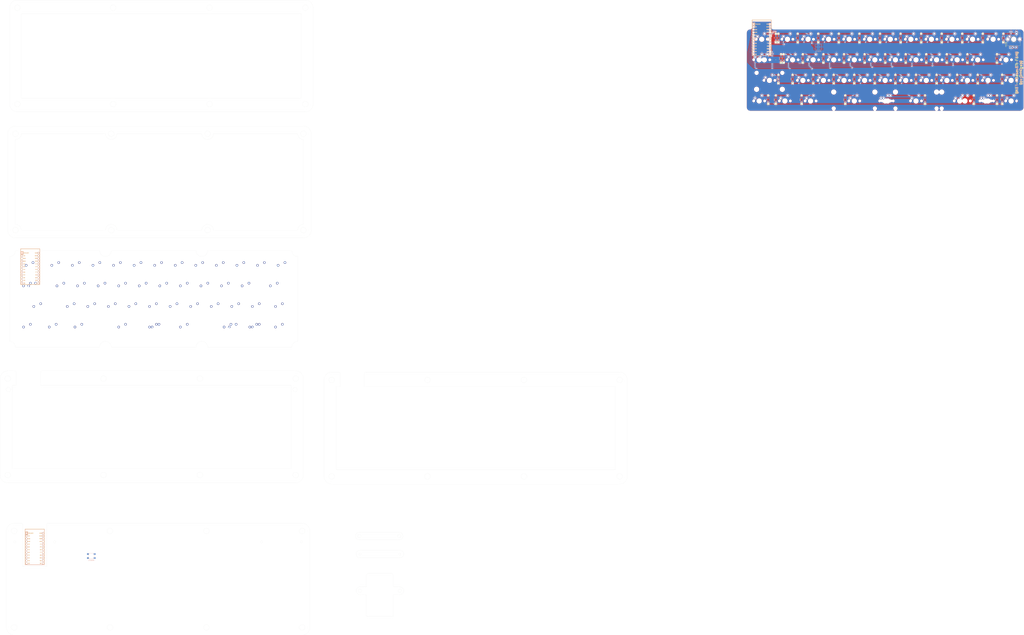
<source format=kicad_pcb>
(kicad_pcb (version 20171130) (host pcbnew "(5.1.9)-1")
  (layers (0 F.Cu signal hide) (31 B.Cu signal hide) (34 B.Paste user hide) (35 F.Paste user hide) (36 B.SilkS user hide) (37 F.SilkS user hide) (38 B.Mask user hide) (39 F.Mask user hide) (44 Edge.Cuts user))
  (net 0 "")
  (net 1 "Net-(D1-Pad2)")
  (net 2 "Net-(D2-Pad2)")
  (net 3 "Net-(D3-Pad2)")
  (net 4 "Net-(D4-Pad2)")
  (net 5 "Net-(D5-Pad2)")
  (net 6 "Net-(D6-Pad2)")
  (net 7 "Net-(D7-Pad2)")
  (net 8 "Net-(D8-Pad2)")
  (net 9 "Net-(D9-Pad2)")
  (net 10 "Net-(D10-Pad2)")
  (net 11 "Net-(D11-Pad2)")
  (net 12 "Net-(D12-Pad2)")
  (net 13 "Net-(D13-Pad2)")
  (net 14 "Net-(D14-Pad2)")
  (net 15 "Net-(D15-Pad2)")
  (net 16 "Net-(D16-Pad2)")
  (net 17 "Net-(D17-Pad2)")
  (net 18 "Net-(D18-Pad2)")
  (net 19 "Net-(D19-Pad2)")
  (net 20 "Net-(D20-Pad2)")
  (net 21 "Net-(D21-Pad2)")
  (net 22 "Net-(D22-Pad2)")
  (net 23 "Net-(D23-Pad2)")
  (net 24 "Net-(D24-Pad2)")
  (net 25 "Net-(D25-Pad2)")
  (net 26 "Net-(D26-Pad2)")
  (net 27 "Net-(D27-Pad2)")
  (net 28 "Net-(D28-Pad2)")
  (net 29 "Net-(D29-Pad2)")
  (net 30 "Net-(D30-Pad2)")
  (net 31 "Net-(D31-Pad2)")
  (net 32 "Net-(D32-Pad2)")
  (net 33 "Net-(D33-Pad2)")
  (net 34 "Net-(D34-Pad2)")
  (net 35 "Net-(D35-Pad2)")
  (net 36 "Net-(D36-Pad2)")
  (net 37 "Net-(D37-Pad2)")
  (net 38 "Net-(D38-Pad2)")
  (net 39 "Net-(D39-Pad2)")
  (net 40 "Net-(D40-Pad2)")
  (net 41 "Net-(D41-Pad2)")
  (net 42 "Net-(D42-Pad2)")
  (net 43 "Net-(D43-Pad2)")
  (net 44 "Net-(D44-Pad2)")
  (net 45 PM1)
  (net 46 GND)
  (net 47 PM2)
  (net 48 MTX1)
  (net 49 RST)
  (net 50 R1)
  (net 51 R2)
  (net 52 R3)
  (net 53 R4)
  (net 54 C12)
  (net 55 C1)
  (net 56 C2)
  (net 57 C3)
  (net 58 C4)
  (net 59 C5)
  (net 60 C6)
  (net 61 C7)
  (net 62 C8)
  (net 63 C9)
  (net 64 C10)
  (net 65 C11)
  (net 66 RAW)
  (net 67 VCC)
  (module MX_Only:MXOnly-1U-NoLED (layer F.Cu) (at -582.215794 288.131748)
    (fp_text reference MX26)
    (fp_text value MX-NoLED)
    (pad 2 thru_hole circle (at 2.54 -5.08) (size 2.25 2.25) (drill 1.47) (layers *.Cu B.Mask))
    (pad "" np_thru_hole circle (at 0 0) (size 3.9878 3.9878) (drill 3.9878) (layers *.Cu *.Mask))
    (pad 1 thru_hole circle (at -3.81 -2.54) (size 2.25 2.25) (drill 1.47) (layers *.Cu B.Mask))
    (pad "" np_thru_hole circle (at -5.08 0 48.0996) (size 1.75 1.75) (drill 1.75) (layers *.Cu *.Mask))
    (pad "" np_thru_hole circle (at 5.08 0 48.0996) (size 1.75 1.75) (drill 1.75) (layers *.Cu *.Mask))
  )
  (module MX_Only:MXOnly-1U-NoLED (layer F.Cu) (at -539.353114 250.031588)
    (fp_text reference MX5)
    (fp_text value MX-NoLED)
    (pad 2 thru_hole circle (at 2.54 -5.08) (size 2.25 2.25) (drill 1.47) (layers *.Cu B.Mask))
    (pad "" np_thru_hole circle (at 0 0) (size 3.9878 3.9878) (drill 3.9878) (layers *.Cu *.Mask))
    (pad 1 thru_hole circle (at -3.81 -2.54) (size 2.25 2.25) (drill 1.47) (layers *.Cu B.Mask))
    (pad "" np_thru_hole circle (at -5.08 0 48.0996) (size 1.75 1.75) (drill 1.75) (layers *.Cu *.Mask))
    (pad "" np_thru_hole circle (at 5.08 0 48.0996) (size 1.75 1.75) (drill 1.75) (layers *.Cu *.Mask))
  )
  (module MX_Only:MXOnly-1.25U-NoLED (layer F.Cu) (at -436.958934 307.181828)
    (fp_text reference MX42)
    (fp_text value MX-NoLED)
    (pad 2 thru_hole circle (at 2.54 -5.08) (size 2.25 2.25) (drill 1.47) (layers *.Cu B.Mask))
    (pad "" np_thru_hole circle (at 0 0) (size 3.9878 3.9878) (drill 3.9878) (layers *.Cu *.Mask))
    (pad 1 thru_hole circle (at -3.81 -2.54) (size 2.25 2.25) (drill 1.47) (layers *.Cu B.Mask))
    (pad "" np_thru_hole circle (at -5.08 0 48.0996) (size 1.75 1.75) (drill 1.75) (layers *.Cu *.Mask))
    (pad "" np_thru_hole circle (at 5.08 0 48.0996) (size 1.75 1.75) (drill 1.75) (layers *.Cu *.Mask))
  )
  (module MX_Only:MXOnly-1U-NoLED (layer F.Cu) (at -544.115634 288.131748)
    (fp_text reference MX28)
    (fp_text value MX-NoLED)
    (pad 2 thru_hole circle (at 2.54 -5.08) (size 2.25 2.25) (drill 1.47) (layers *.Cu B.Mask))
    (pad "" np_thru_hole circle (at 0 0) (size 3.9878 3.9878) (drill 3.9878) (layers *.Cu *.Mask))
    (pad 1 thru_hole circle (at -3.81 -2.54) (size 2.25 2.25) (drill 1.47) (layers *.Cu B.Mask))
    (pad "" np_thru_hole circle (at -5.08 0 48.0996) (size 1.75 1.75) (drill 1.75) (layers *.Cu *.Mask))
    (pad "" np_thru_hole circle (at 5.08 0 48.0996) (size 1.75 1.75) (drill 1.75) (layers *.Cu *.Mask))
  )
  (module MX_Only:MXOnly-1U-NoLED (layer F.Cu) (at -482.202874 250.031588)
    (fp_text reference MX8)
    (fp_text value MX-NoLED)
    (pad 2 thru_hole circle (at 2.54 -5.08) (size 2.25 2.25) (drill 1.47) (layers *.Cu B.Mask))
    (pad "" np_thru_hole circle (at 0 0) (size 3.9878 3.9878) (drill 3.9878) (layers *.Cu *.Mask))
    (pad 1 thru_hole circle (at -3.81 -2.54) (size 2.25 2.25) (drill 1.47) (layers *.Cu B.Mask))
    (pad "" np_thru_hole circle (at -5.08 0 48.0996) (size 1.75 1.75) (drill 1.75) (layers *.Cu *.Mask))
    (pad "" np_thru_hole circle (at 5.08 0 48.0996) (size 1.75 1.75) (drill 1.75) (layers *.Cu *.Mask))
  )
  (module MX_Only:MXOnly-1U-NoLED (layer F.Cu) (at -596.503354 250.031588)
    (fp_text reference MX2)
    (fp_text value MX-NoLED)
    (pad 2 thru_hole circle (at 2.54 -5.08) (size 2.25 2.25) (drill 1.47) (layers *.Cu B.Mask))
    (pad "" np_thru_hole circle (at 0 0) (size 3.9878 3.9878) (drill 3.9878) (layers *.Cu *.Mask))
    (pad 1 thru_hole circle (at -3.81 -2.54) (size 2.25 2.25) (drill 1.47) (layers *.Cu B.Mask))
    (pad "" np_thru_hole circle (at -5.08 0 48.0996) (size 1.75 1.75) (drill 1.75) (layers *.Cu *.Mask))
    (pad "" np_thru_hole circle (at 5.08 0 48.0996) (size 1.75 1.75) (drill 1.75) (layers *.Cu *.Mask))
  )
  (module MX_Only:MXOnly-1U-NoLED (layer F.Cu) (at -448.865234 288.131748)
    (fp_text reference MX33)
    (fp_text value MX-NoLED)
    (pad 2 thru_hole circle (at 2.54 -5.08) (size 2.25 2.25) (drill 1.47) (layers *.Cu B.Mask))
    (pad "" np_thru_hole circle (at 0 0) (size 3.9878 3.9878) (drill 3.9878) (layers *.Cu *.Mask))
    (pad 1 thru_hole circle (at -3.81 -2.54) (size 2.25 2.25) (drill 1.47) (layers *.Cu B.Mask))
    (pad "" np_thru_hole circle (at -5.08 0 48.0996) (size 1.75 1.75) (drill 1.75) (layers *.Cu *.Mask))
    (pad "" np_thru_hole circle (at 5.08 0 48.0996) (size 1.75 1.75) (drill 1.75) (layers *.Cu *.Mask))
  )
  (module MX_Only:MXOnly-1U-NoLED (layer F.Cu) (at -501.252954 250.031588)
    (fp_text reference MX7)
    (fp_text value MX-NoLED)
    (pad 2 thru_hole circle (at 2.54 -5.08) (size 2.25 2.25) (drill 1.47) (layers *.Cu B.Mask))
    (pad "" np_thru_hole circle (at 0 0) (size 3.9878 3.9878) (drill 3.9878) (layers *.Cu *.Mask))
    (pad 1 thru_hole circle (at -3.81 -2.54) (size 2.25 2.25) (drill 1.47) (layers *.Cu B.Mask))
    (pad "" np_thru_hole circle (at -5.08 0 48.0996) (size 1.75 1.75) (drill 1.75) (layers *.Cu *.Mask))
    (pad "" np_thru_hole circle (at 5.08 0 48.0996) (size 1.75 1.75) (drill 1.75) (layers *.Cu *.Mask))
  )
  (module MX_Only:MXOnly-1U-NoLED (layer F.Cu) (at -477.440354 269.081668)
    (fp_text reference MX20)
    (fp_text value MX-NoLED)
    (pad 2 thru_hole circle (at 2.54 -5.08) (size 2.25 2.25) (drill 1.47) (layers *.Cu B.Mask))
    (pad "" np_thru_hole circle (at 0 0) (size 3.9878 3.9878) (drill 3.9878) (layers *.Cu *.Mask))
    (pad 1 thru_hole circle (at -3.81 -2.54) (size 2.25 2.25) (drill 1.47) (layers *.Cu B.Mask))
    (pad "" np_thru_hole circle (at -5.08 0 48.0996) (size 1.75 1.75) (drill 1.75) (layers *.Cu *.Mask))
    (pad "" np_thru_hole circle (at 5.08 0 48.0996) (size 1.75 1.75) (drill 1.75) (layers *.Cu *.Mask))
  )
  (module MX_Only:MXOnly-1U-NoLED (layer F.Cu) (at -558.403194 250.031588)
    (fp_text reference MX4)
    (fp_text value MX-NoLED)
    (pad 2 thru_hole circle (at 2.54 -5.08) (size 2.25 2.25) (drill 1.47) (layers *.Cu B.Mask))
    (pad "" np_thru_hole circle (at 0 0) (size 3.9878 3.9878) (drill 3.9878) (layers *.Cu *.Mask))
    (pad 1 thru_hole circle (at -3.81 -2.54) (size 2.25 2.25) (drill 1.47) (layers *.Cu B.Mask))
    (pad "" np_thru_hole circle (at -5.08 0 48.0996) (size 1.75 1.75) (drill 1.75) (layers *.Cu *.Mask))
    (pad "" np_thru_hole circle (at 5.08 0 48.0996) (size 1.75 1.75) (drill 1.75) (layers *.Cu *.Mask))
  )
  (module MX_Only:MXOnly-1U-NoLED (layer F.Cu) (at -553.640674 269.081668)
    (fp_text reference MX16)
    (fp_text value MX-NoLED)
    (pad 2 thru_hole circle (at 2.54 -5.08) (size 2.25 2.25) (drill 1.47) (layers *.Cu B.Mask))
    (pad "" np_thru_hole circle (at 0 0) (size 3.9878 3.9878) (drill 3.9878) (layers *.Cu *.Mask))
    (pad 1 thru_hole circle (at -3.81 -2.54) (size 2.25 2.25) (drill 1.47) (layers *.Cu B.Mask))
    (pad "" np_thru_hole circle (at -5.08 0 48.0996) (size 1.75 1.75) (drill 1.75) (layers *.Cu *.Mask))
    (pad "" np_thru_hole circle (at 5.08 0 48.0996) (size 1.75 1.75) (drill 1.75) (layers *.Cu *.Mask))
  )
  (module MX_Only:MXOnly-1U-NoLED (layer F.Cu) (at -496.490434 269.081668)
    (fp_text reference MX19)
    (fp_text value MX-NoLED)
    (pad 2 thru_hole circle (at 2.54 -5.08) (size 2.25 2.25) (drill 1.47) (layers *.Cu B.Mask))
    (pad "" np_thru_hole circle (at 0 0) (size 3.9878 3.9878) (drill 3.9878) (layers *.Cu *.Mask))
    (pad 1 thru_hole circle (at -3.81 -2.54) (size 2.25 2.25) (drill 1.47) (layers *.Cu B.Mask))
    (pad "" np_thru_hole circle (at -5.08 0 48.0996) (size 1.75 1.75) (drill 1.75) (layers *.Cu *.Mask))
    (pad "" np_thru_hole circle (at 5.08 0 48.0996) (size 1.75 1.75) (drill 1.75) (layers *.Cu *.Mask))
  )
  (module MX_Only:MXOnly-1U-NoLED (layer F.Cu) (at -534.590594 269.081668)
    (fp_text reference MX17)
    (fp_text value MX-NoLED)
    (pad 2 thru_hole circle (at 2.54 -5.08) (size 2.25 2.25) (drill 1.47) (layers *.Cu B.Mask))
    (pad "" np_thru_hole circle (at 0 0) (size 3.9878 3.9878) (drill 3.9878) (layers *.Cu *.Mask))
    (pad 1 thru_hole circle (at -3.81 -2.54) (size 2.25 2.25) (drill 1.47) (layers *.Cu B.Mask))
    (pad "" np_thru_hole circle (at -5.08 0 48.0996) (size 1.75 1.75) (drill 1.75) (layers *.Cu *.Mask))
    (pad "" np_thru_hole circle (at 5.08 0 48.0996) (size 1.75 1.75) (drill 1.75) (layers *.Cu *.Mask))
  )
  (module MX_Only:MXOnly-2.25U-NoLED (layer F.Cu) (at -613.172174 288.131748)
    (fp_text reference MX25)
    (fp_text value MX-NoLED)
    (pad 2 thru_hole circle (at 2.54 -5.08) (size 2.25 2.25) (drill 1.47) (layers *.Cu B.Mask))
    (pad "" np_thru_hole circle (at 0 0) (size 3.9878 3.9878) (drill 3.9878) (layers *.Cu *.Mask))
    (pad 1 thru_hole circle (at -3.81 -2.54) (size 2.25 2.25) (drill 1.47) (layers *.Cu B.Mask))
    (pad "" np_thru_hole circle (at -5.08 0 48.0996) (size 1.75 1.75) (drill 1.75) (layers *.Cu *.Mask))
    (pad "" np_thru_hole circle (at 5.08 0 48.0996) (size 1.75 1.75) (drill 1.75) (layers *.Cu *.Mask))
    (pad "" np_thru_hole circle (at -11.90625 -6.985) (size 3.048 3.048) (drill 3.048) (layers *.Cu *.Mask))
    (pad "" np_thru_hole circle (at 11.90625 -6.985) (size 3.048 3.048) (drill 3.048) (layers *.Cu *.Mask))
    (pad "" np_thru_hole circle (at -11.90625 8.255) (size 3.9878 3.9878) (drill 3.9878) (layers *.Cu *.Mask))
    (pad "" np_thru_hole circle (at 11.90625 8.255) (size 3.9878 3.9878) (drill 3.9878) (layers *.Cu *.Mask))
  )
  (module MX_Only:MXOnly-1.25U-NoLED (layer F.Cu) (at -389.333734 288.131748)
    (fp_text reference MX36)
    (fp_text value MX-NoLED)
    (pad 2 thru_hole circle (at 2.54 -5.08) (size 2.25 2.25) (drill 1.47) (layers *.Cu B.Mask))
    (pad "" np_thru_hole circle (at 0 0) (size 3.9878 3.9878) (drill 3.9878) (layers *.Cu *.Mask))
    (pad 1 thru_hole circle (at -3.81 -2.54) (size 2.25 2.25) (drill 1.47) (layers *.Cu B.Mask))
    (pad "" np_thru_hole circle (at -5.08 0 48.0996) (size 1.75 1.75) (drill 1.75) (layers *.Cu *.Mask))
    (pad "" np_thru_hole circle (at 5.08 0 48.0996) (size 1.75 1.75) (drill 1.75) (layers *.Cu *.Mask))
  )
  (module MX_Only:MXOnly-1U-NoLED (layer F.Cu) (at -425.052634 250.031588)
    (fp_text reference MX11)
    (fp_text value MX-NoLED)
    (pad 2 thru_hole circle (at 2.54 -5.08) (size 2.25 2.25) (drill 1.47) (layers *.Cu B.Mask))
    (pad "" np_thru_hole circle (at 0 0) (size 3.9878 3.9878) (drill 3.9878) (layers *.Cu *.Mask))
    (pad 1 thru_hole circle (at -3.81 -2.54) (size 2.25 2.25) (drill 1.47) (layers *.Cu B.Mask))
    (pad "" np_thru_hole circle (at -5.08 0 48.0996) (size 1.75 1.75) (drill 1.75) (layers *.Cu *.Mask))
    (pad "" np_thru_hole circle (at 5.08 0 48.0996) (size 1.75 1.75) (drill 1.75) (layers *.Cu *.Mask))
  )
  (module MX_Only:MXOnly-1U-NoLED (layer F.Cu) (at -429.815154 288.131748)
    (fp_text reference MX34)
    (fp_text value MX-NoLED)
    (pad 2 thru_hole circle (at 2.54 -5.08) (size 2.25 2.25) (drill 1.47) (layers *.Cu B.Mask))
    (pad "" np_thru_hole circle (at 0 0) (size 3.9878 3.9878) (drill 3.9878) (layers *.Cu *.Mask))
    (pad 1 thru_hole circle (at -3.81 -2.54) (size 2.25 2.25) (drill 1.47) (layers *.Cu B.Mask))
    (pad "" np_thru_hole circle (at -5.08 0 48.0996) (size 1.75 1.75) (drill 1.75) (layers *.Cu *.Mask))
    (pad "" np_thru_hole circle (at 5.08 0 48.0996) (size 1.75 1.75) (drill 1.75) (layers *.Cu *.Mask))
  )
  (module MX_Only:MXOnly-1U-NoLED (layer F.Cu) (at -467.915314 288.131748)
    (fp_text reference MX32)
    (fp_text value MX-NoLED)
    (pad 2 thru_hole circle (at 2.54 -5.08) (size 2.25 2.25) (drill 1.47) (layers *.Cu B.Mask))
    (pad "" np_thru_hole circle (at 0 0) (size 3.9878 3.9878) (drill 3.9878) (layers *.Cu *.Mask))
    (pad 1 thru_hole circle (at -3.81 -2.54) (size 2.25 2.25) (drill 1.47) (layers *.Cu B.Mask))
    (pad "" np_thru_hole circle (at -5.08 0 48.0996) (size 1.75 1.75) (drill 1.75) (layers *.Cu *.Mask))
    (pad "" np_thru_hole circle (at 5.08 0 48.0996) (size 1.75 1.75) (drill 1.75) (layers *.Cu *.Mask))
  )
  (module MX_Only:MXOnly-1.25U-NoLED (layer F.Cu) (at -622.697214 307.181828)
    (fp_text reference MX37)
    (fp_text value MX-NoLED)
    (pad 2 thru_hole circle (at 2.54 -5.08) (size 2.25 2.25) (drill 1.47) (layers *.Cu B.Mask))
    (pad "" np_thru_hole circle (at 0 0) (size 3.9878 3.9878) (drill 3.9878) (layers *.Cu *.Mask))
    (pad 1 thru_hole circle (at -3.81 -2.54) (size 2.25 2.25) (drill 1.47) (layers *.Cu B.Mask))
    (pad "" np_thru_hole circle (at -5.08 0 48.0996) (size 1.75 1.75) (drill 1.75) (layers *.Cu *.Mask))
    (pad "" np_thru_hole circle (at 5.08 0 48.0996) (size 1.75 1.75) (drill 1.75) (layers *.Cu *.Mask))
  )
  (module MX_Only:MXOnly-1U-NoLED (layer F.Cu) (at -386.952474 250.031588)
    (fp_text reference MX45)
    (fp_text value MX-NoLED)
    (pad 2 thru_hole circle (at 2.54 -5.08) (size 2.25 2.25) (drill 1.47) (layers *.Cu B.Mask))
    (pad "" np_thru_hole circle (at 0 0) (size 3.9878 3.9878) (drill 3.9878) (layers *.Cu *.Mask))
    (pad 1 thru_hole circle (at -3.81 -2.54) (size 2.25 2.25) (drill 1.47) (layers *.Cu B.Mask))
    (pad "" np_thru_hole circle (at -5.08 0 48.0996) (size 1.75 1.75) (drill 1.75) (layers *.Cu *.Mask))
    (pad "" np_thru_hole circle (at 5.08 0 48.0996) (size 1.75 1.75) (drill 1.75) (layers *.Cu *.Mask))
  )
  (module MX_Only:MXOnly-1U-NoLED (layer F.Cu) (at -520.303034 250.031588)
    (fp_text reference MX6)
    (fp_text value MX-NoLED)
    (pad 2 thru_hole circle (at 2.54 -5.08) (size 2.25 2.25) (drill 1.47) (layers *.Cu B.Mask))
    (pad "" np_thru_hole circle (at 0 0) (size 3.9878 3.9878) (drill 3.9878) (layers *.Cu *.Mask))
    (pad 1 thru_hole circle (at -3.81 -2.54) (size 2.25 2.25) (drill 1.47) (layers *.Cu B.Mask))
    (pad "" np_thru_hole circle (at -5.08 0 48.0996) (size 1.75 1.75) (drill 1.75) (layers *.Cu *.Mask))
    (pad "" np_thru_hole circle (at 5.08 0 48.0996) (size 1.75 1.75) (drill 1.75) (layers *.Cu *.Mask))
  )
  (module MX_Only:MXOnly-1.75U-NoLED (layer F.Cu) (at -617.934694 269.081668)
    (fp_text reference MX13)
    (fp_text value MX-NoLED)
    (pad 2 thru_hole circle (at 2.54 -5.08) (size 2.25 2.25) (drill 1.47) (layers *.Cu B.Mask))
    (pad "" np_thru_hole circle (at 0 0) (size 3.9878 3.9878) (drill 3.9878) (layers *.Cu *.Mask))
    (pad 1 thru_hole circle (at -3.81 -2.54) (size 2.25 2.25) (drill 1.47) (layers *.Cu B.Mask))
    (pad "" np_thru_hole circle (at -5.08 0 48.0996) (size 1.75 1.75) (drill 1.75) (layers *.Cu *.Mask))
    (pad "" np_thru_hole circle (at 5.08 0 48.0996) (size 1.75 1.75) (drill 1.75) (layers *.Cu *.Mask))
  )
  (module MX_Only:MXOnly-1U-NoLED (layer F.Cu) (at -463.152794 250.031588)
    (fp_text reference MX9)
    (fp_text value MX-NoLED)
    (pad 2 thru_hole circle (at 2.54 -5.08) (size 2.25 2.25) (drill 1.47) (layers *.Cu B.Mask))
    (pad "" np_thru_hole circle (at 0 0) (size 3.9878 3.9878) (drill 3.9878) (layers *.Cu *.Mask))
    (pad 1 thru_hole circle (at -3.81 -2.54) (size 2.25 2.25) (drill 1.47) (layers *.Cu B.Mask))
    (pad "" np_thru_hole circle (at -5.08 0 48.0996) (size 1.75 1.75) (drill 1.75) (layers *.Cu *.Mask))
    (pad "" np_thru_hole circle (at 5.08 0 48.0996) (size 1.75 1.75) (drill 1.75) (layers *.Cu *.Mask))
  )
  (module MX_Only:MXOnly-1U-NoLED (layer F.Cu) (at -420.290114 269.081668)
    (fp_text reference MX23)
    (fp_text value MX-NoLED)
    (pad 2 thru_hole circle (at 2.54 -5.08) (size 2.25 2.25) (drill 1.47) (layers *.Cu B.Mask))
    (pad "" np_thru_hole circle (at 0 0) (size 3.9878 3.9878) (drill 3.9878) (layers *.Cu *.Mask))
    (pad 1 thru_hole circle (at -3.81 -2.54) (size 2.25 2.25) (drill 1.47) (layers *.Cu B.Mask))
    (pad "" np_thru_hole circle (at -5.08 0 48.0996) (size 1.75 1.75) (drill 1.75) (layers *.Cu *.Mask))
    (pad "" np_thru_hole circle (at 5.08 0 48.0996) (size 1.75 1.75) (drill 1.75) (layers *.Cu *.Mask))
  )
  (module MX_Only:MXOnly-1U-NoLED (layer F.Cu) (at -563.165714 288.131748)
    (fp_text reference MX27)
    (fp_text value MX-NoLED)
    (pad 2 thru_hole circle (at 2.54 -5.08) (size 2.25 2.25) (drill 1.47) (layers *.Cu B.Mask))
    (pad "" np_thru_hole circle (at 0 0) (size 3.9878 3.9878) (drill 3.9878) (layers *.Cu *.Mask))
    (pad 1 thru_hole circle (at -3.81 -2.54) (size 2.25 2.25) (drill 1.47) (layers *.Cu B.Mask))
    (pad "" np_thru_hole circle (at -5.08 0 48.0996) (size 1.75 1.75) (drill 1.75) (layers *.Cu *.Mask))
    (pad "" np_thru_hole circle (at 5.08 0 48.0996) (size 1.75 1.75) (drill 1.75) (layers *.Cu *.Mask))
  )
  (module MX_Only:MXOnly-6.25U-ReversedStabilizers-NoLED (layer F.Cu) (at -503.634214 307.181828)
    (fp_text reference MX41b1)
    (fp_text value MX-NoLED)
    (pad 2 thru_hole circle (at 2.54 -5.08) (size 2.25 2.25) (drill 1.47) (layers *.Cu B.Mask))
    (pad "" np_thru_hole circle (at 0 0) (size 3.9878 3.9878) (drill 3.9878) (layers *.Cu *.Mask))
    (pad 1 thru_hole circle (at -3.81 -2.54) (size 2.25 2.25) (drill 1.47) (layers *.Cu B.Mask))
    (pad "" np_thru_hole circle (at -5.08 0 48.0996) (size 1.75 1.75) (drill 1.75) (layers *.Cu *.Mask))
    (pad "" np_thru_hole circle (at 5.08 0 48.0996) (size 1.75 1.75) (drill 1.75) (layers *.Cu *.Mask))
    (pad "" np_thru_hole circle (at -49.9999 6.985) (size 3.048 3.048) (drill 3.048) (layers *.Cu *.Mask))
    (pad "" np_thru_hole circle (at 49.9999 6.985) (size 3.048 3.048) (drill 3.048) (layers *.Cu *.Mask))
    (pad "" np_thru_hole circle (at -49.9999 -8.255) (size 3.9878 3.9878) (drill 3.9878) (layers *.Cu *.Mask))
    (pad "" np_thru_hole circle (at 49.9999 -8.255) (size 3.9878 3.9878) (drill 3.9878) (layers *.Cu *.Mask))
  )
  (module MX_Only:MXOnly-1U-NoLED (layer F.Cu) (at -515.540514 269.081668)
    (fp_text reference MX18)
    (fp_text value MX-NoLED)
    (pad 2 thru_hole circle (at 2.54 -5.08) (size 2.25 2.25) (drill 1.47) (layers *.Cu B.Mask))
    (pad "" np_thru_hole circle (at 0 0) (size 3.9878 3.9878) (drill 3.9878) (layers *.Cu *.Mask))
    (pad 1 thru_hole circle (at -3.81 -2.54) (size 2.25 2.25) (drill 1.47) (layers *.Cu B.Mask))
    (pad "" np_thru_hole circle (at -5.08 0 48.0996) (size 1.75 1.75) (drill 1.75) (layers *.Cu *.Mask))
    (pad "" np_thru_hole circle (at 5.08 0 48.0996) (size 1.75 1.75) (drill 1.75) (layers *.Cu *.Mask))
  )
  (module MX_Only:MXOnly-3U-ReversedStabilizers-NoLED (layer F.Cu) (at -534.590594 307.181828)
    (fp_text reference MX40)
    (fp_text value MX-NoLED)
    (pad 2 thru_hole circle (at 2.54 -5.08) (size 2.25 2.25) (drill 1.47) (layers *.Cu B.Mask))
    (pad 1 thru_hole circle (at -3.81 -2.54 48.1) (size 2.25 2.25) (drill 1.47) (layers *.Cu B.Mask))
    (pad "" np_thru_hole circle (at 0 0) (size 3.9878 3.9878) (drill 3.9878) (layers *.Cu *.Mask))
    (pad "" np_thru_hole circle (at -5.08 0 48.0996) (size 1.75 1.75) (drill 1.75) (layers *.Cu *.Mask))
    (pad "" np_thru_hole circle (at 5.08 0 48.0996) (size 1.75 1.75) (drill 1.75) (layers *.Cu *.Mask))
    (pad "" np_thru_hole circle (at -19.05 6.985) (size 3.048 3.048) (drill 3.048) (layers *.Cu *.Mask))
    (pad "" np_thru_hole circle (at 19.05 6.985) (size 3.048 3.048) (drill 3.048) (layers *.Cu *.Mask))
    (pad "" np_thru_hole circle (at -19.05 -8.255) (size 3.9878 3.9878) (drill 3.9878) (layers *.Cu *.Mask))
    (pad "" np_thru_hole circle (at 19.05 -8.255) (size 3.9878 3.9878) (drill 3.9878) (layers *.Cu *.Mask))
  )
  (module MX_Only:MXOnly-1.25U-NoLED (layer F.Cu) (at -598.884614 307.181828)
    (fp_text reference MX38)
    (fp_text value MX-NoLED)
    (pad 2 thru_hole circle (at 2.54 -5.08) (size 2.25 2.25) (drill 1.47) (layers *.Cu B.Mask))
    (pad "" np_thru_hole circle (at 0 0) (size 3.9878 3.9878) (drill 3.9878) (layers *.Cu *.Mask))
    (pad 1 thru_hole circle (at -3.81 -2.54) (size 2.25 2.25) (drill 1.47) (layers *.Cu B.Mask))
    (pad "" np_thru_hole circle (at -5.08 0 48.0996) (size 1.75 1.75) (drill 1.75) (layers *.Cu *.Mask))
    (pad "" np_thru_hole circle (at 5.08 0 48.0996) (size 1.75 1.75) (drill 1.75) (layers *.Cu *.Mask))
  )
  (module MX_Only:MXOnly-1.25U-NoLED (layer F.Cu) (at -413.146334 307.181828)
    (fp_text reference MX43)
    (fp_text value MX-NoLED)
    (pad 2 thru_hole circle (at 2.54 -5.08) (size 2.25 2.25) (drill 1.47) (layers *.Cu B.Mask))
    (pad "" np_thru_hole circle (at 0 0) (size 3.9878 3.9878) (drill 3.9878) (layers *.Cu *.Mask))
    (pad 1 thru_hole circle (at -3.81 -2.54) (size 2.25 2.25) (drill 1.47) (layers *.Cu B.Mask))
    (pad "" np_thru_hole circle (at -5.08 0 48.0996) (size 1.75 1.75) (drill 1.75) (layers *.Cu *.Mask))
    (pad "" np_thru_hole circle (at 5.08 0 48.0996) (size 1.75 1.75) (drill 1.75) (layers *.Cu *.Mask))
  )
  (module MX_Only:MXOnly-1U-NoLED (layer F.Cu) (at -458.390274 269.081668)
    (fp_text reference MX21)
    (fp_text value MX-NoLED)
    (pad 2 thru_hole circle (at 2.54 -5.08) (size 2.25 2.25) (drill 1.47) (layers *.Cu B.Mask))
    (pad "" np_thru_hole circle (at 0 0) (size 3.9878 3.9878) (drill 3.9878) (layers *.Cu *.Mask))
    (pad 1 thru_hole circle (at -3.81 -2.54) (size 2.25 2.25) (drill 1.47) (layers *.Cu B.Mask))
    (pad "" np_thru_hole circle (at -5.08 0 48.0996) (size 1.75 1.75) (drill 1.75) (layers *.Cu *.Mask))
    (pad "" np_thru_hole circle (at 5.08 0 48.0996) (size 1.75 1.75) (drill 1.75) (layers *.Cu *.Mask))
  )
  (module MX_Only:MXOnly-1U-NoLED (layer F.Cu) (at -506.015474 288.131748)
    (fp_text reference MX30)
    (fp_text value MX-NoLED)
    (pad 2 thru_hole circle (at 2.54 -5.08) (size 2.25 2.25) (drill 1.47) (layers *.Cu B.Mask))
    (pad "" np_thru_hole circle (at 0 0) (size 3.9878 3.9878) (drill 3.9878) (layers *.Cu *.Mask))
    (pad 1 thru_hole circle (at -3.81 -2.54) (size 2.25 2.25) (drill 1.47) (layers *.Cu B.Mask))
    (pad "" np_thru_hole circle (at -5.08 0 48.0996) (size 1.75 1.75) (drill 1.75) (layers *.Cu *.Mask))
    (pad "" np_thru_hole circle (at 5.08 0 48.0996) (size 1.75 1.75) (drill 1.75) (layers *.Cu *.Mask))
  )
  (module MX_Only:MXOnly-1U-NoLED (layer F.Cu) (at -439.340194 269.081668)
    (fp_text reference MX22)
    (fp_text value MX-NoLED)
    (pad 2 thru_hole circle (at 2.54 -5.08) (size 2.25 2.25) (drill 1.47) (layers *.Cu B.Mask))
    (pad "" np_thru_hole circle (at 0 0) (size 3.9878 3.9878) (drill 3.9878) (layers *.Cu *.Mask))
    (pad 1 thru_hole circle (at -3.81 -2.54) (size 2.25 2.25) (drill 1.47) (layers *.Cu B.Mask))
    (pad "" np_thru_hole circle (at -5.08 0 48.0996) (size 1.75 1.75) (drill 1.75) (layers *.Cu *.Mask))
    (pad "" np_thru_hole circle (at 5.08 0 48.0996) (size 1.75 1.75) (drill 1.75) (layers *.Cu *.Mask))
  )
  (module MX_Only:MXOnly-1.5U-NoLED (layer F.Cu) (at -620.315762 250.031716)
    (fp_text reference MX1)
    (fp_text value MX-NoLED)
    (pad 2 thru_hole circle (at 2.54 -5.08) (size 2.25 2.25) (drill 1.47) (layers *.Cu B.Mask))
    (pad "" np_thru_hole circle (at 0 0) (size 3.9878 3.9878) (drill 3.9878) (layers *.Cu *.Mask))
    (pad 1 thru_hole circle (at -3.81 -2.54) (size 2.25 2.25) (drill 1.47) (layers *.Cu B.Mask))
    (pad "" np_thru_hole circle (at -5.08 0 48.0996) (size 1.75 1.75) (drill 1.75) (layers *.Cu *.Mask))
    (pad "" np_thru_hole circle (at 5.08 0 48.0996) (size 1.75 1.75) (drill 1.75) (layers *.Cu *.Mask))
  )
  (module MX_Only:MXOnly-1.25U-NoLED (layer F.Cu) (at -389.333734 307.181828)
    (fp_text reference MX44)
    (fp_text value MX-NoLED)
    (pad 2 thru_hole circle (at 2.54 -5.08) (size 2.25 2.25) (drill 1.47) (layers *.Cu B.Mask))
    (pad "" np_thru_hole circle (at 0 0) (size 3.9878 3.9878) (drill 3.9878) (layers *.Cu *.Mask))
    (pad 1 thru_hole circle (at -3.81 -2.54) (size 2.25 2.25) (drill 1.47) (layers *.Cu B.Mask))
    (pad "" np_thru_hole circle (at -5.08 0 48.0996) (size 1.75 1.75) (drill 1.75) (layers *.Cu *.Mask))
    (pad "" np_thru_hole circle (at 5.08 0 48.0996) (size 1.75 1.75) (drill 1.75) (layers *.Cu *.Mask))
  )
  (module MX_Only:MXOnly-1.25U-NoLED (layer F.Cu) (at -575.072014 307.181828)
    (fp_text reference MX39)
    (fp_text value MX-NoLED)
    (pad 2 thru_hole circle (at 2.54 -5.08) (size 2.25 2.25) (drill 1.47) (layers *.Cu B.Mask))
    (pad "" np_thru_hole circle (at 0 0) (size 3.9878 3.9878) (drill 3.9878) (layers *.Cu *.Mask))
    (pad 1 thru_hole circle (at -3.81 -2.54) (size 2.25 2.25) (drill 1.47) (layers *.Cu B.Mask))
    (pad "" np_thru_hole circle (at -5.08 0 48.0996) (size 1.75 1.75) (drill 1.75) (layers *.Cu *.Mask))
    (pad "" np_thru_hole circle (at 5.08 0 48.0996) (size 1.75 1.75) (drill 1.75) (layers *.Cu *.Mask))
  )
  (module MX_Only:MXOnly-1U-NoLED (layer F.Cu) (at -410.765074 307.181828)
    (fp_text reference MX43a1)
    (fp_text value MX-NoLED)
    (pad 2 thru_hole circle (at 2.54 -5.08) (size 2.25 2.25) (drill 1.47) (layers *.Cu B.Mask))
    (pad "" np_thru_hole circle (at 0 0) (size 3.9878 3.9878) (drill 3.9878) (layers *.Cu *.Mask))
    (pad 1 thru_hole circle (at -3.81 -2.54) (size 2.25 2.25) (drill 1.47) (layers *.Cu B.Mask))
    (pad "" np_thru_hole circle (at -5.08 0 48.0996) (size 1.75 1.75) (drill 1.75) (layers *.Cu *.Mask))
    (pad "" np_thru_hole circle (at 5.08 0 48.0996) (size 1.75 1.75) (drill 1.75) (layers *.Cu *.Mask))
  )
  (module MX_Only:MXOnly-1U-NoLED (layer F.Cu) (at -410.765074 288.131748)
    (fp_text reference MX35)
    (fp_text value MX-NoLED)
    (pad 2 thru_hole circle (at 2.54 -5.08) (size 2.25 2.25) (drill 1.47) (layers *.Cu B.Mask))
    (pad "" np_thru_hole circle (at 0 0) (size 3.9878 3.9878) (drill 3.9878) (layers *.Cu *.Mask))
    (pad 1 thru_hole circle (at -3.81 -2.54) (size 2.25 2.25) (drill 1.47) (layers *.Cu B.Mask))
    (pad "" np_thru_hole circle (at -5.08 0 48.0996) (size 1.75 1.75) (drill 1.75) (layers *.Cu *.Mask))
    (pad "" np_thru_hole circle (at 5.08 0 48.0996) (size 1.75 1.75) (drill 1.75) (layers *.Cu *.Mask))
  )
  (module MX_Only:MXOnly-3U-ReversedStabilizers-NoLED (layer F.Cu) (at -477.440354 307.181828)
    (fp_text reference MX41)
    (fp_text value MX-NoLED)
    (pad 2 thru_hole circle (at 2.54 -5.08) (size 2.25 2.25) (drill 1.47) (layers *.Cu B.Mask))
    (pad 1 thru_hole circle (at -3.81 -2.54 48.1) (size 2.25 2.25) (drill 1.47) (layers *.Cu B.Mask))
    (pad "" np_thru_hole circle (at 0 0) (size 3.9878 3.9878) (drill 3.9878) (layers *.Cu *.Mask))
    (pad "" np_thru_hole circle (at -5.08 0 48.0996) (size 1.75 1.75) (drill 1.75) (layers *.Cu *.Mask))
    (pad "" np_thru_hole circle (at 5.08 0 48.0996) (size 1.75 1.75) (drill 1.75) (layers *.Cu *.Mask))
    (pad "" np_thru_hole circle (at -19.05 6.985) (size 3.048 3.048) (drill 3.048) (layers *.Cu *.Mask))
    (pad "" np_thru_hole circle (at 19.05 6.985) (size 3.048 3.048) (drill 3.048) (layers *.Cu *.Mask))
    (pad "" np_thru_hole circle (at -19.05 -8.255) (size 3.9878 3.9878) (drill 3.9878) (layers *.Cu *.Mask))
    (pad "" np_thru_hole circle (at 19.05 -8.255) (size 3.9878 3.9878) (drill 3.9878) (layers *.Cu *.Mask))
  )
  (module MX_Only:MXOnly-1.25U-NoLED (layer F.Cu) (at -622.697214 269.081668)
    (fp_text reference M13a1)
    (fp_text value MX-NoLED)
    (pad 2 thru_hole circle (at 2.54 -5.08) (size 2.25 2.25) (drill 1.47) (layers *.Cu B.Mask))
    (pad "" np_thru_hole circle (at 0 0) (size 3.9878 3.9878) (drill 3.9878) (layers *.Cu *.Mask))
    (pad 1 thru_hole circle (at -3.81 -2.54) (size 2.25 2.25) (drill 1.47) (layers *.Cu B.Mask))
    (pad "" np_thru_hole circle (at -5.08 0 48.0996) (size 1.75 1.75) (drill 1.75) (layers *.Cu *.Mask))
    (pad "" np_thru_hole circle (at 5.08 0 48.0996) (size 1.75 1.75) (drill 1.75) (layers *.Cu *.Mask))
  )
  (module MX_Only:MXOnly-1U-NoLED (layer F.Cu) (at -486.965394 288.131748)
    (fp_text reference MX31)
    (fp_text value MX-NoLED)
    (pad 2 thru_hole circle (at 2.54 -5.08) (size 2.25 2.25) (drill 1.47) (layers *.Cu B.Mask))
    (pad "" np_thru_hole circle (at 0 0) (size 3.9878 3.9878) (drill 3.9878) (layers *.Cu *.Mask))
    (pad 1 thru_hole circle (at -3.81 -2.54) (size 2.25 2.25) (drill 1.47) (layers *.Cu B.Mask))
    (pad "" np_thru_hole circle (at -5.08 0 48.0996) (size 1.75 1.75) (drill 1.75) (layers *.Cu *.Mask))
    (pad "" np_thru_hole circle (at 5.08 0 48.0996) (size 1.75 1.75) (drill 1.75) (layers *.Cu *.Mask))
  )
  (module MX_Only:MXOnly-1U-NoLED (layer F.Cu) (at -444.102714 250.031588)
    (fp_text reference MX10)
    (fp_text value MX-NoLED)
    (pad 2 thru_hole circle (at 2.54 -5.08) (size 2.25 2.25) (drill 1.47) (layers *.Cu B.Mask))
    (pad "" np_thru_hole circle (at 0 0) (size 3.9878 3.9878) (drill 3.9878) (layers *.Cu *.Mask))
    (pad 1 thru_hole circle (at -3.81 -2.54) (size 2.25 2.25) (drill 1.47) (layers *.Cu B.Mask))
    (pad "" np_thru_hole circle (at -5.08 0 48.0996) (size 1.75 1.75) (drill 1.75) (layers *.Cu *.Mask))
    (pad "" np_thru_hole circle (at 5.08 0 48.0996) (size 1.75 1.75) (drill 1.75) (layers *.Cu *.Mask))
  )
  (module MX_Only:MXOnly-1U-NoLED (layer F.Cu) (at -525.065554 288.131748)
    (fp_text reference MX29)
    (fp_text value MX-NoLED)
    (pad 2 thru_hole circle (at 2.54 -5.08) (size 2.25 2.25) (drill 1.47) (layers *.Cu B.Mask))
    (pad "" np_thru_hole circle (at 0 0) (size 3.9878 3.9878) (drill 3.9878) (layers *.Cu *.Mask))
    (pad 1 thru_hole circle (at -3.81 -2.54) (size 2.25 2.25) (drill 1.47) (layers *.Cu B.Mask))
    (pad "" np_thru_hole circle (at -5.08 0 48.0996) (size 1.75 1.75) (drill 1.75) (layers *.Cu *.Mask))
    (pad "" np_thru_hole circle (at 5.08 0 48.0996) (size 1.75 1.75) (drill 1.75) (layers *.Cu *.Mask))
  )
  (module MX_Only:MXOnly-6U-Centered-ReversedStabilizers-NoLED (layer F.Cu) (at -506.015474 307.181828)
    (fp_text reference MX41a1)
    (fp_text value MX-NoLED)
    (pad "" np_thru_hole circle (at 47.625 -8.255) (size 3.9878 3.9878) (drill 3.9878) (layers *.Cu *.Mask))
    (pad "" np_thru_hole circle (at -47.625 -8.255) (size 3.9878 3.9878) (drill 3.9878) (layers *.Cu *.Mask))
    (pad "" np_thru_hole circle (at 47.625 6.985) (size 3.048 3.048) (drill 3.048) (layers *.Cu *.Mask))
    (pad "" np_thru_hole circle (at -47.625 6.985) (size 3.048 3.048) (drill 3.048) (layers *.Cu *.Mask))
    (pad "" np_thru_hole circle (at 5.08 0 48.0996) (size 1.75 1.75) (drill 1.75) (layers *.Cu *.Mask))
    (pad "" np_thru_hole circle (at -5.08 0 48.0996) (size 1.75 1.75) (drill 1.75) (layers *.Cu *.Mask))
    (pad 1 thru_hole circle (at -3.81 -2.54) (size 2.25 2.25) (drill 1.47) (layers *.Cu B.Mask))
    (pad "" np_thru_hole circle (at 0 0) (size 3.9878 3.9878) (drill 3.9878) (layers *.Cu *.Mask))
    (pad 2 thru_hole circle (at 2.54 -5.08) (size 2.25 2.25) (drill 1.47) (layers *.Cu B.Mask))
  )
  (module MX_Only:MXOnly-1U-NoLED (layer F.Cu) (at -591.740834 269.081668)
    (fp_text reference MX14)
    (fp_text value MX-NoLED)
    (pad 2 thru_hole circle (at 2.54 -5.08) (size 2.25 2.25) (drill 1.47) (layers *.Cu B.Mask))
    (pad "" np_thru_hole circle (at 0 0) (size 3.9878 3.9878) (drill 3.9878) (layers *.Cu *.Mask))
    (pad 1 thru_hole circle (at -3.81 -2.54) (size 2.25 2.25) (drill 1.47) (layers *.Cu B.Mask))
    (pad "" np_thru_hole circle (at -5.08 0 48.0996) (size 1.75 1.75) (drill 1.75) (layers *.Cu *.Mask))
    (pad "" np_thru_hole circle (at 5.08 0 48.0996) (size 1.75 1.75) (drill 1.75) (layers *.Cu *.Mask))
  )
  (module MX_Only:MXOnly-1.75U-NoLED (layer F.Cu) (at -394.096254 269.081668)
    (fp_text reference MX24)
    (fp_text value MX-NoLED)
    (pad 2 thru_hole circle (at 2.54 -5.08) (size 2.25 2.25) (drill 1.47) (layers *.Cu B.Mask))
    (pad "" np_thru_hole circle (at 0 0) (size 3.9878 3.9878) (drill 3.9878) (layers *.Cu *.Mask))
    (pad 1 thru_hole circle (at -3.81 -2.54) (size 2.25 2.25) (drill 1.47) (layers *.Cu B.Mask))
    (pad "" np_thru_hole circle (at -5.08 0 48.0996) (size 1.75 1.75) (drill 1.75) (layers *.Cu *.Mask))
    (pad "" np_thru_hole circle (at 5.08 0 48.0996) (size 1.75 1.75) (drill 1.75) (layers *.Cu *.Mask))
  )
  (module MX_Only:MXOnly-1U-NoLED (layer F.Cu) (at -406.002554 250.031588)
    (fp_text reference MX12)
    (fp_text value MX-NoLED)
    (pad 2 thru_hole circle (at 2.54 -5.08) (size 2.25 2.25) (drill 1.47) (layers *.Cu B.Mask))
    (pad "" np_thru_hole circle (at 0 0) (size 3.9878 3.9878) (drill 3.9878) (layers *.Cu *.Mask))
    (pad 1 thru_hole circle (at -3.81 -2.54) (size 2.25 2.25) (drill 1.47) (layers *.Cu B.Mask))
    (pad "" np_thru_hole circle (at -5.08 0 48.0996) (size 1.75 1.75) (drill 1.75) (layers *.Cu *.Mask))
    (pad "" np_thru_hole circle (at 5.08 0 48.0996) (size 1.75 1.75) (drill 1.75) (layers *.Cu *.Mask))
  )
  (module MX_Only:MXOnly-1U-NoLED (layer F.Cu) (at -577.453274 250.031588)
    (fp_text reference MX3)
    (fp_text value MX-NoLED)
    (pad 2 thru_hole circle (at 2.54 -5.08) (size 2.25 2.25) (drill 1.47) (layers *.Cu B.Mask))
    (pad "" np_thru_hole circle (at 0 0) (size 3.9878 3.9878) (drill 3.9878) (layers *.Cu *.Mask))
    (pad 1 thru_hole circle (at -3.81 -2.54) (size 2.25 2.25) (drill 1.47) (layers *.Cu B.Mask))
    (pad "" np_thru_hole circle (at -5.08 0 48.0996) (size 1.75 1.75) (drill 1.75) (layers *.Cu *.Mask))
    (pad "" np_thru_hole circle (at 5.08 0 48.0996) (size 1.75 1.75) (drill 1.75) (layers *.Cu *.Mask))
  )
  (module MX_Only:MXOnly-1.25U-NoLED (layer F.Cu) (at -432.196414 307.181828)
    (fp_text reference MX42a1)
    (fp_text value MX-NoLED)
    (pad 2 thru_hole circle (at 2.54 -5.08) (size 2.25 2.25) (drill 1.47) (layers *.Cu B.Mask))
    (pad "" np_thru_hole circle (at 0 0) (size 3.9878 3.9878) (drill 3.9878) (layers *.Cu *.Mask))
    (pad 1 thru_hole circle (at -3.81 -2.54) (size 2.25 2.25) (drill 1.47) (layers *.Cu B.Mask))
    (pad "" np_thru_hole circle (at -5.08 0 48.0996) (size 1.75 1.75) (drill 1.75) (layers *.Cu *.Mask))
    (pad "" np_thru_hole circle (at 5.08 0 48.0996) (size 1.75 1.75) (drill 1.75) (layers *.Cu *.Mask))
  )
  (module MX_Only:MXOnly-1U-NoLED (layer F.Cu) (at -572.690754 269.081668)
    (fp_text reference MX15)
    (fp_text value MX-NoLED)
    (pad 2 thru_hole circle (at 2.54 -5.08) (size 2.25 2.25) (drill 1.47) (layers *.Cu B.Mask))
    (pad "" np_thru_hole circle (at 0 0) (size 3.9878 3.9878) (drill 3.9878) (layers *.Cu *.Mask))
    (pad 1 thru_hole circle (at -3.81 -2.54) (size 2.25 2.25) (drill 1.47) (layers *.Cu B.Mask))
    (pad "" np_thru_hole circle (at -5.08 0 48.0996) (size 1.75 1.75) (drill 1.75) (layers *.Cu *.Mask))
    (pad "" np_thru_hole circle (at 5.08 0 48.0996) (size 1.75 1.75) (drill 1.75) (layers *.Cu *.Mask))
  )
  (module random-keyboard-parts:SKQG-1155865 (layer B.Cu) (at -563.761043 516.731836 180)
    (fp_text reference RESET1 (at 0 -4.064 180) (layer B.SilkS) (effects (justify mirror)))
    (fp_text value SW_Push)
    (pad 1 smd rect (at 3.1 -1.85 180) (size 1.8 1.1) (layers B.Cu B.Paste B.Mask))
    (pad 2 smd rect (at -3.1 1.85 180) (size 1.8 1.1) (layers B.Cu B.Paste B.Mask))
    (pad 3 smd rect (at 3.1 1.85 180) (size 1.8 1.1) (layers B.Cu B.Paste B.Mask))
    (pad 4 smd rect (at -3.1 -1.85 180) (size 1.8 1.1) (layers B.Cu B.Paste B.Mask))
  )
  (module keebio-parts:ArduinoProMicro (layer F.Cu) (at -616.148571 509.588184 270)
    (fp_text reference PM1 hide)
    (fp_text value ProMicro hide)
    (fp_text user ST (at -8.91 -5.04) (layer B.SilkS) (effects (font (size 0.8 0.8)) (justify mirror)))
    (fp_text user TX0/D3 (at -13.97 3.571872) (layer F.SilkS) (effects (font (size 0.8 0.8))))
    (fp_text user TX0/D3 (at -13.97 3.571872) (layer B.SilkS) (effects (font (size 0.8 0.8)) (justify mirror)))
    (fp_text user D2 (at -11.43 5.461) (layer F.SilkS) (effects (font (size 0.8 0.8))))
    (fp_text user D0 (at -1.27 5.461) (layer F.SilkS) (effects (font (size 0.8 0.8))))
    (fp_text user D1 (at -3.81 5.461) (layer F.SilkS) (effects (font (size 0.8 0.8))))
    (fp_text user GND (at -6.35 5.461) (layer F.SilkS) (effects (font (size 0.8 0.8))))
    (fp_text user GND (at -8.89 5.461) (layer F.SilkS) (effects (font (size 0.8 0.8))))
    (fp_text user D4 (at 1.27 5.461) (layer F.SilkS) (effects (font (size 0.8 0.8))))
    (fp_text user C6 (at 3.81 5.461) (layer F.SilkS) (effects (font (size 0.8 0.8))))
    (fp_text user D7 (at 6.35 5.461) (layer F.SilkS) (effects (font (size 0.8 0.8))))
    (fp_text user E6 (at 8.89 5.461) (layer F.SilkS) (effects (font (size 0.8 0.8))))
    (fp_text user B4 (at 11.43 5.461) (layer F.SilkS) (effects (font (size 0.8 0.8))))
    (fp_text user B5 (at 13.97 5.461) (layer F.SilkS) (effects (font (size 0.8 0.8))))
    (fp_text user B6 (at 13.97 -5.461) (layer F.SilkS) (effects (font (size 0.8 0.8))))
    (fp_text user B2 (at 11.43 -5.461) (layer B.SilkS) (effects (font (size 0.8 0.8)) (justify mirror)))
    (fp_text user B3 (at 8.89 -5.461) (layer F.SilkS) (effects (font (size 0.8 0.8))))
    (fp_text user B1 (at 6.35 -5.461) (layer F.SilkS) (effects (font (size 0.8 0.8))))
    (fp_text user F7 (at 3.81 -5.461) (layer B.SilkS) (effects (font (size 0.8 0.8)) (justify mirror)))
    (fp_text user F6 (at 1.27 -5.461) (layer B.SilkS) (effects (font (size 0.8 0.8)) (justify mirror)))
    (fp_text user F5 (at -1.27 -5.461) (layer B.SilkS) (effects (font (size 0.8 0.8)) (justify mirror)))
    (fp_text user F4 (at -3.81 -5.461) (layer F.SilkS) (effects (font (size 0.8 0.8))))
    (fp_text user VCC (at -6.35 -5.461) (layer F.SilkS) (effects (font (size 0.8 0.8))))
    (fp_text user ST (at -8.92 -5.73312) (layer F.SilkS) (effects (font (size 0.8 0.8))))
    (fp_text user GND (at -11.43 -5.461) (layer F.SilkS) (effects (font (size 0.8 0.8))))
    (fp_text user RAW (at -13.97 -5.461) (layer F.SilkS) (effects (font (size 0.8 0.8))))
    (fp_text user RAW (at -13.97 -5.461) (layer B.SilkS) (effects (font (size 0.8 0.8)) (justify mirror)))
    (fp_text user GND (at -11.43 -5.461) (layer B.SilkS) (effects (font (size 0.8 0.8)) (justify mirror)))
    (fp_text user VCC (at -6.35 -5.461) (layer B.SilkS) (effects (font (size 0.8 0.8)) (justify mirror)))
    (fp_text user F4 (at -3.81 -5.461) (layer B.SilkS) (effects (font (size 0.8 0.8)) (justify mirror)))
    (fp_text user F5 (at -1.27 -5.461) (layer F.SilkS) (effects (font (size 0.8 0.8))))
    (fp_text user F6 (at 1.27 -5.461) (layer F.SilkS) (effects (font (size 0.8 0.8))))
    (fp_text user F7 (at 3.81 -5.461) (layer F.SilkS) (effects (font (size 0.8 0.8))))
    (fp_text user B1 (at 6.35 -5.461) (layer B.SilkS) (effects (font (size 0.8 0.8)) (justify mirror)))
    (fp_text user B3 (at 8.89 -5.461) (layer B.SilkS) (effects (font (size 0.8 0.8)) (justify mirror)))
    (fp_text user B2 (at 11.43 -5.461) (layer F.SilkS) (effects (font (size 0.8 0.8))))
    (fp_text user B6 (at 13.97 -5.461) (layer B.SilkS) (effects (font (size 0.8 0.8)) (justify mirror)))
    (fp_text user B5 (at 13.97 5.461) (layer B.SilkS) (effects (font (size 0.8 0.8)) (justify mirror)))
    (fp_text user B4 (at 11.43 5.461) (layer B.SilkS) (effects (font (size 0.8 0.8)) (justify mirror)))
    (fp_text user E6 (at 8.89 5.461) (layer B.SilkS) (effects (font (size 0.8 0.8)) (justify mirror)))
    (fp_text user D7 (at 6.35 5.461) (layer B.SilkS) (effects (font (size 0.8 0.8)) (justify mirror)))
    (fp_text user C6 (at 3.81 5.461) (layer B.SilkS) (effects (font (size 0.8 0.8)) (justify mirror)))
    (fp_text user D4 (at 1.27 5.461) (layer B.SilkS) (effects (font (size 0.8 0.8)) (justify mirror)))
    (fp_text user GND (at -8.89 5.461) (layer B.SilkS) (effects (font (size 0.8 0.8)) (justify mirror)))
    (fp_text user GND (at -6.35 5.461) (layer B.SilkS) (effects (font (size 0.8 0.8)) (justify mirror)))
    (fp_text user D1 (at -3.81 5.461) (layer B.SilkS) (effects (font (size 0.8 0.8)) (justify mirror)))
    (fp_text user D0 (at -1.27 5.461) (layer B.SilkS) (effects (font (size 0.8 0.8)) (justify mirror)))
    (fp_text user D2 (at -11.43 5.461) (layer B.SilkS) (effects (font (size 0.8 0.8)) (justify mirror)))
    (pad 24 thru_hole circle (at -13.97 -7.62 270) (size 1.7526 1.7526) (drill 1.0922) (layers *.Cu *.SilkS *.Mask))
    (pad 12 thru_hole circle (at 13.97 7.62 270) (size 1.7526 1.7526) (drill 1.0922) (layers *.Cu *.SilkS *.Mask))
    (pad 23 thru_hole circle (at -11.43 -7.62 270) (size 1.7526 1.7526) (drill 1.0922) (layers *.Cu *.SilkS *.Mask))
    (pad 22 thru_hole circle (at -8.89 -7.62 270) (size 1.7526 1.7526) (drill 1.0922) (layers *.Cu *.SilkS *.Mask))
    (pad 21 thru_hole circle (at -6.35 -7.62 270) (size 1.7526 1.7526) (drill 1.0922) (layers *.Cu *.SilkS *.Mask))
    (pad 20 thru_hole circle (at -3.81 -7.62 270) (size 1.7526 1.7526) (drill 1.0922) (layers *.Cu *.SilkS *.Mask))
    (pad 19 thru_hole circle (at -1.27 -7.62 270) (size 1.7526 1.7526) (drill 1.0922) (layers *.Cu *.SilkS *.Mask))
    (pad 18 thru_hole circle (at 1.27 -7.62 270) (size 1.7526 1.7526) (drill 1.0922) (layers *.Cu *.SilkS *.Mask))
    (pad 17 thru_hole circle (at 3.81 -7.62 270) (size 1.7526 1.7526) (drill 1.0922) (layers *.Cu *.SilkS *.Mask))
    (pad 16 thru_hole circle (at 6.35 -7.62 270) (size 1.7526 1.7526) (drill 1.0922) (layers *.Cu *.SilkS *.Mask))
    (pad 15 thru_hole circle (at 8.89 -7.62 270) (size 1.7526 1.7526) (drill 1.0922) (layers *.Cu *.SilkS *.Mask))
    (pad 14 thru_hole circle (at 11.43 -7.62 270) (size 1.7526 1.7526) (drill 1.0922) (layers *.Cu *.SilkS *.Mask))
    (pad 13 thru_hole circle (at 13.97 -7.62 270) (size 1.7526 1.7526) (drill 1.0922) (layers *.Cu *.SilkS *.Mask))
    (pad 11 thru_hole circle (at 11.43 7.62 270) (size 1.7526 1.7526) (drill 1.0922) (layers *.Cu *.SilkS *.Mask))
    (pad 10 thru_hole circle (at 8.89 7.62 270) (size 1.7526 1.7526) (drill 1.0922) (layers *.Cu *.SilkS *.Mask))
    (pad 9 thru_hole circle (at 6.35 7.62 270) (size 1.7526 1.7526) (drill 1.0922) (layers *.Cu *.SilkS *.Mask))
    (pad 8 thru_hole circle (at 3.81 7.62 270) (size 1.7526 1.7526) (drill 1.0922) (layers *.Cu *.SilkS *.Mask))
    (pad 7 thru_hole circle (at 1.27 7.62 270) (size 1.7526 1.7526) (drill 1.0922) (layers *.Cu *.SilkS *.Mask))
    (pad 6 thru_hole circle (at -1.27 7.62 270) (size 1.7526 1.7526) (drill 1.0922) (layers *.Cu *.SilkS *.Mask))
    (pad 5 thru_hole circle (at -3.81 7.62 270) (size 1.7526 1.7526) (drill 1.0922) (layers *.Cu *.SilkS *.Mask))
    (pad 4 thru_hole circle (at -6.35 7.62 270) (size 1.7526 1.7526) (drill 1.0922) (layers *.Cu *.SilkS *.Mask))
    (pad 3 thru_hole circle (at -8.89 7.62 270) (size 1.7526 1.7526) (drill 1.0922) (layers *.Cu *.SilkS *.Mask))
    (pad 2 thru_hole circle (at -11.43 7.62 270) (size 1.7526 1.7526) (drill 1.0922) (layers *.Cu *.SilkS *.Mask))
    (pad 1 thru_hole rect (at -13.97 7.62 270) (size 1.7526 1.7526) (drill 1.0922) (layers *.Cu *.SilkS *.Mask))
  )
  (module keebio-parts:ArduinoProMicro (layer F.Cu) (at -620.315762 250.031716 270)
    (fp_text reference PM1 hide)
    (fp_text value ProMicro hide)
    (fp_text user D2 (at -11.43 5.461) (layer B.SilkS) (effects (font (size 0.8 0.8)) (justify mirror)))
    (fp_text user D0 (at -1.27 5.461) (layer B.SilkS) (effects (font (size 0.8 0.8)) (justify mirror)))
    (fp_text user D1 (at -3.81 5.461) (layer B.SilkS) (effects (font (size 0.8 0.8)) (justify mirror)))
    (fp_text user GND (at -6.35 5.461) (layer B.SilkS) (effects (font (size 0.8 0.8)) (justify mirror)))
    (fp_text user GND (at -8.89 5.461) (layer B.SilkS) (effects (font (size 0.8 0.8)) (justify mirror)))
    (fp_text user D4 (at 1.27 5.461) (layer B.SilkS) (effects (font (size 0.8 0.8)) (justify mirror)))
    (fp_text user C6 (at 3.81 5.461) (layer B.SilkS) (effects (font (size 0.8 0.8)) (justify mirror)))
    (fp_text user D7 (at 6.35 5.461) (layer B.SilkS) (effects (font (size 0.8 0.8)) (justify mirror)))
    (fp_text user E6 (at 8.89 5.461) (layer B.SilkS) (effects (font (size 0.8 0.8)) (justify mirror)))
    (fp_text user B4 (at 11.43 5.461) (layer B.SilkS) (effects (font (size 0.8 0.8)) (justify mirror)))
    (fp_text user B5 (at 13.97 5.461) (layer B.SilkS) (effects (font (size 0.8 0.8)) (justify mirror)))
    (fp_text user B6 (at 13.97 -5.461) (layer B.SilkS) (effects (font (size 0.8 0.8)) (justify mirror)))
    (fp_text user B2 (at 11.43 -5.461) (layer F.SilkS) (effects (font (size 0.8 0.8))))
    (fp_text user B3 (at 8.89 -5.461) (layer B.SilkS) (effects (font (size 0.8 0.8)) (justify mirror)))
    (fp_text user B1 (at 6.35 -5.461) (layer B.SilkS) (effects (font (size 0.8 0.8)) (justify mirror)))
    (fp_text user F7 (at 3.81 -5.461) (layer F.SilkS) (effects (font (size 0.8 0.8))))
    (fp_text user F6 (at 1.27 -5.461) (layer F.SilkS) (effects (font (size 0.8 0.8))))
    (fp_text user F5 (at -1.27 -5.461) (layer F.SilkS) (effects (font (size 0.8 0.8))))
    (fp_text user F4 (at -3.81 -5.461) (layer B.SilkS) (effects (font (size 0.8 0.8)) (justify mirror)))
    (fp_text user VCC (at -6.35 -5.461) (layer B.SilkS) (effects (font (size 0.8 0.8)) (justify mirror)))
    (fp_text user GND (at -11.43 -5.461) (layer B.SilkS) (effects (font (size 0.8 0.8)) (justify mirror)))
    (fp_text user RAW (at -13.97 -5.461) (layer B.SilkS) (effects (font (size 0.8 0.8)) (justify mirror)))
    (fp_text user RAW (at -13.97 -5.461) (layer F.SilkS) (effects (font (size 0.8 0.8))))
    (fp_text user GND (at -11.43 -5.461) (layer F.SilkS) (effects (font (size 0.8 0.8))))
    (fp_text user ST (at -8.92 -5.73312) (layer F.SilkS) (effects (font (size 0.8 0.8))))
    (fp_text user VCC (at -6.35 -5.461) (layer F.SilkS) (effects (font (size 0.8 0.8))))
    (fp_text user F4 (at -3.81 -5.461) (layer F.SilkS) (effects (font (size 0.8 0.8))))
    (fp_text user F5 (at -1.27 -5.461) (layer B.SilkS) (effects (font (size 0.8 0.8)) (justify mirror)))
    (fp_text user F6 (at 1.27 -5.461) (layer B.SilkS) (effects (font (size 0.8 0.8)) (justify mirror)))
    (fp_text user F7 (at 3.81 -5.461) (layer B.SilkS) (effects (font (size 0.8 0.8)) (justify mirror)))
    (fp_text user B1 (at 6.35 -5.461) (layer F.SilkS) (effects (font (size 0.8 0.8))))
    (fp_text user B3 (at 8.89 -5.461) (layer F.SilkS) (effects (font (size 0.8 0.8))))
    (fp_text user B2 (at 11.43 -5.461) (layer B.SilkS) (effects (font (size 0.8 0.8)) (justify mirror)))
    (fp_text user B6 (at 13.97 -5.461) (layer F.SilkS) (effects (font (size 0.8 0.8))))
    (fp_text user B5 (at 13.97 5.461) (layer F.SilkS) (effects (font (size 0.8 0.8))))
    (fp_text user B4 (at 11.43 5.461) (layer F.SilkS) (effects (font (size 0.8 0.8))))
    (fp_text user E6 (at 8.89 5.461) (layer F.SilkS) (effects (font (size 0.8 0.8))))
    (fp_text user D7 (at 6.35 5.461) (layer F.SilkS) (effects (font (size 0.8 0.8))))
    (fp_text user C6 (at 3.81 5.461) (layer F.SilkS) (effects (font (size 0.8 0.8))))
    (fp_text user D4 (at 1.27 5.461) (layer F.SilkS) (effects (font (size 0.8 0.8))))
    (fp_text user GND (at -8.89 5.461) (layer F.SilkS) (effects (font (size 0.8 0.8))))
    (fp_text user GND (at -6.35 5.461) (layer F.SilkS) (effects (font (size 0.8 0.8))))
    (fp_text user D1 (at -3.81 5.461) (layer F.SilkS) (effects (font (size 0.8 0.8))))
    (fp_text user D0 (at -1.27 5.461) (layer F.SilkS) (effects (font (size 0.8 0.8))))
    (fp_text user D2 (at -11.43 5.461) (layer F.SilkS) (effects (font (size 0.8 0.8))))
    (fp_text user TX0/D3 (at -13.97 3.571872) (layer B.SilkS) (effects (font (size 0.8 0.8)) (justify mirror)))
    (fp_text user TX0/D3 (at -13.97 3.571872) (layer F.SilkS) (effects (font (size 0.8 0.8))))
    (fp_text user ST (at -8.91 -5.04) (layer B.SilkS) (effects (font (size 0.8 0.8)) (justify mirror)))
    (pad 1 thru_hole rect (at -13.97 7.62 270) (size 1.7526 1.7526) (drill 1.0922) (layers *.Cu *.SilkS *.Mask))
    (pad 2 thru_hole circle (at -11.43 7.62 270) (size 1.7526 1.7526) (drill 1.0922) (layers *.Cu *.SilkS *.Mask))
    (pad 3 thru_hole circle (at -8.89 7.62 270) (size 1.7526 1.7526) (drill 1.0922) (layers *.Cu *.SilkS *.Mask))
    (pad 4 thru_hole circle (at -6.35 7.62 270) (size 1.7526 1.7526) (drill 1.0922) (layers *.Cu *.SilkS *.Mask))
    (pad 5 thru_hole circle (at -3.81 7.62 270) (size 1.7526 1.7526) (drill 1.0922) (layers *.Cu *.SilkS *.Mask))
    (pad 6 thru_hole circle (at -1.27 7.62 270) (size 1.7526 1.7526) (drill 1.0922) (layers *.Cu *.SilkS *.Mask))
    (pad 7 thru_hole circle (at 1.27 7.62 270) (size 1.7526 1.7526) (drill 1.0922) (layers *.Cu *.SilkS *.Mask))
    (pad 8 thru_hole circle (at 3.81 7.62 270) (size 1.7526 1.7526) (drill 1.0922) (layers *.Cu *.SilkS *.Mask))
    (pad 9 thru_hole circle (at 6.35 7.62 270) (size 1.7526 1.7526) (drill 1.0922) (layers *.Cu *.SilkS *.Mask))
    (pad 10 thru_hole circle (at 8.89 7.62 270) (size 1.7526 1.7526) (drill 1.0922) (layers *.Cu *.SilkS *.Mask))
    (pad 11 thru_hole circle (at 11.43 7.62 270) (size 1.7526 1.7526) (drill 1.0922) (layers *.Cu *.SilkS *.Mask))
    (pad 13 thru_hole circle (at 13.97 -7.62 270) (size 1.7526 1.7526) (drill 1.0922) (layers *.Cu *.SilkS *.Mask))
    (pad 14 thru_hole circle (at 11.43 -7.62 270) (size 1.7526 1.7526) (drill 1.0922) (layers *.Cu *.SilkS *.Mask))
    (pad 15 thru_hole circle (at 8.89 -7.62 270) (size 1.7526 1.7526) (drill 1.0922) (layers *.Cu *.SilkS *.Mask))
    (pad 16 thru_hole circle (at 6.35 -7.62 270) (size 1.7526 1.7526) (drill 1.0922) (layers *.Cu *.SilkS *.Mask))
    (pad 17 thru_hole circle (at 3.81 -7.62 270) (size 1.7526 1.7526) (drill 1.0922) (layers *.Cu *.SilkS *.Mask))
    (pad 18 thru_hole circle (at 1.27 -7.62 270) (size 1.7526 1.7526) (drill 1.0922) (layers *.Cu *.SilkS *.Mask))
    (pad 19 thru_hole circle (at -1.27 -7.62 270) (size 1.7526 1.7526) (drill 1.0922) (layers *.Cu *.SilkS *.Mask))
    (pad 20 thru_hole circle (at -3.81 -7.62 270) (size 1.7526 1.7526) (drill 1.0922) (layers *.Cu *.SilkS *.Mask))
    (pad 21 thru_hole circle (at -6.35 -7.62 270) (size 1.7526 1.7526) (drill 1.0922) (layers *.Cu *.SilkS *.Mask))
    (pad 22 thru_hole circle (at -8.89 -7.62 270) (size 1.7526 1.7526) (drill 1.0922) (layers *.Cu *.SilkS *.Mask))
    (pad 23 thru_hole circle (at -11.43 -7.62 270) (size 1.7526 1.7526) (drill 1.0922) (layers *.Cu *.SilkS *.Mask))
    (pad 12 thru_hole circle (at 13.97 7.62 270) (size 1.7526 1.7526) (drill 1.0922) (layers *.Cu *.SilkS *.Mask))
    (pad 24 thru_hole circle (at -13.97 -7.62 270) (size 1.7526 1.7526) (drill 1.0922) (layers *.Cu *.SilkS *.Mask))
  )
  (module MX_Only:MXOnly-1U-NoLED (layer F.Cu) (at 266.70112 95.2504)
    (fp_text reference MX43a1)
    (fp_text value MX-NoLED)
    (pad 2 thru_hole circle (at 2.54 -5.08) (size 2.25 2.25) (drill 1.47) (layers *.Cu B.Mask) (net 43 "Net-(D43-Pad2)"))
    (pad "" np_thru_hole circle (at 0 0) (size 3.9878 3.9878) (drill 3.9878) (layers *.Cu *.Mask))
    (pad 1 thru_hole circle (at -3.81 -2.54) (size 2.25 2.25) (drill 1.47) (layers *.Cu B.Mask) (net 64 C10))
    (pad "" np_thru_hole circle (at -5.08 0 48.0996) (size 1.75 1.75) (drill 1.75) (layers *.Cu *.Mask))
    (pad "" np_thru_hole circle (at 5.08 0 48.0996) (size 1.75 1.75) (drill 1.75) (layers *.Cu *.Mask))
  )
  (module MX_Only:MXOnly-1U-NoLED (layer F.Cu) (at 290.51372 38.10016)
    (fp_text reference MX45)
    (fp_text value MX-NoLED)
    (pad 2 thru_hole circle (at 2.54 -5.08) (size 2.25 2.25) (drill 1.47) (layers *.Cu B.Mask) (net 48 MTX1))
    (pad "" np_thru_hole circle (at 0 0) (size 3.9878 3.9878) (drill 3.9878) (layers *.Cu *.Mask))
    (pad 1 thru_hole circle (at -3.81 -2.54) (size 2.25 2.25) (drill 1.47) (layers *.Cu B.Mask) (net 54 C12))
    (pad "" np_thru_hole circle (at -5.08 0 48.0996) (size 1.75 1.75) (drill 1.75) (layers *.Cu *.Mask))
    (pad "" np_thru_hole circle (at 5.08 0 48.0996) (size 1.75 1.75) (drill 1.75) (layers *.Cu *.Mask))
  )
  (module MX_Only:MXOnly-1U-NoLED (layer F.Cu) (at 266.70112 76.20032)
    (fp_text reference MX35)
    (fp_text value MX-NoLED)
    (pad 2 thru_hole circle (at 2.54 -5.08) (size 2.25 2.25) (drill 1.47) (layers *.Cu B.Mask) (net 35 "Net-(D35-Pad2)"))
    (pad "" np_thru_hole circle (at 0 0) (size 3.9878 3.9878) (drill 3.9878) (layers *.Cu *.Mask))
    (pad 1 thru_hole circle (at -3.81 -2.54) (size 2.25 2.25) (drill 1.47) (layers *.Cu B.Mask) (net 65 C11))
    (pad "" np_thru_hole circle (at -5.08 0 48.0996) (size 1.75 1.75) (drill 1.75) (layers *.Cu *.Mask))
    (pad "" np_thru_hole circle (at 5.08 0 48.0996) (size 1.75 1.75) (drill 1.75) (layers *.Cu *.Mask))
  )
  (module MX_Only:MXOnly-1U-NoLED (layer F.Cu) (at 247.65104 76.20032)
    (fp_text reference MX34)
    (fp_text value MX-NoLED)
    (pad 2 thru_hole circle (at 2.54 -5.08) (size 2.25 2.25) (drill 1.47) (layers *.Cu B.Mask) (net 34 "Net-(D34-Pad2)"))
    (pad "" np_thru_hole circle (at 0 0) (size 3.9878 3.9878) (drill 3.9878) (layers *.Cu *.Mask))
    (pad 1 thru_hole circle (at -3.81 -2.54) (size 2.25 2.25) (drill 1.47) (layers *.Cu B.Mask) (net 64 C10))
    (pad "" np_thru_hole circle (at -5.08 0 48.0996) (size 1.75 1.75) (drill 1.75) (layers *.Cu *.Mask))
    (pad "" np_thru_hole circle (at 5.08 0 48.0996) (size 1.75 1.75) (drill 1.75) (layers *.Cu *.Mask))
  )
  (module MX_Only:MXOnly-1U-NoLED (layer F.Cu) (at 228.60096 76.20032)
    (fp_text reference MX33)
    (fp_text value MX-NoLED)
    (pad 2 thru_hole circle (at 2.54 -5.08) (size 2.25 2.25) (drill 1.47) (layers *.Cu B.Mask) (net 33 "Net-(D33-Pad2)"))
    (pad "" np_thru_hole circle (at 0 0) (size 3.9878 3.9878) (drill 3.9878) (layers *.Cu *.Mask))
    (pad 1 thru_hole circle (at -3.81 -2.54) (size 2.25 2.25) (drill 1.47) (layers *.Cu B.Mask) (net 63 C9))
    (pad "" np_thru_hole circle (at -5.08 0 48.0996) (size 1.75 1.75) (drill 1.75) (layers *.Cu *.Mask))
    (pad "" np_thru_hole circle (at 5.08 0 48.0996) (size 1.75 1.75) (drill 1.75) (layers *.Cu *.Mask))
  )
  (module MX_Only:MXOnly-1U-NoLED (layer F.Cu) (at 209.55088 76.20032)
    (fp_text reference MX32)
    (fp_text value MX-NoLED)
    (pad 2 thru_hole circle (at 2.54 -5.08) (size 2.25 2.25) (drill 1.47) (layers *.Cu B.Mask) (net 32 "Net-(D32-Pad2)"))
    (pad "" np_thru_hole circle (at 0 0) (size 3.9878 3.9878) (drill 3.9878) (layers *.Cu *.Mask))
    (pad 1 thru_hole circle (at -3.81 -2.54) (size 2.25 2.25) (drill 1.47) (layers *.Cu B.Mask) (net 62 C8))
    (pad "" np_thru_hole circle (at -5.08 0 48.0996) (size 1.75 1.75) (drill 1.75) (layers *.Cu *.Mask))
    (pad "" np_thru_hole circle (at 5.08 0 48.0996) (size 1.75 1.75) (drill 1.75) (layers *.Cu *.Mask))
  )
  (module MX_Only:MXOnly-1U-NoLED (layer F.Cu) (at 190.5008 76.20032)
    (fp_text reference MX31)
    (fp_text value MX-NoLED)
    (pad 2 thru_hole circle (at 2.54 -5.08) (size 2.25 2.25) (drill 1.47) (layers *.Cu B.Mask) (net 31 "Net-(D31-Pad2)"))
    (pad "" np_thru_hole circle (at 0 0) (size 3.9878 3.9878) (drill 3.9878) (layers *.Cu *.Mask))
    (pad 1 thru_hole circle (at -3.81 -2.54) (size 2.25 2.25) (drill 1.47) (layers *.Cu B.Mask) (net 61 C7))
    (pad "" np_thru_hole circle (at -5.08 0 48.0996) (size 1.75 1.75) (drill 1.75) (layers *.Cu *.Mask))
    (pad "" np_thru_hole circle (at 5.08 0 48.0996) (size 1.75 1.75) (drill 1.75) (layers *.Cu *.Mask))
  )
  (module MX_Only:MXOnly-1U-NoLED (layer F.Cu) (at 171.45072 76.20032)
    (fp_text reference MX30)
    (fp_text value MX-NoLED)
    (pad 2 thru_hole circle (at 2.54 -5.08) (size 2.25 2.25) (drill 1.47) (layers *.Cu B.Mask) (net 30 "Net-(D30-Pad2)"))
    (pad "" np_thru_hole circle (at 0 0) (size 3.9878 3.9878) (drill 3.9878) (layers *.Cu *.Mask))
    (pad 1 thru_hole circle (at -3.81 -2.54) (size 2.25 2.25) (drill 1.47) (layers *.Cu B.Mask) (net 60 C6))
    (pad "" np_thru_hole circle (at -5.08 0 48.0996) (size 1.75 1.75) (drill 1.75) (layers *.Cu *.Mask))
    (pad "" np_thru_hole circle (at 5.08 0 48.0996) (size 1.75 1.75) (drill 1.75) (layers *.Cu *.Mask))
  )
  (module MX_Only:MXOnly-1U-NoLED (layer F.Cu) (at 152.40064 76.20032)
    (fp_text reference MX29)
    (fp_text value MX-NoLED)
    (pad 2 thru_hole circle (at 2.54 -5.08) (size 2.25 2.25) (drill 1.47) (layers *.Cu B.Mask) (net 29 "Net-(D29-Pad2)"))
    (pad "" np_thru_hole circle (at 0 0) (size 3.9878 3.9878) (drill 3.9878) (layers *.Cu *.Mask))
    (pad 1 thru_hole circle (at -3.81 -2.54) (size 2.25 2.25) (drill 1.47) (layers *.Cu B.Mask) (net 59 C5))
    (pad "" np_thru_hole circle (at -5.08 0 48.0996) (size 1.75 1.75) (drill 1.75) (layers *.Cu *.Mask))
    (pad "" np_thru_hole circle (at 5.08 0 48.0996) (size 1.75 1.75) (drill 1.75) (layers *.Cu *.Mask))
  )
  (module MX_Only:MXOnly-1U-NoLED (layer F.Cu) (at 133.35056 76.20032)
    (fp_text reference MX28)
    (fp_text value MX-NoLED)
    (pad 2 thru_hole circle (at 2.54 -5.08) (size 2.25 2.25) (drill 1.47) (layers *.Cu B.Mask) (net 28 "Net-(D28-Pad2)"))
    (pad "" np_thru_hole circle (at 0 0) (size 3.9878 3.9878) (drill 3.9878) (layers *.Cu *.Mask))
    (pad 1 thru_hole circle (at -3.81 -2.54) (size 2.25 2.25) (drill 1.47) (layers *.Cu B.Mask) (net 58 C4))
    (pad "" np_thru_hole circle (at -5.08 0 48.0996) (size 1.75 1.75) (drill 1.75) (layers *.Cu *.Mask))
    (pad "" np_thru_hole circle (at 5.08 0 48.0996) (size 1.75 1.75) (drill 1.75) (layers *.Cu *.Mask))
  )
  (module MX_Only:MXOnly-1U-NoLED (layer F.Cu) (at 114.30048 76.20032)
    (fp_text reference MX27)
    (fp_text value MX-NoLED)
    (pad 2 thru_hole circle (at 2.54 -5.08) (size 2.25 2.25) (drill 1.47) (layers *.Cu B.Mask) (net 27 "Net-(D27-Pad2)"))
    (pad "" np_thru_hole circle (at 0 0) (size 3.9878 3.9878) (drill 3.9878) (layers *.Cu *.Mask))
    (pad 1 thru_hole circle (at -3.81 -2.54) (size 2.25 2.25) (drill 1.47) (layers *.Cu B.Mask) (net 57 C3))
    (pad "" np_thru_hole circle (at -5.08 0 48.0996) (size 1.75 1.75) (drill 1.75) (layers *.Cu *.Mask))
    (pad "" np_thru_hole circle (at 5.08 0 48.0996) (size 1.75 1.75) (drill 1.75) (layers *.Cu *.Mask))
  )
  (module MX_Only:MXOnly-1U-NoLED (layer F.Cu) (at 95.2504 76.20032)
    (fp_text reference MX26)
    (fp_text value MX-NoLED)
    (pad 2 thru_hole circle (at 2.54 -5.08) (size 2.25 2.25) (drill 1.47) (layers *.Cu B.Mask) (net 26 "Net-(D26-Pad2)"))
    (pad "" np_thru_hole circle (at 0 0) (size 3.9878 3.9878) (drill 3.9878) (layers *.Cu *.Mask))
    (pad 1 thru_hole circle (at -3.81 -2.54) (size 2.25 2.25) (drill 1.47) (layers *.Cu B.Mask) (net 56 C2))
    (pad "" np_thru_hole circle (at -5.08 0 48.0996) (size 1.75 1.75) (drill 1.75) (layers *.Cu *.Mask))
    (pad "" np_thru_hole circle (at 5.08 0 48.0996) (size 1.75 1.75) (drill 1.75) (layers *.Cu *.Mask))
  )
  (module MX_Only:MXOnly-1U-NoLED (layer F.Cu) (at 257.17608 57.15024)
    (fp_text reference MX23)
    (fp_text value MX-NoLED)
    (pad 2 thru_hole circle (at 2.54 -5.08) (size 2.25 2.25) (drill 1.47) (layers *.Cu B.Mask) (net 23 "Net-(D23-Pad2)"))
    (pad "" np_thru_hole circle (at 0 0) (size 3.9878 3.9878) (drill 3.9878) (layers *.Cu *.Mask))
    (pad 1 thru_hole circle (at -3.81 -2.54) (size 2.25 2.25) (drill 1.47) (layers *.Cu B.Mask) (net 65 C11))
    (pad "" np_thru_hole circle (at -5.08 0 48.0996) (size 1.75 1.75) (drill 1.75) (layers *.Cu *.Mask))
    (pad "" np_thru_hole circle (at 5.08 0 48.0996) (size 1.75 1.75) (drill 1.75) (layers *.Cu *.Mask))
  )
  (module MX_Only:MXOnly-1U-NoLED (layer F.Cu) (at 238.126 57.15024)
    (fp_text reference MX22)
    (fp_text value MX-NoLED)
    (pad 2 thru_hole circle (at 2.54 -5.08) (size 2.25 2.25) (drill 1.47) (layers *.Cu B.Mask) (net 22 "Net-(D22-Pad2)"))
    (pad "" np_thru_hole circle (at 0 0) (size 3.9878 3.9878) (drill 3.9878) (layers *.Cu *.Mask))
    (pad 1 thru_hole circle (at -3.81 -2.54) (size 2.25 2.25) (drill 1.47) (layers *.Cu B.Mask) (net 64 C10))
    (pad "" np_thru_hole circle (at -5.08 0 48.0996) (size 1.75 1.75) (drill 1.75) (layers *.Cu *.Mask))
    (pad "" np_thru_hole circle (at 5.08 0 48.0996) (size 1.75 1.75) (drill 1.75) (layers *.Cu *.Mask))
  )
  (module MX_Only:MXOnly-1U-NoLED (layer F.Cu) (at 219.07592 57.15024)
    (fp_text reference MX21)
    (fp_text value MX-NoLED)
    (pad 2 thru_hole circle (at 2.54 -5.08) (size 2.25 2.25) (drill 1.47) (layers *.Cu B.Mask) (net 21 "Net-(D21-Pad2)"))
    (pad "" np_thru_hole circle (at 0 0) (size 3.9878 3.9878) (drill 3.9878) (layers *.Cu *.Mask))
    (pad 1 thru_hole circle (at -3.81 -2.54) (size 2.25 2.25) (drill 1.47) (layers *.Cu B.Mask) (net 63 C9))
    (pad "" np_thru_hole circle (at -5.08 0 48.0996) (size 1.75 1.75) (drill 1.75) (layers *.Cu *.Mask))
    (pad "" np_thru_hole circle (at 5.08 0 48.0996) (size 1.75 1.75) (drill 1.75) (layers *.Cu *.Mask))
  )
  (module MX_Only:MXOnly-1U-NoLED (layer F.Cu) (at 200.02584 57.15024)
    (fp_text reference MX20)
    (fp_text value MX-NoLED)
    (pad 2 thru_hole circle (at 2.54 -5.08) (size 2.25 2.25) (drill 1.47) (layers *.Cu B.Mask) (net 20 "Net-(D20-Pad2)"))
    (pad "" np_thru_hole circle (at 0 0) (size 3.9878 3.9878) (drill 3.9878) (layers *.Cu *.Mask))
    (pad 1 thru_hole circle (at -3.81 -2.54) (size 2.25 2.25) (drill 1.47) (layers *.Cu B.Mask) (net 62 C8))
    (pad "" np_thru_hole circle (at -5.08 0 48.0996) (size 1.75 1.75) (drill 1.75) (layers *.Cu *.Mask))
    (pad "" np_thru_hole circle (at 5.08 0 48.0996) (size 1.75 1.75) (drill 1.75) (layers *.Cu *.Mask))
  )
  (module MX_Only:MXOnly-1U-NoLED (layer F.Cu) (at 180.97576 57.15024)
    (fp_text reference MX19)
    (fp_text value MX-NoLED)
    (pad 2 thru_hole circle (at 2.54 -5.08) (size 2.25 2.25) (drill 1.47) (layers *.Cu B.Mask) (net 19 "Net-(D19-Pad2)"))
    (pad "" np_thru_hole circle (at 0 0) (size 3.9878 3.9878) (drill 3.9878) (layers *.Cu *.Mask))
    (pad 1 thru_hole circle (at -3.81 -2.54) (size 2.25 2.25) (drill 1.47) (layers *.Cu B.Mask) (net 61 C7))
    (pad "" np_thru_hole circle (at -5.08 0 48.0996) (size 1.75 1.75) (drill 1.75) (layers *.Cu *.Mask))
    (pad "" np_thru_hole circle (at 5.08 0 48.0996) (size 1.75 1.75) (drill 1.75) (layers *.Cu *.Mask))
  )
  (module MX_Only:MXOnly-1U-NoLED (layer F.Cu) (at 161.92568 57.15024)
    (fp_text reference MX18)
    (fp_text value MX-NoLED)
    (pad 2 thru_hole circle (at 2.54 -5.08) (size 2.25 2.25) (drill 1.47) (layers *.Cu B.Mask) (net 18 "Net-(D18-Pad2)"))
    (pad "" np_thru_hole circle (at 0 0) (size 3.9878 3.9878) (drill 3.9878) (layers *.Cu *.Mask))
    (pad 1 thru_hole circle (at -3.81 -2.54) (size 2.25 2.25) (drill 1.47) (layers *.Cu B.Mask) (net 60 C6))
    (pad "" np_thru_hole circle (at -5.08 0 48.0996) (size 1.75 1.75) (drill 1.75) (layers *.Cu *.Mask))
    (pad "" np_thru_hole circle (at 5.08 0 48.0996) (size 1.75 1.75) (drill 1.75) (layers *.Cu *.Mask))
  )
  (module MX_Only:MXOnly-1U-NoLED (layer F.Cu) (at 142.8756 57.15024)
    (fp_text reference MX17)
    (fp_text value MX-NoLED)
    (pad 2 thru_hole circle (at 2.54 -5.08) (size 2.25 2.25) (drill 1.47) (layers *.Cu B.Mask) (net 17 "Net-(D17-Pad2)"))
    (pad "" np_thru_hole circle (at 0 0) (size 3.9878 3.9878) (drill 3.9878) (layers *.Cu *.Mask))
    (pad 1 thru_hole circle (at -3.81 -2.54) (size 2.25 2.25) (drill 1.47) (layers *.Cu B.Mask) (net 59 C5))
    (pad "" np_thru_hole circle (at -5.08 0 48.0996) (size 1.75 1.75) (drill 1.75) (layers *.Cu *.Mask))
    (pad "" np_thru_hole circle (at 5.08 0 48.0996) (size 1.75 1.75) (drill 1.75) (layers *.Cu *.Mask))
  )
  (module MX_Only:MXOnly-1U-NoLED (layer F.Cu) (at 123.82552 57.15024)
    (fp_text reference MX16)
    (fp_text value MX-NoLED)
    (pad 2 thru_hole circle (at 2.54 -5.08) (size 2.25 2.25) (drill 1.47) (layers *.Cu B.Mask) (net 16 "Net-(D16-Pad2)"))
    (pad "" np_thru_hole circle (at 0 0) (size 3.9878 3.9878) (drill 3.9878) (layers *.Cu *.Mask))
    (pad 1 thru_hole circle (at -3.81 -2.54) (size 2.25 2.25) (drill 1.47) (layers *.Cu B.Mask) (net 58 C4))
    (pad "" np_thru_hole circle (at -5.08 0 48.0996) (size 1.75 1.75) (drill 1.75) (layers *.Cu *.Mask))
    (pad "" np_thru_hole circle (at 5.08 0 48.0996) (size 1.75 1.75) (drill 1.75) (layers *.Cu *.Mask))
  )
  (module MX_Only:MXOnly-1U-NoLED (layer F.Cu) (at 104.77544 57.15024)
    (fp_text reference MX15)
    (fp_text value MX-NoLED)
    (pad 2 thru_hole circle (at 2.54 -5.08) (size 2.25 2.25) (drill 1.47) (layers *.Cu B.Mask) (net 15 "Net-(D15-Pad2)"))
    (pad "" np_thru_hole circle (at 0 0) (size 3.9878 3.9878) (drill 3.9878) (layers *.Cu *.Mask))
    (pad 1 thru_hole circle (at -3.81 -2.54) (size 2.25 2.25) (drill 1.47) (layers *.Cu B.Mask) (net 57 C3))
    (pad "" np_thru_hole circle (at -5.08 0 48.0996) (size 1.75 1.75) (drill 1.75) (layers *.Cu *.Mask))
    (pad "" np_thru_hole circle (at 5.08 0 48.0996) (size 1.75 1.75) (drill 1.75) (layers *.Cu *.Mask))
  )
  (module MX_Only:MXOnly-1U-NoLED (layer F.Cu) (at 85.72536 57.15024)
    (fp_text reference MX14)
    (fp_text value MX-NoLED)
    (pad 2 thru_hole circle (at 2.54 -5.08) (size 2.25 2.25) (drill 1.47) (layers *.Cu B.Mask) (net 14 "Net-(D14-Pad2)"))
    (pad "" np_thru_hole circle (at 0 0) (size 3.9878 3.9878) (drill 3.9878) (layers *.Cu *.Mask))
    (pad 1 thru_hole circle (at -3.81 -2.54) (size 2.25 2.25) (drill 1.47) (layers *.Cu B.Mask) (net 56 C2))
    (pad "" np_thru_hole circle (at -5.08 0 48.0996) (size 1.75 1.75) (drill 1.75) (layers *.Cu *.Mask))
    (pad "" np_thru_hole circle (at 5.08 0 48.0996) (size 1.75 1.75) (drill 1.75) (layers *.Cu *.Mask))
  )
  (module MX_Only:MXOnly-1U-NoLED (layer F.Cu) (at 271.46364 38.10016)
    (fp_text reference MX12)
    (fp_text value MX-NoLED)
    (pad 2 thru_hole circle (at 2.54 -5.08) (size 2.25 2.25) (drill 1.47) (layers *.Cu B.Mask) (net 12 "Net-(D12-Pad2)"))
    (pad "" np_thru_hole circle (at 0 0) (size 3.9878 3.9878) (drill 3.9878) (layers *.Cu *.Mask))
    (pad 1 thru_hole circle (at -3.81 -2.54) (size 2.25 2.25) (drill 1.47) (layers *.Cu B.Mask) (net 54 C12))
    (pad "" np_thru_hole circle (at -5.08 0 48.0996) (size 1.75 1.75) (drill 1.75) (layers *.Cu *.Mask))
    (pad "" np_thru_hole circle (at 5.08 0 48.0996) (size 1.75 1.75) (drill 1.75) (layers *.Cu *.Mask))
  )
  (module MX_Only:MXOnly-1U-NoLED (layer F.Cu) (at 252.41356 38.10016)
    (fp_text reference MX11)
    (fp_text value MX-NoLED)
    (pad 2 thru_hole circle (at 2.54 -5.08) (size 2.25 2.25) (drill 1.47) (layers *.Cu B.Mask) (net 11 "Net-(D11-Pad2)"))
    (pad "" np_thru_hole circle (at 0 0) (size 3.9878 3.9878) (drill 3.9878) (layers *.Cu *.Mask))
    (pad 1 thru_hole circle (at -3.81 -2.54) (size 2.25 2.25) (drill 1.47) (layers *.Cu B.Mask) (net 65 C11))
    (pad "" np_thru_hole circle (at -5.08 0 48.0996) (size 1.75 1.75) (drill 1.75) (layers *.Cu *.Mask))
    (pad "" np_thru_hole circle (at 5.08 0 48.0996) (size 1.75 1.75) (drill 1.75) (layers *.Cu *.Mask))
  )
  (module MX_Only:MXOnly-1U-NoLED (layer F.Cu) (at 233.36348 38.10016)
    (fp_text reference MX10)
    (fp_text value MX-NoLED)
    (pad 2 thru_hole circle (at 2.54 -5.08) (size 2.25 2.25) (drill 1.47) (layers *.Cu B.Mask) (net 10 "Net-(D10-Pad2)"))
    (pad "" np_thru_hole circle (at 0 0) (size 3.9878 3.9878) (drill 3.9878) (layers *.Cu *.Mask))
    (pad 1 thru_hole circle (at -3.81 -2.54) (size 2.25 2.25) (drill 1.47) (layers *.Cu B.Mask) (net 64 C10))
    (pad "" np_thru_hole circle (at -5.08 0 48.0996) (size 1.75 1.75) (drill 1.75) (layers *.Cu *.Mask))
    (pad "" np_thru_hole circle (at 5.08 0 48.0996) (size 1.75 1.75) (drill 1.75) (layers *.Cu *.Mask))
  )
  (module MX_Only:MXOnly-1U-NoLED (layer F.Cu) (at 214.3134 38.10016)
    (fp_text reference MX9)
    (fp_text value MX-NoLED)
    (pad 2 thru_hole circle (at 2.54 -5.08) (size 2.25 2.25) (drill 1.47) (layers *.Cu B.Mask) (net 9 "Net-(D9-Pad2)"))
    (pad "" np_thru_hole circle (at 0 0) (size 3.9878 3.9878) (drill 3.9878) (layers *.Cu *.Mask))
    (pad 1 thru_hole circle (at -3.81 -2.54) (size 2.25 2.25) (drill 1.47) (layers *.Cu B.Mask) (net 63 C9))
    (pad "" np_thru_hole circle (at -5.08 0 48.0996) (size 1.75 1.75) (drill 1.75) (layers *.Cu *.Mask))
    (pad "" np_thru_hole circle (at 5.08 0 48.0996) (size 1.75 1.75) (drill 1.75) (layers *.Cu *.Mask))
  )
  (module MX_Only:MXOnly-1U-NoLED (layer F.Cu) (at 195.26332 38.10016)
    (fp_text reference MX8)
    (fp_text value MX-NoLED)
    (pad 2 thru_hole circle (at 2.54 -5.08) (size 2.25 2.25) (drill 1.47) (layers *.Cu B.Mask) (net 8 "Net-(D8-Pad2)"))
    (pad "" np_thru_hole circle (at 0 0) (size 3.9878 3.9878) (drill 3.9878) (layers *.Cu *.Mask))
    (pad 1 thru_hole circle (at -3.81 -2.54) (size 2.25 2.25) (drill 1.47) (layers *.Cu B.Mask) (net 62 C8))
    (pad "" np_thru_hole circle (at -5.08 0 48.0996) (size 1.75 1.75) (drill 1.75) (layers *.Cu *.Mask))
    (pad "" np_thru_hole circle (at 5.08 0 48.0996) (size 1.75 1.75) (drill 1.75) (layers *.Cu *.Mask))
  )
  (module MX_Only:MXOnly-1U-NoLED (layer F.Cu) (at 176.21324 38.10016)
    (fp_text reference MX7)
    (fp_text value MX-NoLED)
    (pad 2 thru_hole circle (at 2.54 -5.08) (size 2.25 2.25) (drill 1.47) (layers *.Cu B.Mask) (net 7 "Net-(D7-Pad2)"))
    (pad "" np_thru_hole circle (at 0 0) (size 3.9878 3.9878) (drill 3.9878) (layers *.Cu *.Mask))
    (pad 1 thru_hole circle (at -3.81 -2.54) (size 2.25 2.25) (drill 1.47) (layers *.Cu B.Mask) (net 61 C7))
    (pad "" np_thru_hole circle (at -5.08 0 48.0996) (size 1.75 1.75) (drill 1.75) (layers *.Cu *.Mask))
    (pad "" np_thru_hole circle (at 5.08 0 48.0996) (size 1.75 1.75) (drill 1.75) (layers *.Cu *.Mask))
  )
  (module MX_Only:MXOnly-1U-NoLED (layer F.Cu) (at 157.16316 38.10016)
    (fp_text reference MX6)
    (fp_text value MX-NoLED)
    (pad 2 thru_hole circle (at 2.54 -5.08) (size 2.25 2.25) (drill 1.47) (layers *.Cu B.Mask) (net 6 "Net-(D6-Pad2)"))
    (pad "" np_thru_hole circle (at 0 0) (size 3.9878 3.9878) (drill 3.9878) (layers *.Cu *.Mask))
    (pad 1 thru_hole circle (at -3.81 -2.54) (size 2.25 2.25) (drill 1.47) (layers *.Cu B.Mask) (net 60 C6))
    (pad "" np_thru_hole circle (at -5.08 0 48.0996) (size 1.75 1.75) (drill 1.75) (layers *.Cu *.Mask))
    (pad "" np_thru_hole circle (at 5.08 0 48.0996) (size 1.75 1.75) (drill 1.75) (layers *.Cu *.Mask))
  )
  (module MX_Only:MXOnly-1U-NoLED (layer F.Cu) (at 138.11308 38.10016)
    (fp_text reference MX5)
    (fp_text value MX-NoLED)
    (pad 2 thru_hole circle (at 2.54 -5.08) (size 2.25 2.25) (drill 1.47) (layers *.Cu B.Mask) (net 5 "Net-(D5-Pad2)"))
    (pad "" np_thru_hole circle (at 0 0) (size 3.9878 3.9878) (drill 3.9878) (layers *.Cu *.Mask))
    (pad 1 thru_hole circle (at -3.81 -2.54) (size 2.25 2.25) (drill 1.47) (layers *.Cu B.Mask) (net 59 C5))
    (pad "" np_thru_hole circle (at -5.08 0 48.0996) (size 1.75 1.75) (drill 1.75) (layers *.Cu *.Mask))
    (pad "" np_thru_hole circle (at 5.08 0 48.0996) (size 1.75 1.75) (drill 1.75) (layers *.Cu *.Mask))
  )
  (module MX_Only:MXOnly-1U-NoLED (layer F.Cu) (at 119.063 38.10016)
    (fp_text reference MX4)
    (fp_text value MX-NoLED)
    (pad 2 thru_hole circle (at 2.54 -5.08) (size 2.25 2.25) (drill 1.47) (layers *.Cu B.Mask) (net 4 "Net-(D4-Pad2)"))
    (pad "" np_thru_hole circle (at 0 0) (size 3.9878 3.9878) (drill 3.9878) (layers *.Cu *.Mask))
    (pad 1 thru_hole circle (at -3.81 -2.54) (size 2.25 2.25) (drill 1.47) (layers *.Cu B.Mask) (net 58 C4))
    (pad "" np_thru_hole circle (at -5.08 0 48.0996) (size 1.75 1.75) (drill 1.75) (layers *.Cu *.Mask))
    (pad "" np_thru_hole circle (at 5.08 0 48.0996) (size 1.75 1.75) (drill 1.75) (layers *.Cu *.Mask))
  )
  (module MX_Only:MXOnly-1U-NoLED (layer F.Cu) (at 100.01292 38.10016)
    (fp_text reference MX3)
    (fp_text value MX-NoLED)
    (pad 2 thru_hole circle (at 2.54 -5.08) (size 2.25 2.25) (drill 1.47) (layers *.Cu B.Mask) (net 3 "Net-(D3-Pad2)"))
    (pad "" np_thru_hole circle (at 0 0) (size 3.9878 3.9878) (drill 3.9878) (layers *.Cu *.Mask))
    (pad 1 thru_hole circle (at -3.81 -2.54) (size 2.25 2.25) (drill 1.47) (layers *.Cu B.Mask) (net 57 C3))
    (pad "" np_thru_hole circle (at -5.08 0 48.0996) (size 1.75 1.75) (drill 1.75) (layers *.Cu *.Mask))
    (pad "" np_thru_hole circle (at 5.08 0 48.0996) (size 1.75 1.75) (drill 1.75) (layers *.Cu *.Mask))
  )
  (module MX_Only:MXOnly-1U-NoLED (layer F.Cu) (at 80.96284 38.10016)
    (fp_text reference MX2)
    (fp_text value MX-NoLED)
    (pad 2 thru_hole circle (at 2.54 -5.08) (size 2.25 2.25) (drill 1.47) (layers *.Cu B.Mask) (net 2 "Net-(D2-Pad2)"))
    (pad "" np_thru_hole circle (at 0 0) (size 3.9878 3.9878) (drill 3.9878) (layers *.Cu *.Mask))
    (pad 1 thru_hole circle (at -3.81 -2.54) (size 2.25 2.25) (drill 1.47) (layers *.Cu B.Mask) (net 56 C2))
    (pad "" np_thru_hole circle (at -5.08 0 48.0996) (size 1.75 1.75) (drill 1.75) (layers *.Cu *.Mask))
    (pad "" np_thru_hole circle (at 5.08 0 48.0996) (size 1.75 1.75) (drill 1.75) (layers *.Cu *.Mask))
  )
  (module MX_Only:MXOnly-1.25U-NoLED (layer F.Cu) (at 245.26978 95.2504)
    (fp_text reference MX42a1)
    (fp_text value MX-NoLED)
    (pad 2 thru_hole circle (at 2.54 -5.08) (size 2.25 2.25) (drill 1.47) (layers *.Cu B.Mask) (net 42 "Net-(D42-Pad2)"))
    (pad "" np_thru_hole circle (at 0 0) (size 3.9878 3.9878) (drill 3.9878) (layers *.Cu *.Mask))
    (pad 1 thru_hole circle (at -3.81 -2.54) (size 2.25 2.25) (drill 1.47) (layers *.Cu B.Mask) (net 63 C9))
    (pad "" np_thru_hole circle (at -5.08 0 48.0996) (size 1.75 1.75) (drill 1.75) (layers *.Cu *.Mask))
    (pad "" np_thru_hole circle (at 5.08 0 48.0996) (size 1.75 1.75) (drill 1.75) (layers *.Cu *.Mask))
  )
  (module MX_Only:MXOnly-6.25U-ReversedStabilizers-NoLED (layer F.Cu) (at 173.83198 95.2504)
    (fp_text reference MX41b1)
    (fp_text value MX-NoLED)
    (pad 2 thru_hole circle (at 2.54 -5.08) (size 2.25 2.25) (drill 1.47) (layers *.Cu B.Mask) (net 41 "Net-(D41-Pad2)"))
    (pad "" np_thru_hole circle (at 0 0) (size 3.9878 3.9878) (drill 3.9878) (layers *.Cu *.Mask))
    (pad 1 thru_hole circle (at -3.81 -2.54) (size 2.25 2.25) (drill 1.47) (layers *.Cu B.Mask) (net 61 C7))
    (pad "" np_thru_hole circle (at -5.08 0 48.0996) (size 1.75 1.75) (drill 1.75) (layers *.Cu *.Mask))
    (pad "" np_thru_hole circle (at 5.08 0 48.0996) (size 1.75 1.75) (drill 1.75) (layers *.Cu *.Mask))
    (pad "" np_thru_hole circle (at -49.9999 6.985) (size 3.048 3.048) (drill 3.048) (layers *.Cu *.Mask))
    (pad "" np_thru_hole circle (at 49.9999 6.985) (size 3.048 3.048) (drill 3.048) (layers *.Cu *.Mask))
    (pad "" np_thru_hole circle (at -49.9999 -8.255) (size 3.9878 3.9878) (drill 3.9878) (layers *.Cu *.Mask))
    (pad "" np_thru_hole circle (at 49.9999 -8.255) (size 3.9878 3.9878) (drill 3.9878) (layers *.Cu *.Mask))
  )
  (module MX_Only:MXOnly-6U-Centered-ReversedStabilizers-NoLED (layer F.Cu) (at 171.45072 95.2504)
    (fp_text reference MX41a1)
    (fp_text value MX-NoLED)
    (pad "" np_thru_hole circle (at 47.625 -8.255) (size 3.9878 3.9878) (drill 3.9878) (layers *.Cu *.Mask))
    (pad "" np_thru_hole circle (at -47.625 -8.255) (size 3.9878 3.9878) (drill 3.9878) (layers *.Cu *.Mask))
    (pad "" np_thru_hole circle (at 47.625 6.985) (size 3.048 3.048) (drill 3.048) (layers *.Cu *.Mask))
    (pad "" np_thru_hole circle (at -47.625 6.985) (size 3.048 3.048) (drill 3.048) (layers *.Cu *.Mask))
    (pad "" np_thru_hole circle (at 5.08 0 48.0996) (size 1.75 1.75) (drill 1.75) (layers *.Cu *.Mask))
    (pad "" np_thru_hole circle (at -5.08 0 48.0996) (size 1.75 1.75) (drill 1.75) (layers *.Cu *.Mask))
    (pad 1 thru_hole circle (at -3.81 -2.54) (size 2.25 2.25) (drill 1.47) (layers *.Cu B.Mask) (net 61 C7))
    (pad "" np_thru_hole circle (at 0 0) (size 3.9878 3.9878) (drill 3.9878) (layers *.Cu *.Mask))
    (pad 2 thru_hole circle (at 2.54 -5.08) (size 2.25 2.25) (drill 1.47) (layers *.Cu B.Mask) (net 41 "Net-(D41-Pad2)"))
  )
  (module MX_Only:MXOnly-1.25U-NoLED (layer F.Cu) (at 54.76898 57.15024)
    (fp_text reference M13a1)
    (fp_text value MX-NoLED)
    (pad 2 thru_hole circle (at 2.54 -5.08) (size 2.25 2.25) (drill 1.47) (layers *.Cu B.Mask) (net 13 "Net-(D13-Pad2)"))
    (pad "" np_thru_hole circle (at 0 0) (size 3.9878 3.9878) (drill 3.9878) (layers *.Cu *.Mask))
    (pad 1 thru_hole circle (at -3.81 -2.54) (size 2.25 2.25) (drill 1.47) (layers *.Cu B.Mask) (net 55 C1))
    (pad "" np_thru_hole circle (at -5.08 0 48.0996) (size 1.75 1.75) (drill 1.75) (layers *.Cu *.Mask))
    (pad "" np_thru_hole circle (at 5.08 0 48.0996) (size 1.75 1.75) (drill 1.75) (layers *.Cu *.Mask))
  )
  (module MX_Only:MXOnly-1.25U-NoLED (layer F.Cu) (at 288.13246 95.2504)
    (fp_text reference MX44)
    (fp_text value MX-NoLED)
    (pad 2 thru_hole circle (at 2.54 -5.08) (size 2.25 2.25) (drill 1.47) (layers *.Cu B.Mask) (net 44 "Net-(D44-Pad2)"))
    (pad "" np_thru_hole circle (at 0 0) (size 3.9878 3.9878) (drill 3.9878) (layers *.Cu *.Mask))
    (pad 1 thru_hole circle (at -3.81 -2.54) (size 2.25 2.25) (drill 1.47) (layers *.Cu B.Mask) (net 65 C11))
    (pad "" np_thru_hole circle (at -5.08 0 48.0996) (size 1.75 1.75) (drill 1.75) (layers *.Cu *.Mask))
    (pad "" np_thru_hole circle (at 5.08 0 48.0996) (size 1.75 1.75) (drill 1.75) (layers *.Cu *.Mask))
  )
  (module MX_Only:MXOnly-1.25U-NoLED (layer F.Cu) (at 264.31986 95.2504)
    (fp_text reference MX43)
    (fp_text value MX-NoLED)
    (pad 2 thru_hole circle (at 2.54 -5.08) (size 2.25 2.25) (drill 1.47) (layers *.Cu B.Mask) (net 43 "Net-(D43-Pad2)"))
    (pad "" np_thru_hole circle (at 0 0) (size 3.9878 3.9878) (drill 3.9878) (layers *.Cu *.Mask))
    (pad 1 thru_hole circle (at -3.81 -2.54) (size 2.25 2.25) (drill 1.47) (layers *.Cu B.Mask) (net 64 C10))
    (pad "" np_thru_hole circle (at -5.08 0 48.0996) (size 1.75 1.75) (drill 1.75) (layers *.Cu *.Mask))
    (pad "" np_thru_hole circle (at 5.08 0 48.0996) (size 1.75 1.75) (drill 1.75) (layers *.Cu *.Mask))
  )
  (module MX_Only:MXOnly-1.25U-NoLED (layer F.Cu) (at 240.50726 95.2504)
    (fp_text reference MX42)
    (fp_text value MX-NoLED)
    (pad 2 thru_hole circle (at 2.54 -5.08) (size 2.25 2.25) (drill 1.47) (layers *.Cu B.Mask) (net 42 "Net-(D42-Pad2)"))
    (pad "" np_thru_hole circle (at 0 0) (size 3.9878 3.9878) (drill 3.9878) (layers *.Cu *.Mask))
    (pad 1 thru_hole circle (at -3.81 -2.54) (size 2.25 2.25) (drill 1.47) (layers *.Cu B.Mask) (net 63 C9))
    (pad "" np_thru_hole circle (at -5.08 0 48.0996) (size 1.75 1.75) (drill 1.75) (layers *.Cu *.Mask))
    (pad "" np_thru_hole circle (at 5.08 0 48.0996) (size 1.75 1.75) (drill 1.75) (layers *.Cu *.Mask))
  )
  (module MX_Only:MXOnly-3U-ReversedStabilizers-NoLED (layer F.Cu) (at 200.02584 95.2504)
    (fp_text reference MX41)
    (fp_text value MX-NoLED)
    (pad 2 thru_hole circle (at 2.54 -5.08) (size 2.25 2.25) (drill 1.47) (layers *.Cu B.Mask) (net 41 "Net-(D41-Pad2)"))
    (pad 1 thru_hole circle (at -3.81 -2.54 48.1) (size 2.25 2.25) (drill 1.47) (layers *.Cu B.Mask) (net 61 C7))
    (pad "" np_thru_hole circle (at 0 0) (size 3.9878 3.9878) (drill 3.9878) (layers *.Cu *.Mask))
    (pad "" np_thru_hole circle (at -5.08 0 48.0996) (size 1.75 1.75) (drill 1.75) (layers *.Cu *.Mask))
    (pad "" np_thru_hole circle (at 5.08 0 48.0996) (size 1.75 1.75) (drill 1.75) (layers *.Cu *.Mask))
    (pad "" np_thru_hole circle (at -19.05 6.985) (size 3.048 3.048) (drill 3.048) (layers *.Cu *.Mask))
    (pad "" np_thru_hole circle (at 19.05 6.985) (size 3.048 3.048) (drill 3.048) (layers *.Cu *.Mask))
    (pad "" np_thru_hole circle (at -19.05 -8.255) (size 3.9878 3.9878) (drill 3.9878) (layers *.Cu *.Mask))
    (pad "" np_thru_hole circle (at 19.05 -8.255) (size 3.9878 3.9878) (drill 3.9878) (layers *.Cu *.Mask))
  )
  (module MX_Only:MXOnly-3U-ReversedStabilizers-NoLED (layer F.Cu) (at 142.8756 95.2504)
    (fp_text reference MX40)
    (fp_text value MX-NoLED)
    (pad 2 thru_hole circle (at 2.54 -5.08) (size 2.25 2.25) (drill 1.47) (layers *.Cu B.Mask) (net 40 "Net-(D40-Pad2)"))
    (pad 1 thru_hole circle (at -3.81 -2.54 48.1) (size 2.25 2.25) (drill 1.47) (layers *.Cu B.Mask) (net 59 C5))
    (pad "" np_thru_hole circle (at 0 0) (size 3.9878 3.9878) (drill 3.9878) (layers *.Cu *.Mask))
    (pad "" np_thru_hole circle (at -5.08 0 48.0996) (size 1.75 1.75) (drill 1.75) (layers *.Cu *.Mask))
    (pad "" np_thru_hole circle (at 5.08 0 48.0996) (size 1.75 1.75) (drill 1.75) (layers *.Cu *.Mask))
    (pad "" np_thru_hole circle (at -19.05 6.985) (size 3.048 3.048) (drill 3.048) (layers *.Cu *.Mask))
    (pad "" np_thru_hole circle (at 19.05 6.985) (size 3.048 3.048) (drill 3.048) (layers *.Cu *.Mask))
    (pad "" np_thru_hole circle (at -19.05 -8.255) (size 3.9878 3.9878) (drill 3.9878) (layers *.Cu *.Mask))
    (pad "" np_thru_hole circle (at 19.05 -8.255) (size 3.9878 3.9878) (drill 3.9878) (layers *.Cu *.Mask))
  )
  (module MX_Only:MXOnly-1.25U-NoLED (layer F.Cu) (at 102.39418 95.2504)
    (fp_text reference MX39)
    (fp_text value MX-NoLED)
    (pad 2 thru_hole circle (at 2.54 -5.08) (size 2.25 2.25) (drill 1.47) (layers *.Cu B.Mask) (net 39 "Net-(D39-Pad2)"))
    (pad "" np_thru_hole circle (at 0 0) (size 3.9878 3.9878) (drill 3.9878) (layers *.Cu *.Mask))
    (pad 1 thru_hole circle (at -3.81 -2.54) (size 2.25 2.25) (drill 1.47) (layers *.Cu B.Mask) (net 57 C3))
    (pad "" np_thru_hole circle (at -5.08 0 48.0996) (size 1.75 1.75) (drill 1.75) (layers *.Cu *.Mask))
    (pad "" np_thru_hole circle (at 5.08 0 48.0996) (size 1.75 1.75) (drill 1.75) (layers *.Cu *.Mask))
  )
  (module MX_Only:MXOnly-1.25U-NoLED (layer F.Cu) (at 78.58158 95.2504)
    (fp_text reference MX38)
    (fp_text value MX-NoLED)
    (pad 2 thru_hole circle (at 2.54 -5.08) (size 2.25 2.25) (drill 1.47) (layers *.Cu B.Mask) (net 38 "Net-(D38-Pad2)"))
    (pad "" np_thru_hole circle (at 0 0) (size 3.9878 3.9878) (drill 3.9878) (layers *.Cu *.Mask))
    (pad 1 thru_hole circle (at -3.81 -2.54) (size 2.25 2.25) (drill 1.47) (layers *.Cu B.Mask) (net 56 C2))
    (pad "" np_thru_hole circle (at -5.08 0 48.0996) (size 1.75 1.75) (drill 1.75) (layers *.Cu *.Mask))
    (pad "" np_thru_hole circle (at 5.08 0 48.0996) (size 1.75 1.75) (drill 1.75) (layers *.Cu *.Mask))
  )
  (module MX_Only:MXOnly-1.25U-NoLED (layer F.Cu) (at 54.76898 95.2504)
    (fp_text reference MX37)
    (fp_text value MX-NoLED)
    (pad 2 thru_hole circle (at 2.54 -5.08) (size 2.25 2.25) (drill 1.47) (layers *.Cu B.Mask) (net 37 "Net-(D37-Pad2)"))
    (pad "" np_thru_hole circle (at 0 0) (size 3.9878 3.9878) (drill 3.9878) (layers *.Cu *.Mask))
    (pad 1 thru_hole circle (at -3.81 -2.54) (size 2.25 2.25) (drill 1.47) (layers *.Cu B.Mask) (net 55 C1))
    (pad "" np_thru_hole circle (at -5.08 0 48.0996) (size 1.75 1.75) (drill 1.75) (layers *.Cu *.Mask))
    (pad "" np_thru_hole circle (at 5.08 0 48.0996) (size 1.75 1.75) (drill 1.75) (layers *.Cu *.Mask))
  )
  (module MX_Only:MXOnly-1.25U-NoLED (layer F.Cu) (at 288.13246 76.20032)
    (fp_text reference MX36)
    (fp_text value MX-NoLED)
    (pad 2 thru_hole circle (at 2.54 -5.08) (size 2.25 2.25) (drill 1.47) (layers *.Cu B.Mask) (net 36 "Net-(D36-Pad2)"))
    (pad "" np_thru_hole circle (at 0 0) (size 3.9878 3.9878) (drill 3.9878) (layers *.Cu *.Mask))
    (pad 1 thru_hole circle (at -3.81 -2.54) (size 2.25 2.25) (drill 1.47) (layers *.Cu B.Mask) (net 54 C12))
    (pad "" np_thru_hole circle (at -5.08 0 48.0996) (size 1.75 1.75) (drill 1.75) (layers *.Cu *.Mask))
    (pad "" np_thru_hole circle (at 5.08 0 48.0996) (size 1.75 1.75) (drill 1.75) (layers *.Cu *.Mask))
  )
  (module MX_Only:MXOnly-2.25U-NoLED (layer F.Cu) (at 64.29402 76.20032)
    (fp_text reference MX25)
    (fp_text value MX-NoLED)
    (pad 2 thru_hole circle (at 2.54 -5.08) (size 2.25 2.25) (drill 1.47) (layers *.Cu B.Mask) (net 25 "Net-(D25-Pad2)"))
    (pad "" np_thru_hole circle (at 0 0) (size 3.9878 3.9878) (drill 3.9878) (layers *.Cu *.Mask))
    (pad 1 thru_hole circle (at -3.81 -2.54) (size 2.25 2.25) (drill 1.47) (layers *.Cu B.Mask) (net 55 C1))
    (pad "" np_thru_hole circle (at -5.08 0 48.0996) (size 1.75 1.75) (drill 1.75) (layers *.Cu *.Mask))
    (pad "" np_thru_hole circle (at 5.08 0 48.0996) (size 1.75 1.75) (drill 1.75) (layers *.Cu *.Mask))
    (pad "" np_thru_hole circle (at -11.90625 -6.985) (size 3.048 3.048) (drill 3.048) (layers *.Cu *.Mask))
    (pad "" np_thru_hole circle (at 11.90625 -6.985) (size 3.048 3.048) (drill 3.048) (layers *.Cu *.Mask))
    (pad "" np_thru_hole circle (at -11.90625 8.255) (size 3.9878 3.9878) (drill 3.9878) (layers *.Cu *.Mask))
    (pad "" np_thru_hole circle (at 11.90625 8.255) (size 3.9878 3.9878) (drill 3.9878) (layers *.Cu *.Mask))
  )
  (module MX_Only:MXOnly-1.75U-NoLED (layer F.Cu) (at 283.36994 57.15024)
    (fp_text reference MX24)
    (fp_text value MX-NoLED)
    (pad 2 thru_hole circle (at 2.54 -5.08) (size 2.25 2.25) (drill 1.47) (layers *.Cu B.Mask) (net 24 "Net-(D24-Pad2)"))
    (pad "" np_thru_hole circle (at 0 0) (size 3.9878 3.9878) (drill 3.9878) (layers *.Cu *.Mask))
    (pad 1 thru_hole circle (at -3.81 -2.54) (size 2.25 2.25) (drill 1.47) (layers *.Cu B.Mask) (net 54 C12))
    (pad "" np_thru_hole circle (at -5.08 0 48.0996) (size 1.75 1.75) (drill 1.75) (layers *.Cu *.Mask))
    (pad "" np_thru_hole circle (at 5.08 0 48.0996) (size 1.75 1.75) (drill 1.75) (layers *.Cu *.Mask))
  )
  (module MX_Only:MXOnly-1.75U-NoLED (layer F.Cu) (at 59.5315 57.15024)
    (fp_text reference MX13)
    (fp_text value MX-NoLED)
    (pad 2 thru_hole circle (at 2.54 -5.08) (size 2.25 2.25) (drill 1.47) (layers *.Cu B.Mask) (net 13 "Net-(D13-Pad2)"))
    (pad "" np_thru_hole circle (at 0 0) (size 3.9878 3.9878) (drill 3.9878) (layers *.Cu *.Mask))
    (pad 1 thru_hole circle (at -3.81 -2.54) (size 2.25 2.25) (drill 1.47) (layers *.Cu B.Mask) (net 55 C1))
    (pad "" np_thru_hole circle (at -5.08 0 48.0996) (size 1.75 1.75) (drill 1.75) (layers *.Cu *.Mask))
    (pad "" np_thru_hole circle (at 5.08 0 48.0996) (size 1.75 1.75) (drill 1.75) (layers *.Cu *.Mask))
  )
  (module MX_Only:MXOnly-1.5U-NoLED (layer F.Cu) (at 57.15024 38.10016)
    (fp_text reference MX1)
    (fp_text value MX-NoLED)
    (pad 2 thru_hole circle (at 2.54 -5.08) (size 2.25 2.25) (drill 1.47) (layers *.Cu B.Mask) (net 1 "Net-(D1-Pad2)"))
    (pad "" np_thru_hole circle (at 0 0) (size 3.9878 3.9878) (drill 3.9878) (layers *.Cu *.Mask))
    (pad 1 thru_hole circle (at -3.81 -2.54) (size 2.25 2.25) (drill 1.47) (layers *.Cu B.Mask) (net 55 C1))
    (pad "" np_thru_hole circle (at -5.08 0 48.0996) (size 1.75 1.75) (drill 1.75) (layers *.Cu *.Mask))
    (pad "" np_thru_hole circle (at 5.08 0 48.0996) (size 1.75 1.75) (drill 1.75) (layers *.Cu *.Mask))
  )
  (module Rotary_Encoder:RotaryEncoder_Alps_EC11E-Switch_Vertical_H20mm_CircularMountingHoles (layer F.Cu) (at 594.718663 38.10016 90)
    (fp_text reference KNOB1 (at -4.68792 -7.18412 90) (layer F.SilkS))
    (fp_text value Rotary_Encoder_Switch)
    (pad S1 thru_hole circle (at 7.01208 2.51588 90) (size 2 2) (drill 1) (layers *.Cu *.Mask))
    (pad S2 thru_hole circle (at 7.01208 -2.48412 90) (size 2 2) (drill 1) (layers *.Cu *.Mask))
    (pad MP thru_hole circle (at 0.01208 5.61588 90) (size 3.2 3.2) (drill 2.6) (layers *.Cu *.Mask))
    (pad MP thru_hole circle (at 0.01208 -5.58412 90) (size 3.2 3.2) (drill 2.6) (layers *.Cu *.Mask))
    (pad B thru_hole circle (at -7.48792 2.51588 90) (size 2 2) (drill 1) (layers *.Cu *.Mask))
    (pad C thru_hole circle (at -7.48792 0.01588 90) (size 2 2) (drill 1) (layers *.Cu *.Mask))
    (pad A thru_hole rect (at -7.48792 -2.48412 90) (size 2 2) (drill 1) (layers *.Cu *.Mask))
  )
  (module Rotary_Encoder:RotaryEncoder_Alps_EC11E-Switch_Vertical_H20mm_CircularMountingHoles (layer F.Cu) (at 290.51372 38.10016 90)
    (fp_text reference KNOB1 (at -4.68792 -7.18412 90) (layer F.SilkS))
    (fp_text value Rotary_Encoder_Switch)
    (pad A thru_hole rect (at -7.48792 -2.48412 90) (size 2 2) (drill 1) (layers *.Cu *.Mask) (net 45 PM1))
    (pad C thru_hole circle (at -7.48792 0.01588 90) (size 2 2) (drill 1) (layers *.Cu *.Mask) (net 46 GND))
    (pad B thru_hole circle (at -7.48792 2.51588 90) (size 2 2) (drill 1) (layers *.Cu *.Mask) (net 47 PM2))
    (pad MP thru_hole circle (at 0.01208 -5.58412 90) (size 3.2 3.2) (drill 2.6) (layers *.Cu *.Mask))
    (pad MP thru_hole circle (at 0.01208 5.61588 90) (size 3.2 3.2) (drill 2.6) (layers *.Cu *.Mask))
    (pad S2 thru_hole circle (at 7.01208 -2.48412 90) (size 2 2) (drill 1) (layers *.Cu *.Mask) (net 54 C12))
    (pad S1 thru_hole circle (at 7.01208 2.51588 90) (size 2 2) (drill 1) (layers *.Cu *.Mask) (net 48 MTX1))
  )
  (module random-keyboard-parts:SKQG-1155865 (layer B.Cu) (at 109.53796 45.24394 180)
    (fp_text reference RESET1 (at 0 -4.064) (layer B.SilkS) (effects (justify mirror)))
    (fp_text value SW_Push)
    (pad 4 smd rect (at -3.1 -1.85 180) (size 1.8 1.1) (layers B.Cu B.Paste B.Mask))
    (pad 3 smd rect (at 3.1 1.85 180) (size 1.8 1.1) (layers B.Cu B.Paste B.Mask))
    (pad 2 smd rect (at -3.1 1.85 180) (size 1.8 1.1) (layers B.Cu B.Paste B.Mask) (net 46 GND))
    (pad 1 smd rect (at 3.1 -1.85 180) (size 1.8 1.1) (layers B.Cu B.Paste B.Mask) (net 49 RST))
  )
  (module keebio-parts:ArduinoProMicro (layer F.Cu) (at 57.15024 38.10016 270)
    (fp_text reference PM1 hide)
    (fp_text value ProMicro hide)
    (fp_text user ST (at -8.91 -5.04) (layer B.SilkS) (effects (font (size 0.8 0.8)) (justify mirror)))
    (fp_text user TX0/D3 (at -13.97 3.571872) (layer F.SilkS) (effects (font (size 0.8 0.8))))
    (fp_text user TX0/D3 (at -13.97 3.571872) (layer B.SilkS) (effects (font (size 0.8 0.8)) (justify mirror)))
    (fp_text user D2 (at -11.43 5.461) (layer F.SilkS) (effects (font (size 0.8 0.8))))
    (fp_text user D0 (at -1.27 5.461) (layer F.SilkS) (effects (font (size 0.8 0.8))))
    (fp_text user D1 (at -3.81 5.461) (layer F.SilkS) (effects (font (size 0.8 0.8))))
    (fp_text user GND (at -6.35 5.461) (layer F.SilkS) (effects (font (size 0.8 0.8))))
    (fp_text user GND (at -8.89 5.461) (layer F.SilkS) (effects (font (size 0.8 0.8))))
    (fp_text user D4 (at 1.27 5.461) (layer F.SilkS) (effects (font (size 0.8 0.8))))
    (fp_text user C6 (at 3.81 5.461) (layer F.SilkS) (effects (font (size 0.8 0.8))))
    (fp_text user D7 (at 6.35 5.461) (layer F.SilkS) (effects (font (size 0.8 0.8))))
    (fp_text user E6 (at 8.89 5.461) (layer F.SilkS) (effects (font (size 0.8 0.8))))
    (fp_text user B4 (at 11.43 5.461) (layer F.SilkS) (effects (font (size 0.8 0.8))))
    (fp_text user B5 (at 13.97 5.461) (layer F.SilkS) (effects (font (size 0.8 0.8))))
    (fp_text user B6 (at 13.97 -5.461) (layer F.SilkS) (effects (font (size 0.8 0.8))))
    (fp_text user B2 (at 11.43 -5.461) (layer B.SilkS) (effects (font (size 0.8 0.8)) (justify mirror)))
    (fp_text user B3 (at 8.89 -5.461) (layer F.SilkS) (effects (font (size 0.8 0.8))))
    (fp_text user B1 (at 6.35 -5.461) (layer F.SilkS) (effects (font (size 0.8 0.8))))
    (fp_text user F7 (at 3.81 -5.461) (layer B.SilkS) (effects (font (size 0.8 0.8)) (justify mirror)))
    (fp_text user F6 (at 1.27 -5.461) (layer B.SilkS) (effects (font (size 0.8 0.8)) (justify mirror)))
    (fp_text user F5 (at -1.27 -5.461) (layer B.SilkS) (effects (font (size 0.8 0.8)) (justify mirror)))
    (fp_text user F4 (at -3.81 -5.461) (layer F.SilkS) (effects (font (size 0.8 0.8))))
    (fp_text user VCC (at -6.35 -5.461) (layer F.SilkS) (effects (font (size 0.8 0.8))))
    (fp_text user ST (at -8.92 -5.73312) (layer F.SilkS) (effects (font (size 0.8 0.8))))
    (fp_text user GND (at -11.43 -5.461) (layer F.SilkS) (effects (font (size 0.8 0.8))))
    (fp_text user RAW (at -13.97 -5.461) (layer F.SilkS) (effects (font (size 0.8 0.8))))
    (fp_text user RAW (at -13.97 -5.461) (layer B.SilkS) (effects (font (size 0.8 0.8)) (justify mirror)))
    (fp_text user GND (at -11.43 -5.461) (layer B.SilkS) (effects (font (size 0.8 0.8)) (justify mirror)))
    (fp_text user VCC (at -6.35 -5.461) (layer B.SilkS) (effects (font (size 0.8 0.8)) (justify mirror)))
    (fp_text user F4 (at -3.81 -5.461) (layer B.SilkS) (effects (font (size 0.8 0.8)) (justify mirror)))
    (fp_text user F5 (at -1.27 -5.461) (layer F.SilkS) (effects (font (size 0.8 0.8))))
    (fp_text user F6 (at 1.27 -5.461) (layer F.SilkS) (effects (font (size 0.8 0.8))))
    (fp_text user F7 (at 3.81 -5.461) (layer F.SilkS) (effects (font (size 0.8 0.8))))
    (fp_text user B1 (at 6.35 -5.461) (layer B.SilkS) (effects (font (size 0.8 0.8)) (justify mirror)))
    (fp_text user B3 (at 8.89 -5.461) (layer B.SilkS) (effects (font (size 0.8 0.8)) (justify mirror)))
    (fp_text user B2 (at 11.43 -5.461) (layer F.SilkS) (effects (font (size 0.8 0.8))))
    (fp_text user B6 (at 13.97 -5.461) (layer B.SilkS) (effects (font (size 0.8 0.8)) (justify mirror)))
    (fp_text user B5 (at 13.97 5.461) (layer B.SilkS) (effects (font (size 0.8 0.8)) (justify mirror)))
    (fp_text user B4 (at 11.43 5.461) (layer B.SilkS) (effects (font (size 0.8 0.8)) (justify mirror)))
    (fp_text user E6 (at 8.89 5.461) (layer B.SilkS) (effects (font (size 0.8 0.8)) (justify mirror)))
    (fp_text user D7 (at 6.35 5.461) (layer B.SilkS) (effects (font (size 0.8 0.8)) (justify mirror)))
    (fp_text user C6 (at 3.81 5.461) (layer B.SilkS) (effects (font (size 0.8 0.8)) (justify mirror)))
    (fp_text user D4 (at 1.27 5.461) (layer B.SilkS) (effects (font (size 0.8 0.8)) (justify mirror)))
    (fp_text user GND (at -8.89 5.461) (layer B.SilkS) (effects (font (size 0.8 0.8)) (justify mirror)))
    (fp_text user GND (at -6.35 5.461) (layer B.SilkS) (effects (font (size 0.8 0.8)) (justify mirror)))
    (fp_text user D1 (at -3.81 5.461) (layer B.SilkS) (effects (font (size 0.8 0.8)) (justify mirror)))
    (fp_text user D0 (at -1.27 5.461) (layer B.SilkS) (effects (font (size 0.8 0.8)) (justify mirror)))
    (fp_text user D2 (at -11.43 5.461) (layer B.SilkS) (effects (font (size 0.8 0.8)) (justify mirror)))
    (pad 24 thru_hole circle (at -13.97 -7.62 270) (size 1.7526 1.7526) (drill 1.0922) (layers *.Cu *.SilkS *.Mask) (net 66 RAW))
    (pad 12 thru_hole circle (at 13.97 7.62 270) (size 1.7526 1.7526) (drill 1.0922) (layers *.Cu *.SilkS *.Mask) (net 54 C12))
    (pad 23 thru_hole circle (at -11.43 -7.62 270) (size 1.7526 1.7526) (drill 1.0922) (layers *.Cu *.SilkS *.Mask) (net 46 GND))
    (pad 22 thru_hole circle (at -8.89 -7.62 270) (size 1.7526 1.7526) (drill 1.0922) (layers *.Cu *.SilkS *.Mask) (net 49 RST))
    (pad 21 thru_hole circle (at -6.35 -7.62 270) (size 1.7526 1.7526) (drill 1.0922) (layers *.Cu *.SilkS *.Mask) (net 67 VCC))
    (pad 20 thru_hole circle (at -3.81 -7.62 270) (size 1.7526 1.7526) (drill 1.0922) (layers *.Cu *.SilkS *.Mask) (net 45 PM1))
    (pad 19 thru_hole circle (at -1.27 -7.62 270) (size 1.7526 1.7526) (drill 1.0922) (layers *.Cu *.SilkS *.Mask) (net 47 PM2))
    (pad 18 thru_hole circle (at 1.27 -7.62 270) (size 1.7526 1.7526) (drill 1.0922) (layers *.Cu *.SilkS *.Mask) (net 50 R1))
    (pad 17 thru_hole circle (at 3.81 -7.62 270) (size 1.7526 1.7526) (drill 1.0922) (layers *.Cu *.SilkS *.Mask) (net 51 R2))
    (pad 16 thru_hole circle (at 6.35 -7.62 270) (size 1.7526 1.7526) (drill 1.0922) (layers *.Cu *.SilkS *.Mask) (net 52 R3))
    (pad 15 thru_hole circle (at 8.89 -7.62 270) (size 1.7526 1.7526) (drill 1.0922) (layers *.Cu *.SilkS *.Mask) (net 53 R4))
    (pad 14 thru_hole circle (at 11.43 -7.62 270) (size 1.7526 1.7526) (drill 1.0922) (layers *.Cu *.SilkS *.Mask) (net 56 C2))
    (pad 13 thru_hole circle (at 13.97 -7.62 270) (size 1.7526 1.7526) (drill 1.0922) (layers *.Cu *.SilkS *.Mask) (net 55 C1))
    (pad 11 thru_hole circle (at 11.43 7.62 270) (size 1.7526 1.7526) (drill 1.0922) (layers *.Cu *.SilkS *.Mask) (net 65 C11))
    (pad 10 thru_hole circle (at 8.89 7.62 270) (size 1.7526 1.7526) (drill 1.0922) (layers *.Cu *.SilkS *.Mask) (net 64 C10))
    (pad 9 thru_hole circle (at 6.35 7.62 270) (size 1.7526 1.7526) (drill 1.0922) (layers *.Cu *.SilkS *.Mask) (net 63 C9))
    (pad 8 thru_hole circle (at 3.81 7.62 270) (size 1.7526 1.7526) (drill 1.0922) (layers *.Cu *.SilkS *.Mask) (net 62 C8))
    (pad 7 thru_hole circle (at 1.27 7.62 270) (size 1.7526 1.7526) (drill 1.0922) (layers *.Cu *.SilkS *.Mask) (net 61 C7))
    (pad 6 thru_hole circle (at -1.27 7.62 270) (size 1.7526 1.7526) (drill 1.0922) (layers *.Cu *.SilkS *.Mask) (net 60 C6))
    (pad 5 thru_hole circle (at -3.81 7.62 270) (size 1.7526 1.7526) (drill 1.0922) (layers *.Cu *.SilkS *.Mask) (net 59 C5))
    (pad 4 thru_hole circle (at -6.35 7.62 270) (size 1.7526 1.7526) (drill 1.0922) (layers *.Cu *.SilkS *.Mask) (net 46 GND))
    (pad 3 thru_hole circle (at -8.89 7.62 270) (size 1.7526 1.7526) (drill 1.0922) (layers *.Cu *.SilkS *.Mask) (net 46 GND))
    (pad 2 thru_hole circle (at -11.43 7.62 270) (size 1.7526 1.7526) (drill 1.0922) (layers *.Cu *.SilkS *.Mask) (net 58 C4))
    (pad 1 thru_hole rect (at -13.97 7.62 270) (size 1.7526 1.7526) (drill 1.0922) (layers *.Cu *.SilkS *.Mask) (net 57 C3))
  )
  (module keebio-parts:Diode-Hybrid-Back (layer F.Cu) (at 280.98868 36.90953 270)
    (fp_text reference D45 (at -0.0254 1.4 90) (layer B.SilkS) (effects (font (size 0.8 0.8)) (justify mirror)))
    (fp_text value D_Small hide)
    (pad 1 thru_hole rect (at 3.9 0 270) (size 1.6 1.6) (drill 1) (layers *.Cu *.Mask F.SilkS) (net 53 R4))
    (pad 2 thru_hole circle (at -3.9 0 270) (size 1.6 1.6) (drill 1) (layers *.Cu *.Mask F.SilkS) (net 48 MTX1))
    (pad 1 smd rect (at 2.5 0 270) (size 2.9 0.5) (layers B.Cu) (net 53 R4))
    (pad 1 smd rect (at 1.4 0 270) (size 1.6 1.2) (layers B.Cu B.Paste B.Mask) (net 53 R4))
    (pad 2 smd rect (at -1.4 0 270) (size 1.6 1.2) (layers B.Cu B.Paste B.Mask) (net 48 MTX1))
    (pad 2 smd rect (at -2.5 0 270) (size 2.9 0.5) (layers B.Cu) (net 48 MTX1))
  )
  (module keebio-parts:Diode-Hybrid-Back (layer F.Cu) (at 279.79805 94.05977 270)
    (fp_text reference D44 (at -0.0254 1.4 90) (layer B.SilkS) (effects (font (size 0.8 0.8)) (justify mirror)))
    (fp_text value D_Small hide)
    (pad 1 thru_hole rect (at 3.9 0 270) (size 1.6 1.6) (drill 1) (layers *.Cu *.Mask F.SilkS) (net 53 R4))
    (pad 2 thru_hole circle (at -3.9 0 270) (size 1.6 1.6) (drill 1) (layers *.Cu *.Mask F.SilkS) (net 44 "Net-(D44-Pad2)"))
    (pad 1 smd rect (at 2.5 0 270) (size 2.9 0.5) (layers B.Cu) (net 53 R4))
    (pad 1 smd rect (at 1.4 0 270) (size 1.6 1.2) (layers B.Cu B.Paste B.Mask) (net 53 R4))
    (pad 2 smd rect (at -1.4 0 270) (size 1.6 1.2) (layers B.Cu B.Paste B.Mask) (net 44 "Net-(D44-Pad2)"))
    (pad 2 smd rect (at -2.5 0 270) (size 2.9 0.5) (layers B.Cu) (net 44 "Net-(D44-Pad2)"))
  )
  (module keebio-parts:Diode-Hybrid-Back (layer F.Cu) (at 275.03553 94.05977 270)
    (fp_text reference D43 (at -0.0254 1.4 90) (layer B.SilkS) (effects (font (size 0.8 0.8)) (justify mirror)))
    (fp_text value D_Small hide)
    (pad 1 thru_hole rect (at 3.9 0 270) (size 1.6 1.6) (drill 1) (layers *.Cu *.Mask F.SilkS) (net 53 R4))
    (pad 2 thru_hole circle (at -3.9 0 270) (size 1.6 1.6) (drill 1) (layers *.Cu *.Mask F.SilkS) (net 43 "Net-(D43-Pad2)"))
    (pad 1 smd rect (at 2.5 0 270) (size 2.9 0.5) (layers B.Cu) (net 53 R4))
    (pad 1 smd rect (at 1.4 0 270) (size 1.6 1.2) (layers B.Cu B.Paste B.Mask) (net 53 R4))
    (pad 2 smd rect (at -1.4 0 270) (size 1.6 1.2) (layers B.Cu B.Paste B.Mask) (net 43 "Net-(D43-Pad2)"))
    (pad 2 smd rect (at -2.5 0 270) (size 2.9 0.5) (layers B.Cu) (net 43 "Net-(D43-Pad2)"))
  )
  (module keebio-parts:Diode-Hybrid-Back (layer F.Cu) (at 253.60419 94.05977 270)
    (fp_text reference D42 (at -0.0254 1.4 90) (layer B.SilkS) (effects (font (size 0.8 0.8)) (justify mirror)))
    (fp_text value D_Small hide)
    (pad 1 thru_hole rect (at 3.9 0 270) (size 1.6 1.6) (drill 1) (layers *.Cu *.Mask F.SilkS) (net 53 R4))
    (pad 2 thru_hole circle (at -3.9 0 270) (size 1.6 1.6) (drill 1) (layers *.Cu *.Mask F.SilkS) (net 42 "Net-(D42-Pad2)"))
    (pad 1 smd rect (at 2.5 0 270) (size 2.9 0.5) (layers B.Cu) (net 53 R4))
    (pad 1 smd rect (at 1.4 0 270) (size 1.6 1.2) (layers B.Cu B.Paste B.Mask) (net 53 R4))
    (pad 2 smd rect (at -1.4 0 270) (size 1.6 1.2) (layers B.Cu B.Paste B.Mask) (net 42 "Net-(D42-Pad2)"))
    (pad 2 smd rect (at -2.5 0 270) (size 2.9 0.5) (layers B.Cu) (net 42 "Net-(D42-Pad2)"))
  )
  (module keebio-parts:Diode-Hybrid-Back (layer F.Cu) (at 208.36025 94.05977 270)
    (fp_text reference D41 (at -0.0254 1.4 90) (layer B.SilkS) (effects (font (size 0.8 0.8)) (justify mirror)))
    (fp_text value D_Small hide)
    (pad 1 thru_hole rect (at 3.9 0 270) (size 1.6 1.6) (drill 1) (layers *.Cu *.Mask F.SilkS) (net 53 R4))
    (pad 2 thru_hole circle (at -3.9 0 270) (size 1.6 1.6) (drill 1) (layers *.Cu *.Mask F.SilkS) (net 41 "Net-(D41-Pad2)"))
    (pad 1 smd rect (at 2.5 0 270) (size 2.9 0.5) (layers B.Cu) (net 53 R4))
    (pad 1 smd rect (at 1.4 0 270) (size 1.6 1.2) (layers B.Cu B.Paste B.Mask) (net 53 R4))
    (pad 2 smd rect (at -1.4 0 270) (size 1.6 1.2) (layers B.Cu B.Paste B.Mask) (net 41 "Net-(D41-Pad2)"))
    (pad 2 smd rect (at -2.5 0 270) (size 2.9 0.5) (layers B.Cu) (net 41 "Net-(D41-Pad2)"))
  )
  (module keebio-parts:Diode-Hybrid-Back (layer F.Cu) (at 134.54119 94.05977 270)
    (fp_text reference D40 (at -0.0254 1.4 90) (layer B.SilkS) (effects (font (size 0.8 0.8)) (justify mirror)))
    (fp_text value D_Small hide)
    (pad 1 thru_hole rect (at 3.9 0 270) (size 1.6 1.6) (drill 1) (layers *.Cu *.Mask F.SilkS) (net 53 R4))
    (pad 2 thru_hole circle (at -3.9 0 270) (size 1.6 1.6) (drill 1) (layers *.Cu *.Mask F.SilkS) (net 40 "Net-(D40-Pad2)"))
    (pad 1 smd rect (at 2.5 0 270) (size 2.9 0.5) (layers B.Cu) (net 53 R4))
    (pad 1 smd rect (at 1.4 0 270) (size 1.6 1.2) (layers B.Cu B.Paste B.Mask) (net 53 R4))
    (pad 2 smd rect (at -1.4 0 270) (size 1.6 1.2) (layers B.Cu B.Paste B.Mask) (net 40 "Net-(D40-Pad2)"))
    (pad 2 smd rect (at -2.5 0 270) (size 2.9 0.5) (layers B.Cu) (net 40 "Net-(D40-Pad2)"))
  )
  (module keebio-parts:Diode-Hybrid-Back (layer F.Cu) (at 94.05977 94.05977 270)
    (fp_text reference D39 (at -0.0254 1.4 90) (layer B.SilkS) (effects (font (size 0.8 0.8)) (justify mirror)))
    (fp_text value D_Small hide)
    (pad 1 thru_hole rect (at 3.9 0 270) (size 1.6 1.6) (drill 1) (layers *.Cu *.Mask F.SilkS) (net 53 R4))
    (pad 2 thru_hole circle (at -3.9 0 270) (size 1.6 1.6) (drill 1) (layers *.Cu *.Mask F.SilkS) (net 39 "Net-(D39-Pad2)"))
    (pad 1 smd rect (at 2.5 0 270) (size 2.9 0.5) (layers B.Cu) (net 53 R4))
    (pad 1 smd rect (at 1.4 0 270) (size 1.6 1.2) (layers B.Cu B.Paste B.Mask) (net 53 R4))
    (pad 2 smd rect (at -1.4 0 270) (size 1.6 1.2) (layers B.Cu B.Paste B.Mask) (net 39 "Net-(D39-Pad2)"))
    (pad 2 smd rect (at -2.5 0 270) (size 2.9 0.5) (layers B.Cu) (net 39 "Net-(D39-Pad2)"))
  )
  (module keebio-parts:Diode-Hybrid-Back (layer F.Cu) (at 70.24717 94.05977 270)
    (fp_text reference D38 (at -0.0254 1.4 90) (layer B.SilkS) (effects (font (size 0.8 0.8)) (justify mirror)))
    (fp_text value D_Small hide)
    (pad 1 thru_hole rect (at 3.9 0 270) (size 1.6 1.6) (drill 1) (layers *.Cu *.Mask F.SilkS) (net 53 R4))
    (pad 2 thru_hole circle (at -3.9 0 270) (size 1.6 1.6) (drill 1) (layers *.Cu *.Mask F.SilkS) (net 38 "Net-(D38-Pad2)"))
    (pad 1 smd rect (at 2.5 0 270) (size 2.9 0.5) (layers B.Cu) (net 53 R4))
    (pad 1 smd rect (at 1.4 0 270) (size 1.6 1.2) (layers B.Cu B.Paste B.Mask) (net 53 R4))
    (pad 2 smd rect (at -1.4 0 270) (size 1.6 1.2) (layers B.Cu B.Paste B.Mask) (net 38 "Net-(D38-Pad2)"))
    (pad 2 smd rect (at -2.5 0 270) (size 2.9 0.5) (layers B.Cu) (net 38 "Net-(D38-Pad2)"))
  )
  (module keebio-parts:Diode-Hybrid-Back (layer F.Cu) (at 63.10339 94.05977 270)
    (fp_text reference D37 (at -0.0254 1.4 90) (layer B.SilkS) (effects (font (size 0.8 0.8)) (justify mirror)))
    (fp_text value D_Small hide)
    (pad 1 thru_hole rect (at 3.9 0 270) (size 1.6 1.6) (drill 1) (layers *.Cu *.Mask F.SilkS) (net 53 R4))
    (pad 2 thru_hole circle (at -3.9 0 270) (size 1.6 1.6) (drill 1) (layers *.Cu *.Mask F.SilkS) (net 37 "Net-(D37-Pad2)"))
    (pad 1 smd rect (at 2.5 0 270) (size 2.9 0.5) (layers B.Cu) (net 53 R4))
    (pad 1 smd rect (at 1.4 0 270) (size 1.6 1.2) (layers B.Cu B.Paste B.Mask) (net 53 R4))
    (pad 2 smd rect (at -1.4 0 270) (size 1.6 1.2) (layers B.Cu B.Paste B.Mask) (net 37 "Net-(D37-Pad2)"))
    (pad 2 smd rect (at -2.5 0 270) (size 2.9 0.5) (layers B.Cu) (net 37 "Net-(D37-Pad2)"))
  )
  (module keebio-parts:Diode-Hybrid-Back (layer F.Cu) (at 279.79805 75.00969 270)
    (fp_text reference D36 (at -0.0254 1.4 90) (layer B.SilkS) (effects (font (size 0.8 0.8)) (justify mirror)))
    (fp_text value D_Small hide)
    (pad 1 thru_hole rect (at 3.9 0 270) (size 1.6 1.6) (drill 1) (layers *.Cu *.Mask F.SilkS) (net 52 R3))
    (pad 2 thru_hole circle (at -3.9 0 270) (size 1.6 1.6) (drill 1) (layers *.Cu *.Mask F.SilkS) (net 36 "Net-(D36-Pad2)"))
    (pad 1 smd rect (at 2.5 0 270) (size 2.9 0.5) (layers B.Cu) (net 52 R3))
    (pad 1 smd rect (at 1.4 0 270) (size 1.6 1.2) (layers B.Cu B.Paste B.Mask) (net 52 R3))
    (pad 2 smd rect (at -1.4 0 270) (size 1.6 1.2) (layers B.Cu B.Paste B.Mask) (net 36 "Net-(D36-Pad2)"))
    (pad 2 smd rect (at -2.5 0 270) (size 2.9 0.5) (layers B.Cu) (net 36 "Net-(D36-Pad2)"))
  )
  (module keebio-parts:Diode-Hybrid-Back (layer F.Cu) (at 257.17608 75.00969 270)
    (fp_text reference D35 (at -0.0254 1.4 90) (layer B.SilkS) (effects (font (size 0.8 0.8)) (justify mirror)))
    (fp_text value D_Small hide)
    (pad 1 thru_hole rect (at 3.9 0 270) (size 1.6 1.6) (drill 1) (layers *.Cu *.Mask F.SilkS) (net 52 R3))
    (pad 2 thru_hole circle (at -3.9 0 270) (size 1.6 1.6) (drill 1) (layers *.Cu *.Mask F.SilkS) (net 35 "Net-(D35-Pad2)"))
    (pad 1 smd rect (at 2.5 0 270) (size 2.9 0.5) (layers B.Cu) (net 52 R3))
    (pad 1 smd rect (at 1.4 0 270) (size 1.6 1.2) (layers B.Cu B.Paste B.Mask) (net 52 R3))
    (pad 2 smd rect (at -1.4 0 270) (size 1.6 1.2) (layers B.Cu B.Paste B.Mask) (net 35 "Net-(D35-Pad2)"))
    (pad 2 smd rect (at -2.5 0 270) (size 2.9 0.5) (layers B.Cu) (net 35 "Net-(D35-Pad2)"))
  )
  (module keebio-parts:Diode-Hybrid-Back (layer F.Cu) (at 238.126 75.00969 270)
    (fp_text reference D34 (at -0.0254 1.4 90) (layer B.SilkS) (effects (font (size 0.8 0.8)) (justify mirror)))
    (fp_text value D_Small hide)
    (pad 1 thru_hole rect (at 3.9 0 270) (size 1.6 1.6) (drill 1) (layers *.Cu *.Mask F.SilkS) (net 52 R3))
    (pad 2 thru_hole circle (at -3.9 0 270) (size 1.6 1.6) (drill 1) (layers *.Cu *.Mask F.SilkS) (net 34 "Net-(D34-Pad2)"))
    (pad 1 smd rect (at 2.5 0 270) (size 2.9 0.5) (layers B.Cu) (net 52 R3))
    (pad 1 smd rect (at 1.4 0 270) (size 1.6 1.2) (layers B.Cu B.Paste B.Mask) (net 52 R3))
    (pad 2 smd rect (at -1.4 0 270) (size 1.6 1.2) (layers B.Cu B.Paste B.Mask) (net 34 "Net-(D34-Pad2)"))
    (pad 2 smd rect (at -2.5 0 270) (size 2.9 0.5) (layers B.Cu) (net 34 "Net-(D34-Pad2)"))
  )
  (module keebio-parts:Diode-Hybrid-Back (layer F.Cu) (at 219.07592 75.00969 270)
    (fp_text reference D33 (at -0.0254 1.4 90) (layer B.SilkS) (effects (font (size 0.8 0.8)) (justify mirror)))
    (fp_text value D_Small hide)
    (pad 1 thru_hole rect (at 3.9 0 270) (size 1.6 1.6) (drill 1) (layers *.Cu *.Mask F.SilkS) (net 52 R3))
    (pad 2 thru_hole circle (at -3.9 0 270) (size 1.6 1.6) (drill 1) (layers *.Cu *.Mask F.SilkS) (net 33 "Net-(D33-Pad2)"))
    (pad 1 smd rect (at 2.5 0 270) (size 2.9 0.5) (layers B.Cu) (net 52 R3))
    (pad 1 smd rect (at 1.4 0 270) (size 1.6 1.2) (layers B.Cu B.Paste B.Mask) (net 52 R3))
    (pad 2 smd rect (at -1.4 0 270) (size 1.6 1.2) (layers B.Cu B.Paste B.Mask) (net 33 "Net-(D33-Pad2)"))
    (pad 2 smd rect (at -2.5 0 270) (size 2.9 0.5) (layers B.Cu) (net 33 "Net-(D33-Pad2)"))
  )
  (module keebio-parts:Diode-Hybrid-Back (layer F.Cu) (at 200.02584 75.00969 270)
    (fp_text reference D32 (at -0.0254 1.4 90) (layer B.SilkS) (effects (font (size 0.8 0.8)) (justify mirror)))
    (fp_text value D_Small hide)
    (pad 1 thru_hole rect (at 3.9 0 270) (size 1.6 1.6) (drill 1) (layers *.Cu *.Mask F.SilkS) (net 52 R3))
    (pad 2 thru_hole circle (at -3.9 0 270) (size 1.6 1.6) (drill 1) (layers *.Cu *.Mask F.SilkS) (net 32 "Net-(D32-Pad2)"))
    (pad 1 smd rect (at 2.5 0 270) (size 2.9 0.5) (layers B.Cu) (net 52 R3))
    (pad 1 smd rect (at 1.4 0 270) (size 1.6 1.2) (layers B.Cu B.Paste B.Mask) (net 52 R3))
    (pad 2 smd rect (at -1.4 0 270) (size 1.6 1.2) (layers B.Cu B.Paste B.Mask) (net 32 "Net-(D32-Pad2)"))
    (pad 2 smd rect (at -2.5 0 270) (size 2.9 0.5) (layers B.Cu) (net 32 "Net-(D32-Pad2)"))
  )
  (module keebio-parts:Diode-Hybrid-Back (layer F.Cu) (at 180.97576 75.00969 270)
    (fp_text reference D31 (at -0.0254 1.4 90) (layer B.SilkS) (effects (font (size 0.8 0.8)) (justify mirror)))
    (fp_text value D_Small hide)
    (pad 1 thru_hole rect (at 3.9 0 270) (size 1.6 1.6) (drill 1) (layers *.Cu *.Mask F.SilkS) (net 52 R3))
    (pad 2 thru_hole circle (at -3.9 0 270) (size 1.6 1.6) (drill 1) (layers *.Cu *.Mask F.SilkS) (net 31 "Net-(D31-Pad2)"))
    (pad 1 smd rect (at 2.5 0 270) (size 2.9 0.5) (layers B.Cu) (net 52 R3))
    (pad 1 smd rect (at 1.4 0 270) (size 1.6 1.2) (layers B.Cu B.Paste B.Mask) (net 52 R3))
    (pad 2 smd rect (at -1.4 0 270) (size 1.6 1.2) (layers B.Cu B.Paste B.Mask) (net 31 "Net-(D31-Pad2)"))
    (pad 2 smd rect (at -2.5 0 270) (size 2.9 0.5) (layers B.Cu) (net 31 "Net-(D31-Pad2)"))
  )
  (module keebio-parts:Diode-Hybrid-Back (layer F.Cu) (at 161.92568 75.00969 270)
    (fp_text reference D30 (at -0.0254 1.4 90) (layer B.SilkS) (effects (font (size 0.8 0.8)) (justify mirror)))
    (fp_text value D_Small hide)
    (pad 1 thru_hole rect (at 3.9 0 270) (size 1.6 1.6) (drill 1) (layers *.Cu *.Mask F.SilkS) (net 52 R3))
    (pad 2 thru_hole circle (at -3.9 0 270) (size 1.6 1.6) (drill 1) (layers *.Cu *.Mask F.SilkS) (net 30 "Net-(D30-Pad2)"))
    (pad 1 smd rect (at 2.5 0 270) (size 2.9 0.5) (layers B.Cu) (net 52 R3))
    (pad 1 smd rect (at 1.4 0 270) (size 1.6 1.2) (layers B.Cu B.Paste B.Mask) (net 52 R3))
    (pad 2 smd rect (at -1.4 0 270) (size 1.6 1.2) (layers B.Cu B.Paste B.Mask) (net 30 "Net-(D30-Pad2)"))
    (pad 2 smd rect (at -2.5 0 270) (size 2.9 0.5) (layers B.Cu) (net 30 "Net-(D30-Pad2)"))
  )
  (module keebio-parts:Diode-Hybrid-Back (layer F.Cu) (at 142.8756 75.00969 270)
    (fp_text reference D29 (at -0.0254 1.4 90) (layer B.SilkS) (effects (font (size 0.8 0.8)) (justify mirror)))
    (fp_text value D_Small hide)
    (pad 1 thru_hole rect (at 3.9 0 270) (size 1.6 1.6) (drill 1) (layers *.Cu *.Mask F.SilkS) (net 52 R3))
    (pad 2 thru_hole circle (at -3.9 0 270) (size 1.6 1.6) (drill 1) (layers *.Cu *.Mask F.SilkS) (net 29 "Net-(D29-Pad2)"))
    (pad 1 smd rect (at 2.5 0 270) (size 2.9 0.5) (layers B.Cu) (net 52 R3))
    (pad 1 smd rect (at 1.4 0 270) (size 1.6 1.2) (layers B.Cu B.Paste B.Mask) (net 52 R3))
    (pad 2 smd rect (at -1.4 0 270) (size 1.6 1.2) (layers B.Cu B.Paste B.Mask) (net 29 "Net-(D29-Pad2)"))
    (pad 2 smd rect (at -2.5 0 270) (size 2.9 0.5) (layers B.Cu) (net 29 "Net-(D29-Pad2)"))
  )
  (module keebio-parts:Diode-Hybrid-Back (layer F.Cu) (at 123.82552 75.00969 270)
    (fp_text reference D28 (at -0.0254 1.4 90) (layer B.SilkS) (effects (font (size 0.8 0.8)) (justify mirror)))
    (fp_text value D_Small hide)
    (pad 1 thru_hole rect (at 3.9 0 270) (size 1.6 1.6) (drill 1) (layers *.Cu *.Mask F.SilkS) (net 52 R3))
    (pad 2 thru_hole circle (at -3.9 0 270) (size 1.6 1.6) (drill 1) (layers *.Cu *.Mask F.SilkS) (net 28 "Net-(D28-Pad2)"))
    (pad 1 smd rect (at 2.5 0 270) (size 2.9 0.5) (layers B.Cu) (net 52 R3))
    (pad 1 smd rect (at 1.4 0 270) (size 1.6 1.2) (layers B.Cu B.Paste B.Mask) (net 52 R3))
    (pad 2 smd rect (at -1.4 0 270) (size 1.6 1.2) (layers B.Cu B.Paste B.Mask) (net 28 "Net-(D28-Pad2)"))
    (pad 2 smd rect (at -2.5 0 270) (size 2.9 0.5) (layers B.Cu) (net 28 "Net-(D28-Pad2)"))
  )
  (module keebio-parts:Diode-Hybrid-Back (layer F.Cu) (at 104.77544 75.00969 270)
    (fp_text reference D27 (at -0.0254 1.4 90) (layer B.SilkS) (effects (font (size 0.8 0.8)) (justify mirror)))
    (fp_text value D_Small hide)
    (pad 1 thru_hole rect (at 3.9 0 270) (size 1.6 1.6) (drill 1) (layers *.Cu *.Mask F.SilkS) (net 52 R3))
    (pad 2 thru_hole circle (at -3.9 0 270) (size 1.6 1.6) (drill 1) (layers *.Cu *.Mask F.SilkS) (net 27 "Net-(D27-Pad2)"))
    (pad 1 smd rect (at 2.5 0 270) (size 2.9 0.5) (layers B.Cu) (net 52 R3))
    (pad 1 smd rect (at 1.4 0 270) (size 1.6 1.2) (layers B.Cu B.Paste B.Mask) (net 52 R3))
    (pad 2 smd rect (at -1.4 0 270) (size 1.6 1.2) (layers B.Cu B.Paste B.Mask) (net 27 "Net-(D27-Pad2)"))
    (pad 2 smd rect (at -2.5 0 270) (size 2.9 0.5) (layers B.Cu) (net 27 "Net-(D27-Pad2)"))
  )
  (module keebio-parts:Diode-Hybrid-Back (layer F.Cu) (at 85.72536 75.00969 270)
    (fp_text reference D26 (at -0.0254 1.4 90) (layer B.SilkS) (effects (font (size 0.8 0.8)) (justify mirror)))
    (fp_text value D_Small hide)
    (pad 1 thru_hole rect (at 3.9 0 270) (size 1.6 1.6) (drill 1) (layers *.Cu *.Mask F.SilkS) (net 52 R3))
    (pad 2 thru_hole circle (at -3.9 0 270) (size 1.6 1.6) (drill 1) (layers *.Cu *.Mask F.SilkS) (net 26 "Net-(D26-Pad2)"))
    (pad 1 smd rect (at 2.5 0 270) (size 2.9 0.5) (layers B.Cu) (net 52 R3))
    (pad 1 smd rect (at 1.4 0 270) (size 1.6 1.2) (layers B.Cu B.Paste B.Mask) (net 52 R3))
    (pad 2 smd rect (at -1.4 0 270) (size 1.6 1.2) (layers B.Cu B.Paste B.Mask) (net 26 "Net-(D26-Pad2)"))
    (pad 2 smd rect (at -2.5 0 270) (size 2.9 0.5) (layers B.Cu) (net 26 "Net-(D26-Pad2)"))
  )
  (module keebio-parts:Diode-Hybrid-Back (layer F.Cu) (at 72.62843 75.00969 270)
    (fp_text reference D25 (at -0.0254 1.4 90) (layer B.SilkS) (effects (font (size 0.8 0.8)) (justify mirror)))
    (fp_text value D_Small hide)
    (pad 1 thru_hole rect (at 3.9 0 270) (size 1.6 1.6) (drill 1) (layers *.Cu *.Mask F.SilkS) (net 52 R3))
    (pad 2 thru_hole circle (at -3.9 0 270) (size 1.6 1.6) (drill 1) (layers *.Cu *.Mask F.SilkS) (net 25 "Net-(D25-Pad2)"))
    (pad 1 smd rect (at 2.5 0 270) (size 2.9 0.5) (layers B.Cu) (net 52 R3))
    (pad 1 smd rect (at 1.4 0 270) (size 1.6 1.2) (layers B.Cu B.Paste B.Mask) (net 52 R3))
    (pad 2 smd rect (at -1.4 0 270) (size 1.6 1.2) (layers B.Cu B.Paste B.Mask) (net 25 "Net-(D25-Pad2)"))
    (pad 2 smd rect (at -2.5 0 270) (size 2.9 0.5) (layers B.Cu) (net 25 "Net-(D25-Pad2)"))
  )
  (module keebio-parts:Diode-Hybrid-Back (layer F.Cu) (at 275.03553 55.95961 270)
    (fp_text reference D24 (at -0.0254 1.4 90) (layer B.SilkS) (effects (font (size 0.8 0.8)) (justify mirror)))
    (fp_text value D_Small hide)
    (pad 1 thru_hole rect (at 3.9 0 270) (size 1.6 1.6) (drill 1) (layers *.Cu *.Mask F.SilkS) (net 51 R2))
    (pad 2 thru_hole circle (at -3.9 0 270) (size 1.6 1.6) (drill 1) (layers *.Cu *.Mask F.SilkS) (net 24 "Net-(D24-Pad2)"))
    (pad 1 smd rect (at 2.5 0 270) (size 2.9 0.5) (layers B.Cu) (net 51 R2))
    (pad 1 smd rect (at 1.4 0 270) (size 1.6 1.2) (layers B.Cu B.Paste B.Mask) (net 51 R2))
    (pad 2 smd rect (at -1.4 0 270) (size 1.6 1.2) (layers B.Cu B.Paste B.Mask) (net 24 "Net-(D24-Pad2)"))
    (pad 2 smd rect (at -2.5 0 270) (size 2.9 0.5) (layers B.Cu) (net 24 "Net-(D24-Pad2)"))
  )
  (module keebio-parts:Diode-Hybrid-Back (layer F.Cu) (at 247.65104 55.95961 270)
    (fp_text reference D23 (at -0.0254 1.4 90) (layer B.SilkS) (effects (font (size 0.8 0.8)) (justify mirror)))
    (fp_text value D_Small hide)
    (pad 1 thru_hole rect (at 3.9 0 270) (size 1.6 1.6) (drill 1) (layers *.Cu *.Mask F.SilkS) (net 51 R2))
    (pad 2 thru_hole circle (at -3.9 0 270) (size 1.6 1.6) (drill 1) (layers *.Cu *.Mask F.SilkS) (net 23 "Net-(D23-Pad2)"))
    (pad 1 smd rect (at 2.5 0 270) (size 2.9 0.5) (layers B.Cu) (net 51 R2))
    (pad 1 smd rect (at 1.4 0 270) (size 1.6 1.2) (layers B.Cu B.Paste B.Mask) (net 51 R2))
    (pad 2 smd rect (at -1.4 0 270) (size 1.6 1.2) (layers B.Cu B.Paste B.Mask) (net 23 "Net-(D23-Pad2)"))
    (pad 2 smd rect (at -2.5 0 270) (size 2.9 0.5) (layers B.Cu) (net 23 "Net-(D23-Pad2)"))
  )
  (module keebio-parts:Diode-Hybrid-Back (layer F.Cu) (at 228.60096 55.95961 270)
    (fp_text reference D22 (at -0.0254 1.4 90) (layer B.SilkS) (effects (font (size 0.8 0.8)) (justify mirror)))
    (fp_text value D_Small hide)
    (pad 1 thru_hole rect (at 3.9 0 270) (size 1.6 1.6) (drill 1) (layers *.Cu *.Mask F.SilkS) (net 51 R2))
    (pad 2 thru_hole circle (at -3.9 0 270) (size 1.6 1.6) (drill 1) (layers *.Cu *.Mask F.SilkS) (net 22 "Net-(D22-Pad2)"))
    (pad 1 smd rect (at 2.5 0 270) (size 2.9 0.5) (layers B.Cu) (net 51 R2))
    (pad 1 smd rect (at 1.4 0 270) (size 1.6 1.2) (layers B.Cu B.Paste B.Mask) (net 51 R2))
    (pad 2 smd rect (at -1.4 0 270) (size 1.6 1.2) (layers B.Cu B.Paste B.Mask) (net 22 "Net-(D22-Pad2)"))
    (pad 2 smd rect (at -2.5 0 270) (size 2.9 0.5) (layers B.Cu) (net 22 "Net-(D22-Pad2)"))
  )
  (module keebio-parts:Diode-Hybrid-Back (layer F.Cu) (at 209.55088 55.95961 270)
    (fp_text reference D21 (at -0.0254 1.4 90) (layer B.SilkS) (effects (font (size 0.8 0.8)) (justify mirror)))
    (fp_text value D_Small hide)
    (pad 1 thru_hole rect (at 3.9 0 270) (size 1.6 1.6) (drill 1) (layers *.Cu *.Mask F.SilkS) (net 51 R2))
    (pad 2 thru_hole circle (at -3.9 0 270) (size 1.6 1.6) (drill 1) (layers *.Cu *.Mask F.SilkS) (net 21 "Net-(D21-Pad2)"))
    (pad 1 smd rect (at 2.5 0 270) (size 2.9 0.5) (layers B.Cu) (net 51 R2))
    (pad 1 smd rect (at 1.4 0 270) (size 1.6 1.2) (layers B.Cu B.Paste B.Mask) (net 51 R2))
    (pad 2 smd rect (at -1.4 0 270) (size 1.6 1.2) (layers B.Cu B.Paste B.Mask) (net 21 "Net-(D21-Pad2)"))
    (pad 2 smd rect (at -2.5 0 270) (size 2.9 0.5) (layers B.Cu) (net 21 "Net-(D21-Pad2)"))
  )
  (module keebio-parts:Diode-Hybrid-Back (layer F.Cu) (at 190.5008 55.95961 270)
    (fp_text reference D20 (at -0.0254 1.4 90) (layer B.SilkS) (effects (font (size 0.8 0.8)) (justify mirror)))
    (fp_text value D_Small hide)
    (pad 1 thru_hole rect (at 3.9 0 270) (size 1.6 1.6) (drill 1) (layers *.Cu *.Mask F.SilkS) (net 51 R2))
    (pad 2 thru_hole circle (at -3.9 0 270) (size 1.6 1.6) (drill 1) (layers *.Cu *.Mask F.SilkS) (net 20 "Net-(D20-Pad2)"))
    (pad 1 smd rect (at 2.5 0 270) (size 2.9 0.5) (layers B.Cu) (net 51 R2))
    (pad 1 smd rect (at 1.4 0 270) (size 1.6 1.2) (layers B.Cu B.Paste B.Mask) (net 51 R2))
    (pad 2 smd rect (at -1.4 0 270) (size 1.6 1.2) (layers B.Cu B.Paste B.Mask) (net 20 "Net-(D20-Pad2)"))
    (pad 2 smd rect (at -2.5 0 270) (size 2.9 0.5) (layers B.Cu) (net 20 "Net-(D20-Pad2)"))
  )
  (module keebio-parts:Diode-Hybrid-Back (layer F.Cu) (at 171.45072 55.95961 270)
    (fp_text reference D19 (at -0.0254 1.4 90) (layer B.SilkS) (effects (font (size 0.8 0.8)) (justify mirror)))
    (fp_text value D_Small hide)
    (pad 1 thru_hole rect (at 3.9 0 270) (size 1.6 1.6) (drill 1) (layers *.Cu *.Mask F.SilkS) (net 51 R2))
    (pad 2 thru_hole circle (at -3.9 0 270) (size 1.6 1.6) (drill 1) (layers *.Cu *.Mask F.SilkS) (net 19 "Net-(D19-Pad2)"))
    (pad 1 smd rect (at 2.5 0 270) (size 2.9 0.5) (layers B.Cu) (net 51 R2))
    (pad 1 smd rect (at 1.4 0 270) (size 1.6 1.2) (layers B.Cu B.Paste B.Mask) (net 51 R2))
    (pad 2 smd rect (at -1.4 0 270) (size 1.6 1.2) (layers B.Cu B.Paste B.Mask) (net 19 "Net-(D19-Pad2)"))
    (pad 2 smd rect (at -2.5 0 270) (size 2.9 0.5) (layers B.Cu) (net 19 "Net-(D19-Pad2)"))
  )
  (module keebio-parts:Diode-Hybrid-Back (layer F.Cu) (at 152.40064 55.95961 270)
    (fp_text reference D18 (at -0.0254 1.4 90) (layer B.SilkS) (effects (font (size 0.8 0.8)) (justify mirror)))
    (fp_text value D_Small hide)
    (pad 1 thru_hole rect (at 3.9 0 270) (size 1.6 1.6) (drill 1) (layers *.Cu *.Mask F.SilkS) (net 51 R2))
    (pad 2 thru_hole circle (at -3.9 0 270) (size 1.6 1.6) (drill 1) (layers *.Cu *.Mask F.SilkS) (net 18 "Net-(D18-Pad2)"))
    (pad 1 smd rect (at 2.5 0 270) (size 2.9 0.5) (layers B.Cu) (net 51 R2))
    (pad 1 smd rect (at 1.4 0 270) (size 1.6 1.2) (layers B.Cu B.Paste B.Mask) (net 51 R2))
    (pad 2 smd rect (at -1.4 0 270) (size 1.6 1.2) (layers B.Cu B.Paste B.Mask) (net 18 "Net-(D18-Pad2)"))
    (pad 2 smd rect (at -2.5 0 270) (size 2.9 0.5) (layers B.Cu) (net 18 "Net-(D18-Pad2)"))
  )
  (module keebio-parts:Diode-Hybrid-Back (layer F.Cu) (at 133.35056 55.95961 270)
    (fp_text reference D17 (at -0.0254 1.4 90) (layer B.SilkS) (effects (font (size 0.8 0.8)) (justify mirror)))
    (fp_text value D_Small hide)
    (pad 1 thru_hole rect (at 3.9 0 270) (size 1.6 1.6) (drill 1) (layers *.Cu *.Mask F.SilkS) (net 51 R2))
    (pad 2 thru_hole circle (at -3.9 0 270) (size 1.6 1.6) (drill 1) (layers *.Cu *.Mask F.SilkS) (net 17 "Net-(D17-Pad2)"))
    (pad 1 smd rect (at 2.5 0 270) (size 2.9 0.5) (layers B.Cu) (net 51 R2))
    (pad 1 smd rect (at 1.4 0 270) (size 1.6 1.2) (layers B.Cu B.Paste B.Mask) (net 51 R2))
    (pad 2 smd rect (at -1.4 0 270) (size 1.6 1.2) (layers B.Cu B.Paste B.Mask) (net 17 "Net-(D17-Pad2)"))
    (pad 2 smd rect (at -2.5 0 270) (size 2.9 0.5) (layers B.Cu) (net 17 "Net-(D17-Pad2)"))
  )
  (module keebio-parts:Diode-Hybrid-Back (layer F.Cu) (at 114.30048 55.95961 270)
    (fp_text reference D16 (at -0.0254 1.4 90) (layer B.SilkS) (effects (font (size 0.8 0.8)) (justify mirror)))
    (fp_text value D_Small hide)
    (pad 1 thru_hole rect (at 3.9 0 270) (size 1.6 1.6) (drill 1) (layers *.Cu *.Mask F.SilkS) (net 51 R2))
    (pad 2 thru_hole circle (at -3.9 0 270) (size 1.6 1.6) (drill 1) (layers *.Cu *.Mask F.SilkS) (net 16 "Net-(D16-Pad2)"))
    (pad 1 smd rect (at 2.5 0 270) (size 2.9 0.5) (layers B.Cu) (net 51 R2))
    (pad 1 smd rect (at 1.4 0 270) (size 1.6 1.2) (layers B.Cu B.Paste B.Mask) (net 51 R2))
    (pad 2 smd rect (at -1.4 0 270) (size 1.6 1.2) (layers B.Cu B.Paste B.Mask) (net 16 "Net-(D16-Pad2)"))
    (pad 2 smd rect (at -2.5 0 270) (size 2.9 0.5) (layers B.Cu) (net 16 "Net-(D16-Pad2)"))
  )
  (module keebio-parts:Diode-Hybrid-Back (layer F.Cu) (at 95.2504 55.95961 270)
    (fp_text reference D15 (at -0.0254 1.4 90) (layer B.SilkS) (effects (font (size 0.8 0.8)) (justify mirror)))
    (fp_text value D_Small hide)
    (pad 1 thru_hole rect (at 3.9 0 270) (size 1.6 1.6) (drill 1) (layers *.Cu *.Mask F.SilkS) (net 51 R2))
    (pad 2 thru_hole circle (at -3.9 0 270) (size 1.6 1.6) (drill 1) (layers *.Cu *.Mask F.SilkS) (net 15 "Net-(D15-Pad2)"))
    (pad 1 smd rect (at 2.5 0 270) (size 2.9 0.5) (layers B.Cu) (net 51 R2))
    (pad 1 smd rect (at 1.4 0 270) (size 1.6 1.2) (layers B.Cu B.Paste B.Mask) (net 51 R2))
    (pad 2 smd rect (at -1.4 0 270) (size 1.6 1.2) (layers B.Cu B.Paste B.Mask) (net 15 "Net-(D15-Pad2)"))
    (pad 2 smd rect (at -2.5 0 270) (size 2.9 0.5) (layers B.Cu) (net 15 "Net-(D15-Pad2)"))
  )
  (module keebio-parts:Diode-Hybrid-Back (layer F.Cu) (at 77.39095 55.95961 270)
    (fp_text reference D14 (at -0.0254 1.4 90) (layer B.SilkS) (effects (font (size 0.8 0.8)) (justify mirror)))
    (fp_text value D_Small hide)
    (pad 1 thru_hole rect (at 3.9 0 270) (size 1.6 1.6) (drill 1) (layers *.Cu *.Mask F.SilkS) (net 51 R2))
    (pad 2 thru_hole circle (at -3.9 0 270) (size 1.6 1.6) (drill 1) (layers *.Cu *.Mask F.SilkS) (net 14 "Net-(D14-Pad2)"))
    (pad 1 smd rect (at 2.5 0 270) (size 2.9 0.5) (layers B.Cu) (net 51 R2))
    (pad 1 smd rect (at 1.4 0 270) (size 1.6 1.2) (layers B.Cu B.Paste B.Mask) (net 51 R2))
    (pad 2 smd rect (at -1.4 0 270) (size 1.6 1.2) (layers B.Cu B.Paste B.Mask) (net 14 "Net-(D14-Pad2)"))
    (pad 2 smd rect (at -2.5 0 270) (size 2.9 0.5) (layers B.Cu) (net 14 "Net-(D14-Pad2)"))
  )
  (module keebio-parts:Diode-Hybrid-Back (layer F.Cu) (at 75.00969 55.95961 270)
    (fp_text reference D13 (at -0.0254 1.4 90) (layer B.SilkS) (effects (font (size 0.8 0.8)) (justify mirror)))
    (fp_text value D_Small hide)
    (pad 1 thru_hole rect (at 3.9 0 270) (size 1.6 1.6) (drill 1) (layers *.Cu *.Mask F.SilkS) (net 51 R2))
    (pad 2 thru_hole circle (at -3.9 0 270) (size 1.6 1.6) (drill 1) (layers *.Cu *.Mask F.SilkS) (net 13 "Net-(D13-Pad2)"))
    (pad 1 smd rect (at 2.5 0 270) (size 2.9 0.5) (layers B.Cu) (net 51 R2))
    (pad 1 smd rect (at 1.4 0 270) (size 1.6 1.2) (layers B.Cu B.Paste B.Mask) (net 51 R2))
    (pad 2 smd rect (at -1.4 0 270) (size 1.6 1.2) (layers B.Cu B.Paste B.Mask) (net 13 "Net-(D13-Pad2)"))
    (pad 2 smd rect (at -2.5 0 270) (size 2.9 0.5) (layers B.Cu) (net 13 "Net-(D13-Pad2)"))
  )
  (module keebio-parts:Diode-Hybrid-Back (layer F.Cu) (at 261.9386 36.90953 270)
    (fp_text reference D12 (at -0.0254 1.4 90) (layer B.SilkS) (effects (font (size 0.8 0.8)) (justify mirror)))
    (fp_text value D_Small hide)
    (pad 1 thru_hole rect (at 3.9 0 270) (size 1.6 1.6) (drill 1) (layers *.Cu *.Mask F.SilkS) (net 50 R1))
    (pad 2 thru_hole circle (at -3.9 0 270) (size 1.6 1.6) (drill 1) (layers *.Cu *.Mask F.SilkS) (net 12 "Net-(D12-Pad2)"))
    (pad 1 smd rect (at 2.5 0 270) (size 2.9 0.5) (layers B.Cu) (net 50 R1))
    (pad 1 smd rect (at 1.4 0 270) (size 1.6 1.2) (layers B.Cu B.Paste B.Mask) (net 50 R1))
    (pad 2 smd rect (at -1.4 0 270) (size 1.6 1.2) (layers B.Cu B.Paste B.Mask) (net 12 "Net-(D12-Pad2)"))
    (pad 2 smd rect (at -2.5 0 270) (size 2.9 0.5) (layers B.Cu) (net 12 "Net-(D12-Pad2)"))
  )
  (module keebio-parts:Diode-Hybrid-Back (layer F.Cu) (at 242.88852 36.90953 270)
    (fp_text reference D11 (at -0.0254 1.4 90) (layer B.SilkS) (effects (font (size 0.8 0.8)) (justify mirror)))
    (fp_text value D_Small hide)
    (pad 1 thru_hole rect (at 3.9 0 270) (size 1.6 1.6) (drill 1) (layers *.Cu *.Mask F.SilkS) (net 50 R1))
    (pad 2 thru_hole circle (at -3.9 0 270) (size 1.6 1.6) (drill 1) (layers *.Cu *.Mask F.SilkS) (net 11 "Net-(D11-Pad2)"))
    (pad 1 smd rect (at 2.5 0 270) (size 2.9 0.5) (layers B.Cu) (net 50 R1))
    (pad 1 smd rect (at 1.4 0 270) (size 1.6 1.2) (layers B.Cu B.Paste B.Mask) (net 50 R1))
    (pad 2 smd rect (at -1.4 0 270) (size 1.6 1.2) (layers B.Cu B.Paste B.Mask) (net 11 "Net-(D11-Pad2)"))
    (pad 2 smd rect (at -2.5 0 270) (size 2.9 0.5) (layers B.Cu) (net 11 "Net-(D11-Pad2)"))
  )
  (module keebio-parts:Diode-Hybrid-Back (layer F.Cu) (at 223.83844 36.90953 270)
    (fp_text reference D10 (at -0.0254 1.4 90) (layer B.SilkS) (effects (font (size 0.8 0.8)) (justify mirror)))
    (fp_text value D_Small hide)
    (pad 1 thru_hole rect (at 3.9 0 270) (size 1.6 1.6) (drill 1) (layers *.Cu *.Mask F.SilkS) (net 50 R1))
    (pad 2 thru_hole circle (at -3.9 0 270) (size 1.6 1.6) (drill 1) (layers *.Cu *.Mask F.SilkS) (net 10 "Net-(D10-Pad2)"))
    (pad 1 smd rect (at 2.5 0 270) (size 2.9 0.5) (layers B.Cu) (net 50 R1))
    (pad 1 smd rect (at 1.4 0 270) (size 1.6 1.2) (layers B.Cu B.Paste B.Mask) (net 50 R1))
    (pad 2 smd rect (at -1.4 0 270) (size 1.6 1.2) (layers B.Cu B.Paste B.Mask) (net 10 "Net-(D10-Pad2)"))
    (pad 2 smd rect (at -2.5 0 270) (size 2.9 0.5) (layers B.Cu) (net 10 "Net-(D10-Pad2)"))
  )
  (module keebio-parts:Diode-Hybrid-Back (layer F.Cu) (at 204.78836 36.90953 270)
    (fp_text reference D9 (at -0.0254 1.4 90) (layer B.SilkS) (effects (font (size 0.8 0.8)) (justify mirror)))
    (fp_text value D_Small hide)
    (pad 1 thru_hole rect (at 3.9 0 270) (size 1.6 1.6) (drill 1) (layers *.Cu *.Mask F.SilkS) (net 50 R1))
    (pad 2 thru_hole circle (at -3.9 0 270) (size 1.6 1.6) (drill 1) (layers *.Cu *.Mask F.SilkS) (net 9 "Net-(D9-Pad2)"))
    (pad 1 smd rect (at 2.5 0 270) (size 2.9 0.5) (layers B.Cu) (net 50 R1))
    (pad 1 smd rect (at 1.4 0 270) (size 1.6 1.2) (layers B.Cu B.Paste B.Mask) (net 50 R1))
    (pad 2 smd rect (at -1.4 0 270) (size 1.6 1.2) (layers B.Cu B.Paste B.Mask) (net 9 "Net-(D9-Pad2)"))
    (pad 2 smd rect (at -2.5 0 270) (size 2.9 0.5) (layers B.Cu) (net 9 "Net-(D9-Pad2)"))
  )
  (module keebio-parts:Diode-Hybrid-Back (layer F.Cu) (at 185.73828 36.90953 270)
    (fp_text reference D8 (at -0.0254 1.4 90) (layer B.SilkS) (effects (font (size 0.8 0.8)) (justify mirror)))
    (fp_text value D_Small hide)
    (pad 1 thru_hole rect (at 3.9 0 270) (size 1.6 1.6) (drill 1) (layers *.Cu *.Mask F.SilkS) (net 50 R1))
    (pad 2 thru_hole circle (at -3.9 0 270) (size 1.6 1.6) (drill 1) (layers *.Cu *.Mask F.SilkS) (net 8 "Net-(D8-Pad2)"))
    (pad 1 smd rect (at 2.5 0 270) (size 2.9 0.5) (layers B.Cu) (net 50 R1))
    (pad 1 smd rect (at 1.4 0 270) (size 1.6 1.2) (layers B.Cu B.Paste B.Mask) (net 50 R1))
    (pad 2 smd rect (at -1.4 0 270) (size 1.6 1.2) (layers B.Cu B.Paste B.Mask) (net 8 "Net-(D8-Pad2)"))
    (pad 2 smd rect (at -2.5 0 270) (size 2.9 0.5) (layers B.Cu) (net 8 "Net-(D8-Pad2)"))
  )
  (module keebio-parts:Diode-Hybrid-Back (layer F.Cu) (at 166.6882 36.90953 270)
    (fp_text reference D7 (at -0.0254 1.4 90) (layer B.SilkS) (effects (font (size 0.8 0.8)) (justify mirror)))
    (fp_text value D_Small hide)
    (pad 1 thru_hole rect (at 3.9 0 270) (size 1.6 1.6) (drill 1) (layers *.Cu *.Mask F.SilkS) (net 50 R1))
    (pad 2 thru_hole circle (at -3.9 0 270) (size 1.6 1.6) (drill 1) (layers *.Cu *.Mask F.SilkS) (net 7 "Net-(D7-Pad2)"))
    (pad 1 smd rect (at 2.5 0 270) (size 2.9 0.5) (layers B.Cu) (net 50 R1))
    (pad 1 smd rect (at 1.4 0 270) (size 1.6 1.2) (layers B.Cu B.Paste B.Mask) (net 50 R1))
    (pad 2 smd rect (at -1.4 0 270) (size 1.6 1.2) (layers B.Cu B.Paste B.Mask) (net 7 "Net-(D7-Pad2)"))
    (pad 2 smd rect (at -2.5 0 270) (size 2.9 0.5) (layers B.Cu) (net 7 "Net-(D7-Pad2)"))
  )
  (module keebio-parts:Diode-Hybrid-Back (layer F.Cu) (at 147.63812 36.90953 270)
    (fp_text reference D6 (at -0.0254 1.4 90) (layer B.SilkS) (effects (font (size 0.8 0.8)) (justify mirror)))
    (fp_text value D_Small hide)
    (pad 1 thru_hole rect (at 3.9 0 270) (size 1.6 1.6) (drill 1) (layers *.Cu *.Mask F.SilkS) (net 50 R1))
    (pad 2 thru_hole circle (at -3.9 0 270) (size 1.6 1.6) (drill 1) (layers *.Cu *.Mask F.SilkS) (net 6 "Net-(D6-Pad2)"))
    (pad 1 smd rect (at 2.5 0 270) (size 2.9 0.5) (layers B.Cu) (net 50 R1))
    (pad 1 smd rect (at 1.4 0 270) (size 1.6 1.2) (layers B.Cu B.Paste B.Mask) (net 50 R1))
    (pad 2 smd rect (at -1.4 0 270) (size 1.6 1.2) (layers B.Cu B.Paste B.Mask) (net 6 "Net-(D6-Pad2)"))
    (pad 2 smd rect (at -2.5 0 270) (size 2.9 0.5) (layers B.Cu) (net 6 "Net-(D6-Pad2)"))
  )
  (module keebio-parts:Diode-Hybrid-Back (layer F.Cu) (at 128.58804 36.90953 270)
    (fp_text reference D5 (at -0.0254 1.4 90) (layer B.SilkS) (effects (font (size 0.8 0.8)) (justify mirror)))
    (fp_text value D_Small hide)
    (pad 1 thru_hole rect (at 3.9 0 270) (size 1.6 1.6) (drill 1) (layers *.Cu *.Mask F.SilkS) (net 50 R1))
    (pad 2 thru_hole circle (at -3.9 0 270) (size 1.6 1.6) (drill 1) (layers *.Cu *.Mask F.SilkS) (net 5 "Net-(D5-Pad2)"))
    (pad 1 smd rect (at 2.5 0 270) (size 2.9 0.5) (layers B.Cu) (net 50 R1))
    (pad 1 smd rect (at 1.4 0 270) (size 1.6 1.2) (layers B.Cu B.Paste B.Mask) (net 50 R1))
    (pad 2 smd rect (at -1.4 0 270) (size 1.6 1.2) (layers B.Cu B.Paste B.Mask) (net 5 "Net-(D5-Pad2)"))
    (pad 2 smd rect (at -2.5 0 270) (size 2.9 0.5) (layers B.Cu) (net 5 "Net-(D5-Pad2)"))
  )
  (module keebio-parts:Diode-Hybrid-Back (layer F.Cu) (at 109.53796 36.90953 270)
    (fp_text reference D4 (at -0.0254 1.4 90) (layer B.SilkS) (effects (font (size 0.8 0.8)) (justify mirror)))
    (fp_text value D_Small hide)
    (pad 1 thru_hole rect (at 3.9 0 270) (size 1.6 1.6) (drill 1) (layers *.Cu *.Mask F.SilkS) (net 50 R1))
    (pad 2 thru_hole circle (at -3.9 0 270) (size 1.6 1.6) (drill 1) (layers *.Cu *.Mask F.SilkS) (net 4 "Net-(D4-Pad2)"))
    (pad 1 smd rect (at 2.5 0 270) (size 2.9 0.5) (layers B.Cu) (net 50 R1))
    (pad 1 smd rect (at 1.4 0 270) (size 1.6 1.2) (layers B.Cu B.Paste B.Mask) (net 50 R1))
    (pad 2 smd rect (at -1.4 0 270) (size 1.6 1.2) (layers B.Cu B.Paste B.Mask) (net 4 "Net-(D4-Pad2)"))
    (pad 2 smd rect (at -2.5 0 270) (size 2.9 0.5) (layers B.Cu) (net 4 "Net-(D4-Pad2)"))
  )
  (module keebio-parts:Diode-Hybrid-Back (layer F.Cu) (at 90.48788 36.90953 270)
    (fp_text reference D3 (at -0.0254 1.4 90) (layer B.SilkS) (effects (font (size 0.8 0.8)) (justify mirror)))
    (fp_text value D_Small hide)
    (pad 1 thru_hole rect (at 3.9 0 270) (size 1.6 1.6) (drill 1) (layers *.Cu *.Mask F.SilkS) (net 50 R1))
    (pad 2 thru_hole circle (at -3.9 0 270) (size 1.6 1.6) (drill 1) (layers *.Cu *.Mask F.SilkS) (net 3 "Net-(D3-Pad2)"))
    (pad 1 smd rect (at 2.5 0 270) (size 2.9 0.5) (layers B.Cu) (net 50 R1))
    (pad 1 smd rect (at 1.4 0 270) (size 1.6 1.2) (layers B.Cu B.Paste B.Mask) (net 50 R1))
    (pad 2 smd rect (at -1.4 0 270) (size 1.6 1.2) (layers B.Cu B.Paste B.Mask) (net 3 "Net-(D3-Pad2)"))
    (pad 2 smd rect (at -2.5 0 270) (size 2.9 0.5) (layers B.Cu) (net 3 "Net-(D3-Pad2)"))
  )
  (module keebio-parts:Diode-Hybrid-Back (layer F.Cu) (at 72.62843 36.90953 270)
    (fp_text reference D2 (at -0.0254 1.4 90) (layer B.SilkS) (effects (font (size 0.8 0.8)) (justify mirror)))
    (fp_text value D_Small hide)
    (pad 1 thru_hole rect (at 3.9 0 270) (size 1.6 1.6) (drill 1) (layers *.Cu *.Mask F.SilkS) (net 50 R1))
    (pad 2 thru_hole circle (at -3.9 0 270) (size 1.6 1.6) (drill 1) (layers *.Cu *.Mask F.SilkS) (net 2 "Net-(D2-Pad2)"))
    (pad 1 smd rect (at 2.5 0 270) (size 2.9 0.5) (layers B.Cu) (net 50 R1))
    (pad 1 smd rect (at 1.4 0 270) (size 1.6 1.2) (layers B.Cu B.Paste B.Mask) (net 50 R1))
    (pad 2 smd rect (at -1.4 0 270) (size 1.6 1.2) (layers B.Cu B.Paste B.Mask) (net 2 "Net-(D2-Pad2)"))
    (pad 2 smd rect (at -2.5 0 270) (size 2.9 0.5) (layers B.Cu) (net 2 "Net-(D2-Pad2)"))
  )
  (module keebio-parts:Diode-Hybrid-Back (layer F.Cu) (at 70.24717 36.90953 270)
    (fp_text reference D1 (at -0.0254 1.4 90) (layer B.SilkS) (effects (font (size 0.8 0.8)) (justify mirror)))
    (fp_text value D_Small hide)
    (pad 1 thru_hole rect (at 3.9 0 270) (size 1.6 1.6) (drill 1) (layers *.Cu *.Mask F.SilkS) (net 50 R1))
    (pad 2 thru_hole circle (at -3.9 0 270) (size 1.6 1.6) (drill 1) (layers *.Cu *.Mask F.SilkS) (net 1 "Net-(D1-Pad2)"))
    (pad 1 smd rect (at 2.5 0 270) (size 2.9 0.5) (layers B.Cu) (net 50 R1))
    (pad 1 smd rect (at 1.4 0 270) (size 1.6 1.2) (layers B.Cu B.Paste B.Mask) (net 50 R1))
    (pad 2 smd rect (at -1.4 0 270) (size 1.6 1.2) (layers B.Cu B.Paste B.Mask) (net 1 "Net-(D1-Pad2)"))
    (pad 2 smd rect (at -2.5 0 270) (size 2.9 0.5) (layers B.Cu) (net 1 "Net-(D1-Pad2)"))
  )
  (gr_arc (start -334.38 347.47) (end -333.38 347.47) (angle -90) (layer Edge.Cuts) (width 0.05))
  (gr_arc (start -309.75 347.47) (end -309.75 346.47) (angle -90) (layer Edge.Cuts) (width 0.05))
  (gr_arc (start 67.86591 27.38449) (end 66.67528 27.38449) (angle -90) (layer Edge.Cuts) (width 0.05))
  (gr_arc (start 46.43457 32.14701) (end 46.43457 28.57512) (angle -90) (layer Edge.Cuts) (width 0.05))
  (gr_line (start -610.791138 358.47374) (end -610.79 346.28) (layer Edge.Cuts) (width 0.05))
  (gr_arc (start 296.46687 101.20355) (end 296.46687 104.77544) (angle -90) (layer Edge.Cuts) (width 0.05))
  (gr_line (start 300.03876 101.20355) (end 300.03876 32.14701) (layer Edge.Cuts) (width 0.05))
  (gr_arc (start -641.152101 352.425296) (end -641.152101 345.28154) (angle -90) (layer Edge.Cuts) (width 0.05))
  (gr_arc (start -374.451877 352.425296) (end -367.308121 352.425296) (angle -90) (layer Edge.Cuts) (width 0.05))
  (gr_circle (center -463.153514 441.722246) (end -460.503514 441.722246) (layer Edge.Cuts) (width 0.05))
  (gr_line (start -633.41 346.28) (end -633.413032 358.47374) (layer Edge.Cuts) (width 0.05))
  (gr_circle (center -374.451877 441.722246) (end -371.801877 441.722246) (layer Edge.Cuts) (width 0.05))
  (gr_line (start -374.451877 448.866002) (end -641.152101 448.866002) (layer Edge.Cuts) (width 0.05))
  (gr_arc (start -641.152101 441.722246) (end -648.295857 441.722246) (angle -90) (layer Edge.Cuts) (width 0.05))
  (gr_line (start 66.67528 27.38449) (end 66.67528 22.62197) (layer Edge.Cuts) (width 0.05))
  (gr_circle (center -463.153514 352.425296) (end -460.503514 352.425296) (layer Edge.Cuts) (width 0.05))
  (gr_line (start -545.306708 323.254959) (end -466.725392 323.254959) (layer Edge.Cuts) (width 0.05))
  (gr_arc (start -374.451877 441.722246) (end -374.451877 448.866002) (angle -90) (layer Edge.Cuts) (width 0.05))
  (gr_line (start -610.791138 358.47374) (end -378.713373 358.47374) (layer Edge.Cuts) (width 0.05))
  (gr_circle (center -641.152101 352.425296) (end -638.502101 352.425296) (layer Edge.Cuts) (width 0.05))
  (gr_line (start 46.43457 104.77544) (end 296.46687 104.77544) (layer Edge.Cuts) (width 0.05))
  (gr_line (start -648.295857 441.722246) (end -648.295857 352.425296) (layer Edge.Cuts) (width 0.05))
  (gr_arc (start 48.81583 22.62197) (end 48.81583 21.43134) (angle -90) (layer Edge.Cuts) (width 0.05))
  (gr_line (start 42.86268 32.14701) (end 42.86268 101.20355) (layer Edge.Cuts) (width 0.05))
  (gr_line (start 296.46687 28.57512) (end 67.86591 28.57512) (layer Edge.Cuts) (width 0.05))
  (gr_line (start -372.665938 317.897142) (end -372.665938 239.315826) (layer Edge.Cuts) (width 0.05))
  (gr_arc (start -461.367575 233.958009) (end -466.725392 233.958009) (angle -180) (layer Edge.Cuts) (width 0.05))
  (gr_line (start -641.152101 345.28154) (end -634.41 345.28) (layer Edge.Cuts) (width 0.05))
  (gr_line (start -634.008345 323.254959) (end -556.022342 323.254959) (layer Edge.Cuts) (width 0.05))
  (gr_circle (center -374.451877 352.425296) (end -371.801877 352.425296) (layer Edge.Cuts) (width 0.05))
  (gr_arc (start -639.366162 233.958009) (end -639.366162 239.315826) (angle -90) (layer Edge.Cuts) (width 0.05))
  (gr_arc (start -372.665938 233.958009) (end -378.023755 233.958009) (angle -90) (layer Edge.Cuts) (width 0.05))
  (gr_circle (center -641.152101 441.722246) (end -638.502101 441.722246) (layer Edge.Cuts) (width 0.05))
  (gr_line (start -466.725392 233.958009) (end -545.306708 233.958009) (layer Edge.Cuts) (width 0.05))
  (gr_arc (start -550.664525 323.254959) (end -545.306708 323.254959) (angle -180) (layer Edge.Cuts) (width 0.05))
  (gr_line (start -556.022342 233.958009) (end -631.627093 233.958009) (layer Edge.Cuts) (width 0.05))
  (gr_arc (start -372.665938 323.254959) (end -372.665938 317.897142) (angle -90) (layer Edge.Cuts) (width 0.05))
  (gr_line (start -639.366162 239.315826) (end -639.366162 317.897142) (layer Edge.Cuts) (width 0.05))
  (gr_arc (start -550.664525 233.958009) (end -556.022342 233.958009) (angle -180) (layer Edge.Cuts) (width 0.05))
  (gr_line (start -631.627093 233.958009) (end -634.008345 233.958009) (layer Edge.Cuts) (width 0.05))
  (gr_line (start -378.023755 233.958009) (end -456.009758 233.958009) (layer Edge.Cuts) (width 0.05))
  (gr_line (start -609.79 345.28) (end -374.451877 345.28154) (layer Edge.Cuts) (width 0.05))
  (gr_circle (center -552.450464 441.722246) (end -549.800464 441.722246) (layer Edge.Cuts) (width 0.05))
  (gr_circle (center -552.450464 352.425296) (end -549.800464 352.425296) (layer Edge.Cuts) (width 0.05))
  (gr_arc (start 65.48465 22.62197) (end 66.67528 22.62197) (angle -90) (layer Edge.Cuts) (width 0.05))
  (gr_arc (start -461.367575 323.254959) (end -456.009758 323.254959) (angle -180) (layer Edge.Cuts) (width 0.05))
  (gr_arc (start -639.366162 323.254959) (end -634.008345 323.254959) (angle -90) (layer Edge.Cuts) (width 0.05))
  (gr_arc (start -456.009758 214.907993) (end -450.651941 214.907993) (angle -180) (layer Edge.Cuts) (width 0.05))
  (gr_line (start -367.308121 441.722246) (end -367.308121 352.425296) (layer Edge.Cuts) (width 0.05))
  (gr_arc (start -367.308121 214.907993) (end -367.308121 209.550176) (angle -90) (layer Edge.Cuts) (width 0.05))
  (gr_arc (start -545.306708 125.611043) (end -550.664525 125.611043) (angle -180) (layer Edge.Cuts) (width 0.05))
  (gr_line (start -461.367575 125.611043) (end -539.948891 125.611043) (layer Edge.Cuts) (width 0.05))
  (gr_arc (start -634.008345 125.611043) (end -634.008345 130.96886) (angle -90) (layer Edge.Cuts) (width 0.05))
  (gr_line (start -550.664525 125.611043) (end -628.650528 125.611043) (layer Edge.Cuts) (width 0.05))
  (gr_arc (start -634.008345 214.907993) (end -628.650528 214.907993) (angle -90) (layer Edge.Cuts) (width 0.05))
  (gr_line (start -456.009758 323.254959) (end -378.023755 323.254959) (layer Edge.Cuts) (width 0.05))
  (gr_circle (center -634.008345 214.907993) (end -631.358345 214.907993) (layer Edge.Cuts) (width 0.05))
  (gr_line (start -367.308121 222.051749) (end -634.008345 222.051749) (layer Edge.Cuts) (width 0.05))
  (gr_circle (center -545.306708 125.611043) (end -542.656708 125.611043) (layer Edge.Cuts) (width 0.05))
  (gr_circle (center -545.306708 214.907993) (end -542.656708 214.907993) (layer Edge.Cuts) (width 0.05))
  (gr_line (start -360.164365 214.907993) (end -360.164365 125.611043) (layer Edge.Cuts) (width 0.05))
  (gr_circle (center -456.009758 214.907993) (end -453.359758 214.907993) (layer Edge.Cuts) (width 0.05))
  (gr_arc (start -367.308121 125.611043) (end -360.164365 125.611043) (angle -90) (layer Edge.Cuts) (width 0.05))
  (gr_line (start -628.650528 214.907993) (end -550.664525 214.907993) (layer Edge.Cuts) (width 0.05))
  (gr_circle (center -367.308121 214.907993) (end -364.658121 214.907993) (layer Edge.Cuts) (width 0.05))
  (gr_arc (start -456.009758 125.611043) (end -461.367575 125.611043) (angle -180) (layer Edge.Cuts) (width 0.05))
  (gr_circle (center -367.308121 125.611043) (end -364.658121 125.611043) (layer Edge.Cuts) (width 0.05))
  (gr_line (start -634.008345 130.96886) (end -634.008345 209.550176) (layer Edge.Cuts) (width 0.05))
  (gr_arc (start -634.008345 125.611043) (end -634.008345 118.467287) (angle -90) (layer Edge.Cuts) (width 0.05))
  (gr_line (start -634.008345 118.467287) (end -367.308121 118.467287) (layer Edge.Cuts) (width 0.05))
  (gr_circle (center -315.515891 498.276981) (end -313.915891 498.276981) (layer Edge.Cuts) (width 0.05))
  (gr_line (start -641.152101 214.907993) (end -641.152101 125.611043) (layer Edge.Cuts) (width 0.05))
  (gr_arc (start -367.308121 214.907993) (end -367.308121 222.051749) (angle -90) (layer Edge.Cuts) (width 0.05))
  (gr_circle (center -640.556788 362.545617) (end -638.506788 362.545617) (layer Edge.Cuts) (width 0.05))
  (gr_circle (center -341.114349 353.615922) (end -338.464349 353.615922) (layer Edge.Cuts) (width 0.05))
  (gr_arc (start -634.008345 214.907993) (end -641.152101 214.907993) (angle -90) (layer Edge.Cuts) (width 0.05))
  (gr_arc (start -367.308121 125.611043) (end -372.665938 125.611043) (angle -90) (layer Edge.Cuts) (width 0.05))
  (gr_circle (center -278.606484 498.276981) (end -277.006484 498.276981) (layer Edge.Cuts) (width 0.05))
  (gr_circle (center -456.009758 125.611043) (end -453.359758 125.611043) (layer Edge.Cuts) (width 0.05))
  (gr_line (start -450.651941 214.907993) (end -372.665938 214.907993) (layer Edge.Cuts) (width 0.05))
  (gr_line (start -539.948891 214.907993) (end -461.367575 214.907993) (layer Edge.Cuts) (width 0.05))
  (gr_arc (start -315.515891 498.276981) (end -315.515891 494.705103) (angle -180) (layer Edge.Cuts) (width 0.05))
  (gr_arc (start -278.606484 498.276981) (end -278.606484 501.848859) (angle -180) (layer Edge.Cuts) (width 0.05))
  (gr_line (start -372.665938 125.611043) (end -450.651941 125.611043) (layer Edge.Cuts) (width 0.05))
  (gr_line (start -367.308121 209.550176) (end -367.308121 130.96886) (layer Edge.Cuts) (width 0.05))
  (gr_arc (start -545.306708 214.907993) (end -539.948891 214.907993) (angle -180) (layer Edge.Cuts) (width 0.05))
  (gr_line (start -341.114349 346.472166) (end -334.38 346.47) (layer Edge.Cuts) (width 0.05))
  (gr_circle (center -634.008345 125.611043) (end -631.358345 125.611043) (layer Edge.Cuts) (width 0.05))
  (gr_circle (center -252.412712 442.912872) (end -249.762712 442.912872) (layer Edge.Cuts) (width 0.05))
  (gr_arc (start -74.414125 442.912872) (end -74.414125 450.056628) (angle -90) (layer Edge.Cuts) (width 0.05))
  (gr_line (start -74.414125 450.056628) (end -341.114349 450.056628) (layer Edge.Cuts) (width 0.05))
  (gr_line (start -639.366162 98.226645) (end -639.366162 8.929695) (layer Edge.Cuts) (width 0.05))
  (gr_circle (center -341.114349 442.912872) (end -338.464349 442.912872) (layer Edge.Cuts) (width 0.05))
  (gr_line (start -278.606484 501.848859) (end -315.515891 501.848859) (layer Edge.Cuts) (width 0.05))
  (gr_arc (start -632.222406 98.226645) (end -639.366162 98.226645) (angle -90) (layer Edge.Cuts) (width 0.05))
  (gr_line (start -348.258105 442.912872) (end -348.258105 353.615922) (layer Edge.Cuts) (width 0.05))
  (gr_circle (center -252.412712 353.615922) (end -249.762712 353.615922) (layer Edge.Cuts) (width 0.05))
  (gr_arc (start -341.114349 353.615922) (end -341.114349 346.472166) (angle -90) (layer Edge.Cuts) (width 0.05))
  (gr_line (start -310.753386 359.664366) (end -310.75 347.47) (layer Edge.Cuts) (width 0.05))
  (gr_circle (center -74.414125 442.912872) (end -71.764125 442.912872) (layer Edge.Cuts) (width 0.05))
  (gr_line (start -315.51589 494.705103) (end -278.606484 494.705103) (layer Edge.Cuts) (width 0.05))
  (gr_line (start -333.38 347.47) (end -333.37528 359.664366) (layer Edge.Cuts) (width 0.05))
  (gr_circle (center -454.223819 8.929695) (end -451.573819 8.929695) (layer Edge.Cuts) (width 0.05))
  (gr_line (start -358.378426 98.226645) (end -358.378426 8.929695) (layer Edge.Cuts) (width 0.05))
  (gr_line (start -632.222406 1.785939) (end -365.522182 1.785939) (layer Edge.Cuts) (width 0.05))
  (gr_circle (center -454.223819 98.226645) (end -451.573819 98.226645) (layer Edge.Cuts) (width 0.05))
  (gr_arc (start -74.414125 353.615922) (end -67.270369 353.615922) (angle -90) (layer Edge.Cuts) (width 0.05))
  (gr_arc (start -341.114349 442.912872) (end -348.258105 442.912872) (angle -90) (layer Edge.Cuts) (width 0.05))
  (gr_line (start -309.75 346.47) (end -74.414125 346.472166) (layer Edge.Cuts) (width 0.05))
  (gr_circle (center -163.115762 353.615922) (end -160.465762 353.615922) (layer Edge.Cuts) (width 0.05))
  (gr_circle (center -375.047189 362.545617) (end -372.997188 362.545617) (layer Edge.Cuts) (width 0.05))
  (gr_arc (start -314.920578 514.945745) (end -314.920578 511.373867) (angle -180) (layer Edge.Cuts) (width 0.05))
  (gr_circle (center -74.414125 353.615922) (end -71.764125 353.615922) (layer Edge.Cuts) (width 0.05))
  (gr_circle (center -543.520769 8.929695) (end -540.870769 8.929695) (layer Edge.Cuts) (width 0.05))
  (gr_line (start -67.270369 442.912872) (end -67.270369 353.615922) (layer Edge.Cuts) (width 0.05))
  (gr_circle (center -632.222406 8.929695) (end -629.572406 8.929695) (layer Edge.Cuts) (width 0.05))
  (gr_arc (start -365.522182 8.929695) (end -358.378426 8.929695) (angle -90) (layer Edge.Cuts) (width 0.05))
  (gr_arc (start -365.522182 98.226645) (end -365.522182 105.370401) (angle -90) (layer Edge.Cuts) (width 0.05))
  (gr_circle (center -543.520769 98.226645) (end -540.870769 98.226645) (layer Edge.Cuts) (width 0.05))
  (gr_circle (center -163.115762 442.912872) (end -160.465762 442.912872) (layer Edge.Cuts) (width 0.05))
  (gr_arc (start -632.222406 8.929695) (end -632.222406 1.785939) (angle -90) (layer Edge.Cuts) (width 0.05))
  (gr_circle (center -314.920578 514.945745) (end -315.970577 514.945745) (layer Edge.Cuts) (width 0.05))
  (gr_circle (center -365.522182 8.929695) (end -362.872182 8.929695) (layer Edge.Cuts) (width 0.05))
  (gr_line (start -314.920577 511.373867) (end -278.011171 511.373867) (layer Edge.Cuts) (width 0.05))
  (gr_line (start -365.522182 105.370401) (end -632.222406 105.370401) (layer Edge.Cuts) (width 0.05))
  (gr_line (start -336.851844 436.864428) (end -336.851844 359.664366) (layer Edge.Cuts) (width 0.05))
  (gr_line (start -278.011171 518.517623) (end -314.920578 518.517623) (layer Edge.Cuts) (width 0.05))
  (gr_circle (center -278.01117 514.945745) (end -279.061171 514.945746) (layer Edge.Cuts) (width 0.05))
  (gr_circle (center -365.522182 98.226645) (end -362.872182 98.226645) (layer Edge.Cuts) (width 0.05))
  (gr_arc (start -634.41 346.28) (end -633.41 346.28) (angle -90) (layer Edge.Cuts) (width 0.05))
  (gr_line (start -310.753386 359.664366) (end -78.675621 359.664366) (layer Edge.Cuts) (width 0.05))
  (gr_line (start -633.413032 358.47374) (end -636.889596 358.47374) (layer Edge.Cuts) (width 0.05))
  (gr_line (start -78.675621 436.864428) (end -336.351845 436.864428) (layer Edge.Cuts) (width 0.05))
  (gr_line (start -636.389597 435.673802) (end -636.889596 435.673802) (layer Edge.Cuts) (width 0.05))
  (gr_line (start -336.351845 436.864428) (end -336.851844 436.864428) (layer Edge.Cuts) (width 0.05))
  (gr_line (start -378.713373 435.673802) (end -636.389597 435.673802) (layer Edge.Cuts) (width 0.05))
  (gr_circle (center -632.222406 98.226645) (end -629.572406 98.226645) (layer Edge.Cuts) (width 0.05))
  (gr_line (start -333.37528 359.664366) (end -336.851844 359.664366) (layer Edge.Cuts) (width 0.05))
  (gr_arc (start -278.011171 514.945745) (end -278.011171 518.517623) (angle -180) (layer Edge.Cuts) (width 0.05))
  (gr_arc (start -609.79 346.28) (end -609.79 345.28) (angle -90) (layer Edge.Cuts) (width 0.05))
  (gr_line (start -78.675621 359.664366) (end -78.675621 436.864428) (layer Edge.Cuts) (width 0.05))
  (gr_line (start -283.96 534.8) (end -283.964301 545.306708) (layer Edge.Cuts) (width 0.05))
  (gr_line (start -283.964301 552.450464) (end -278.011171 552.450464) (layer Edge.Cuts) (width 0.05))
  (gr_line (start -314.920577 545.306708) (end -308.967447 545.306708) (layer Edge.Cuts) (width 0.05))
  (gr_line (start -308.967447 552.450464) (end -314.920577 552.450464) (layer Edge.Cuts) (width 0.05))
  (gr_line (start -308.967447 572.095793) (end -308.967447 552.450464) (layer Edge.Cuts) (width 0.05))
  (gr_circle (center -314.920577 548.878586) (end -313.320577 548.878586) (layer Edge.Cuts) (width 0.05))
  (gr_line (start -308.967447 545.306708) (end -308.97 534.8) (layer Edge.Cuts) (width 0.05))
  (gr_line (start -283.964301 545.306708) (end -278.011171 545.306708) (layer Edge.Cuts) (width 0.05))
  (gr_line (start -283.964301 552.450464) (end -283.964301 572.095793) (layer Edge.Cuts) (width 0.05))
  (gr_arc (start -284.559614 572.095793) (end -284.559614 572.691106) (angle -90) (layer Edge.Cuts) (width 0.05))
  (gr_arc (start -285.96 534.8) (end -283.96 534.8) (angle -90) (layer Edge.Cuts) (width 0.05))
  (gr_line (start -284.559614 572.691106) (end -308.372134 572.691106) (layer Edge.Cuts) (width 0.05))
  (gr_line (start -306.97 532.799999) (end -285.96 532.8) (layer Edge.Cuts) (width 0.05))
  (gr_circle (center -278.011171 548.878586) (end -276.411171 548.878586) (layer Edge.Cuts) (width 0.05))
  (gr_arc (start -308.372134 572.095793) (end -308.967447 572.095793) (angle -90) (layer Edge.Cuts) (width 0.05))
  (gr_arc (start -314.920577 548.878586) (end -314.920577 545.306708) (angle -180) (layer Edge.Cuts) (width 0.05))
  (gr_arc (start -306.97 534.8) (end -306.97 532.799999) (angle -90) (layer Edge.Cuts) (width 0.05))
  (gr_arc (start -278.011171 548.878586) (end -278.011171 552.450464) (angle -180) (layer Edge.Cuts) (width 0.05))
  (gr_line (start -636.889596 435.673802) (end -636.889596 358.47374) (layer Edge.Cuts) (width 0.05))
  (gr_line (start -628.459758 92.678202) (end -369.284686 92.678202) (layer Edge.Cuts) (width 0.05))
  (gr_line (start -369.284686 14.478138) (end -369.284686 92.678202) (layer Edge.Cuts) (width 0.05))
  (gr_line (start -628.459758 92.678202) (end -628.459902 14.478138) (layer Edge.Cuts) (width 0.05))
  (gr_arc (start 46.43457 27.38449) (end 46.43457 28.57512) (angle -90) (layer Edge.Cuts) (width 0.05))
  (gr_line (start 47.6252 22.62197) (end 47.6252 27.38449) (layer Edge.Cuts) (width 0.05))
  (gr_line (start 65.48465 21.43134) (end 48.81583 21.43134) (layer Edge.Cuts) (width 0.05))
  (gr_arc (start 46.43457 101.20355) (end 42.86268 101.20355) (angle -90) (layer Edge.Cuts) (width 0.05))
  (gr_arc (start 296.46687 32.14701) (end 300.03876 32.14701) (angle -90) (layer Edge.Cuts) (width 0.05))
  (gr_line (start -378.713373 358.47374) (end -378.713373 435.673802) (layer Edge.Cuts) (width 0.05))
  (gr_line (start -628.459902 14.478138) (end -369.284686 14.478138) (layer Edge.Cuts) (width 0.05))
  (gr_line (start -628.46 486.37) (end -635.198971 486.370721) (layer Edge.Cuts) (width 0.05))
  (gr_line (start -627.46 487.37) (end -627.459902 526.256692) (layer Edge.Cuts) (width 0.05))
  (gr_line (start -604.838008 526.256692) (end -604.84 487.37) (layer Edge.Cuts) (width 0.05))
  (gr_line (start -627.459902 526.256692) (end -604.838008 526.256692) (layer Edge.Cuts) (width 0.05))
  (gr_circle (center -406.003467 503.634798) (end -407.053466 503.634798) (layer Edge.Cuts) (width 0.05))
  (gr_circle (center -597.694251 503.634798) (end -598.744252 503.634799) (layer Edge.Cuts) (width 0.05))
  (gr_circle (center -369.094059 503.634798) (end -370.14406 503.634799) (layer Edge.Cuts) (width 0.05))
  (gr_circle (center -634.603658 503.634798) (end -633.553658 503.634798) (layer Edge.Cuts) (width 0.05))
  (gr_arc (start -635.198971 582.811427) (end -642.342727 582.811427) (angle -90) (layer Edge.Cuts) (width 0.05))
  (gr_arc (start -368.498747 493.514477) (end -361.354991 493.514477) (angle -90) (layer Edge.Cuts) (width 0.05))
  (gr_circle (center -635.198971 493.514477) (end -632.548971 493.514477) (layer Edge.Cuts) (width 0.05))
  (gr_circle (center -457.200384 582.811427) (end -454.550384 582.811427) (layer Edge.Cuts) (width 0.05))
  (gr_circle (center -546.497334 493.514477) (end -543.847334 493.514477) (layer Edge.Cuts) (width 0.05))
  (gr_arc (start -368.498747 582.811427) (end -368.498747 589.955183) (angle -90) (layer Edge.Cuts) (width 0.05))
  (gr_arc (start -635.198971 493.514477) (end -635.198971 486.370721) (angle -90) (layer Edge.Cuts) (width 0.05))
  (gr_line (start -603.84 486.37) (end -368.498747 486.370721) (layer Edge.Cuts) (width 0.05))
  (gr_circle (center -368.498747 493.514477) (end -365.848747 493.514477) (layer Edge.Cuts) (width 0.05))
  (gr_circle (center -546.497334 582.811427) (end -543.847334 582.811427) (layer Edge.Cuts) (width 0.05))
  (gr_line (start -368.498747 589.955183) (end -635.198971 589.955183) (layer Edge.Cuts) (width 0.05))
  (gr_circle (center -368.498747 582.811427) (end -365.848747 582.811427) (layer Edge.Cuts) (width 0.05))
  (gr_circle (center -635.198971 582.811427) (end -632.548971 582.811427) (layer Edge.Cuts) (width 0.05))
  (gr_circle (center -457.200384 493.514477) (end -454.550384 493.514477) (layer Edge.Cuts) (width 0.05))
  (gr_line (start -642.342727 582.811427) (end -642.342727 493.514477) (layer Edge.Cuts) (width 0.05))
  (gr_line (start -361.354991 582.811427) (end -361.354991 493.514477) (layer Edge.Cuts) (width 0.05))
  (gr_arc (start -628.46 487.37) (end -627.46 487.37) (angle -90) (layer Edge.Cuts) (width 0.05))
  (gr_arc (start -603.84 487.37) (end -603.84 486.37) (angle -90) (layer Edge.Cuts) (width 0.05))
  (gr_text "BKF - Base Kit Forty\nBy: DrHigsby" (at 295.27624 69.05654 90) (layer B.SilkS) (effects (font (size 2.4 2.4) (thickness 0.45)) (justify mirror)))
  (gr_text "BKF - Base Kit Forty\nBy: DrHigsby" (at 295.27624 69.05654 90) (layer F.SilkS) (effects (font (size 2.4 2.4) (thickness 0.45))))
  (segment (start 70.23654 33.02016) (end 70.24717 33.00953) (width 0.25) (layer B.Cu) (net 1))
  (segment (start 59.69024 33.02016) (end 70.23654 33.02016) (width 0.25) (layer B.Cu) (net 1))
  (segment (start 83.49221 33.00953) (end 83.50284 33.02016) (width 0.25) (layer B.Cu) (net 2))
  (segment (start 72.62843 33.00953) (end 83.49221 33.00953) (width 0.25) (layer B.Cu) (net 2))
  (segment (start 102.54229 33.00953) (end 102.55292 33.02016) (width 0.25) (layer B.Cu) (net 3))
  (segment (start 90.48788 33.00953) (end 102.54229 33.00953) (width 0.25) (layer B.Cu) (net 3))
  (segment (start 121.59237 33.00953) (end 121.603 33.02016) (width 0.25) (layer B.Cu) (net 4))
  (segment (start 109.53796 33.00953) (end 121.59237 33.00953) (width 0.25) (layer B.Cu) (net 4))
  (segment (start 140.64245 33.00953) (end 140.65308 33.02016) (width 0.25) (layer B.Cu) (net 5))
  (segment (start 128.58804 33.00953) (end 140.64245 33.00953) (width 0.25) (layer B.Cu) (net 5))
  (segment (start 159.69253 33.00953) (end 159.70316 33.02016) (width 0.25) (layer B.Cu) (net 6))
  (segment (start 147.63812 33.00953) (end 159.69253 33.00953) (width 0.25) (layer B.Cu) (net 6))
  (segment (start 178.74261 33.00953) (end 178.75324 33.02016) (width 0.25) (layer B.Cu) (net 7))
  (segment (start 166.6882 33.00953) (end 178.74261 33.00953) (width 0.25) (layer B.Cu) (net 7))
  (segment (start 197.79269 33.00953) (end 197.80332 33.02016) (width 0.25) (layer B.Cu) (net 8))
  (segment (start 185.73828 33.00953) (end 197.79269 33.00953) (width 0.25) (layer B.Cu) (net 8))
  (segment (start 216.84277 33.00953) (end 216.8534 33.02016) (width 0.25) (layer B.Cu) (net 9))
  (segment (start 204.78836 33.00953) (end 216.84277 33.00953) (width 0.25) (layer B.Cu) (net 9))
  (segment (start 235.89285 33.00953) (end 235.90348 33.02016) (width 0.25) (layer B.Cu) (net 10))
  (segment (start 223.83844 33.00953) (end 235.89285 33.00953) (width 0.25) (layer B.Cu) (net 10))
  (segment (start 254.94293 33.00953) (end 254.95356 33.02016) (width 0.25) (layer B.Cu) (net 11))
  (segment (start 242.88852 33.00953) (end 254.94293 33.00953) (width 0.25) (layer B.Cu) (net 11))
  (segment (start 273.99301 33.00953) (end 274.00364 33.02016) (width 0.25) (layer B.Cu) (net 12))
  (segment (start 261.9386 33.00953) (end 273.99301 33.00953) (width 0.25) (layer B.Cu) (net 12))
  (segment (start 62.0715 52.07024) (end 57.30898 52.07024) (width 0.25) (layer B.Cu) (net 13))
  (segment (start 74.209691 52.859609) (end 75.00969 52.05961) (width 0.25) (layer B.Cu) (net 13))
  (segment (start 73.60969 53.45961) (end 74.209691 52.859609) (width 0.25) (layer B.Cu) (net 13))
  (segment (start 63.46087 53.45961) (end 73.60969 53.45961) (width 0.25) (layer B.Cu) (net 13))
  (segment (start 62.0715 52.07024) (end 63.46087 53.45961) (width 0.25) (layer B.Cu) (net 13))
  (segment (start 88.25473 52.05961) (end 88.26536 52.07024) (width 0.25) (layer B.Cu) (net 14))
  (segment (start 77.39095 52.05961) (end 88.25473 52.05961) (width 0.25) (layer B.Cu) (net 14))
  (segment (start 107.30481 52.05961) (end 107.31544 52.07024) (width 0.25) (layer B.Cu) (net 15))
  (segment (start 95.2504 52.05961) (end 107.30481 52.05961) (width 0.25) (layer B.Cu) (net 15))
  (segment (start 126.35489 52.05961) (end 126.36552 52.07024) (width 0.25) (layer B.Cu) (net 16))
  (segment (start 114.30048 52.05961) (end 126.35489 52.05961) (width 0.25) (layer B.Cu) (net 16))
  (segment (start 145.40497 52.05961) (end 145.4156 52.07024) (width 0.25) (layer B.Cu) (net 17))
  (segment (start 133.35056 52.05961) (end 145.40497 52.05961) (width 0.25) (layer B.Cu) (net 17))
  (segment (start 164.45505 52.05961) (end 164.46568 52.07024) (width 0.25) (layer B.Cu) (net 18))
  (segment (start 152.40064 52.05961) (end 164.45505 52.05961) (width 0.25) (layer B.Cu) (net 18))
  (segment (start 183.50513 52.05961) (end 183.51576 52.07024) (width 0.25) (layer B.Cu) (net 19))
  (segment (start 171.45072 52.05961) (end 183.50513 52.05961) (width 0.25) (layer B.Cu) (net 19))
  (segment (start 202.55521 52.05961) (end 202.56584 52.07024) (width 0.25) (layer B.Cu) (net 20))
  (segment (start 190.5008 52.05961) (end 202.55521 52.05961) (width 0.25) (layer B.Cu) (net 20))
  (segment (start 221.60529 52.05961) (end 221.61592 52.07024) (width 0.25) (layer B.Cu) (net 21))
  (segment (start 209.55088 52.05961) (end 221.60529 52.05961) (width 0.25) (layer B.Cu) (net 21))
  (segment (start 240.65537 52.05961) (end 240.666 52.07024) (width 0.25) (layer B.Cu) (net 22))
  (segment (start 228.60096 52.05961) (end 240.65537 52.05961) (width 0.25) (layer B.Cu) (net 22))
  (segment (start 259.70545 52.05961) (end 259.71608 52.07024) (width 0.25) (layer B.Cu) (net 23))
  (segment (start 247.65104 52.05961) (end 259.70545 52.05961) (width 0.25) (layer B.Cu) (net 23))
  (segment (start 285.89931 52.05961) (end 285.90994 52.07024) (width 0.25) (layer B.Cu) (net 24))
  (segment (start 275.03553 52.05961) (end 285.89931 52.05961) (width 0.25) (layer B.Cu) (net 24))
  (segment (start 66.84465 71.10969) (end 66.83402 71.12032) (width 0.25) (layer B.Cu) (net 25))
  (segment (start 72.62843 71.10969) (end 66.84465 71.10969) (width 0.25) (layer B.Cu) (net 25))
  (segment (start 97.77977 71.10969) (end 97.7904 71.12032) (width 0.25) (layer B.Cu) (net 26))
  (segment (start 85.72536 71.10969) (end 97.77977 71.10969) (width 0.25) (layer B.Cu) (net 26))
  (segment (start 116.82985 71.10969) (end 116.84048 71.12032) (width 0.25) (layer B.Cu) (net 27))
  (segment (start 104.77544 71.10969) (end 116.82985 71.10969) (width 0.25) (layer B.Cu) (net 27))
  (segment (start 135.87993 71.10969) (end 135.89056 71.12032) (width 0.25) (layer B.Cu) (net 28))
  (segment (start 123.82552 71.10969) (end 135.87993 71.10969) (width 0.25) (layer B.Cu) (net 28))
  (segment (start 154.93001 71.10969) (end 154.94064 71.12032) (width 0.25) (layer B.Cu) (net 29))
  (segment (start 142.8756 71.10969) (end 154.93001 71.10969) (width 0.25) (layer B.Cu) (net 29))
  (segment (start 173.98009 71.10969) (end 173.99072 71.12032) (width 0.25) (layer B.Cu) (net 30))
  (segment (start 161.92568 71.10969) (end 173.98009 71.10969) (width 0.25) (layer B.Cu) (net 30))
  (segment (start 180.98639 71.12032) (end 180.97576 71.10969) (width 0.25) (layer B.Cu) (net 31))
  (segment (start 193.0408 71.12032) (end 180.98639 71.12032) (width 0.25) (layer B.Cu) (net 31))
  (segment (start 212.08025 71.10969) (end 212.09088 71.12032) (width 0.25) (layer B.Cu) (net 32))
  (segment (start 200.02584 71.10969) (end 212.08025 71.10969) (width 0.25) (layer B.Cu) (net 32))
  (segment (start 231.13033 71.10969) (end 231.14096 71.12032) (width 0.25) (layer B.Cu) (net 33))
  (segment (start 219.07592 71.10969) (end 231.13033 71.10969) (width 0.25) (layer B.Cu) (net 33))
  (segment (start 250.18041 71.10969) (end 250.19104 71.12032) (width 0.25) (layer B.Cu) (net 34))
  (segment (start 238.126 71.10969) (end 250.18041 71.10969) (width 0.25) (layer B.Cu) (net 34))
  (segment (start 269.23049 71.10969) (end 269.24112 71.12032) (width 0.25) (layer B.Cu) (net 35))
  (segment (start 257.17608 71.10969) (end 269.23049 71.10969) (width 0.25) (layer B.Cu) (net 35))
  (segment (start 290.66183 71.10969) (end 290.67246 71.12032) (width 0.25) (layer B.Cu) (net 36))
  (segment (start 279.79805 71.10969) (end 290.66183 71.10969) (width 0.25) (layer B.Cu) (net 36))
  (segment (start 57.31961 90.15977) (end 57.30898 90.1704) (width 0.25) (layer B.Cu) (net 37))
  (segment (start 63.10339 90.15977) (end 57.31961 90.15977) (width 0.25) (layer B.Cu) (net 37))
  (segment (start 81.11095 90.15977) (end 81.12158 90.1704) (width 0.25) (layer B.Cu) (net 38))
  (segment (start 70.24717 90.15977) (end 81.11095 90.15977) (width 0.25) (layer B.Cu) (net 38))
  (segment (start 104.92355 90.15977) (end 104.93418 90.1704) (width 0.25) (layer B.Cu) (net 39))
  (segment (start 94.05977 90.15977) (end 104.92355 90.15977) (width 0.25) (layer B.Cu) (net 39))
  (segment (start 145.40497 90.15977) (end 145.4156 90.1704) (width 0.25) (layer B.Cu) (net 40))
  (segment (start 134.54119 90.15977) (end 145.40497 90.15977) (width 0.25) (layer B.Cu) (net 40))
  (segment (start 202.57647 90.15977) (end 202.56584 90.1704) (width 0.25) (layer B.Cu) (net 41))
  (segment (start 208.36025 90.15977) (end 202.57647 90.15977) (width 0.25) (layer B.Cu) (net 41))
  (segment (start 173.99072 90.1704) (end 176.37198 90.1704) (width 0.25) (layer B.Cu) (net 41))
  (segment (start 176.37198 90.1704) (end 202.56584 90.1704) (width 0.25) (layer B.Cu) (net 41))
  (segment (start 247.82041 90.15977) (end 247.80978 90.1704) (width 0.25) (layer B.Cu) (net 42))
  (segment (start 253.60419 90.15977) (end 247.82041 90.15977) (width 0.25) (layer B.Cu) (net 42))
  (segment (start 247.80978 90.1704) (end 243.04726 90.1704) (width 0.25) (layer B.Cu) (net 42))
  (segment (start 266.85986 90.1704) (end 269.24112 90.1704) (width 0.25) (layer B.Cu) (net 43))
  (segment (start 269.25175 90.15977) (end 269.24112 90.1704) (width 0.25) (layer B.Cu) (net 43))
  (segment (start 275.03553 90.15977) (end 269.25175 90.15977) (width 0.25) (layer B.Cu) (net 43))
  (segment (start 290.66183 90.15977) (end 290.67246 90.1704) (width 0.25) (layer B.Cu) (net 44))
  (segment (start 279.79805 90.15977) (end 290.66183 90.15977) (width 0.25) (layer B.Cu) (net 44))
  (segment (start 69.74733 29.31307) (end 64.77024 34.29016) (width 0.25) (layer F.Cu) (net 45))
  (segment (start 293.852001 29.313069) (end 69.74733 29.31307) (width 0.25) (layer F.Cu) (net 45))
  (segment (start 298.50461 33.965678) (end 293.852001 29.313069) (width 0.25) (layer F.Cu) (net 45))
  (segment (start 298.504611 40.749479) (end 298.50461 33.965678) (width 0.25) (layer F.Cu) (net 45))
  (segment (start 297.815 41.491602) (end 297.815 41.43909) (width 0.25) (layer F.Cu) (net 45))
  (segment (start 288.568598 45.58808) (end 289.893599 46.913081) (width 0.25) (layer F.Cu) (net 45))
  (segment (start 288.0296 45.58808) (end 288.568598 45.58808) (width 0.25) (layer F.Cu) (net 45))
  (segment (start 289.893599 46.913081) (end 293.665601 46.913081) (width 0.25) (layer F.Cu) (net 45))
  (segment (start 297.815 41.43909) (end 298.504611 40.749479) (width 0.25) (layer F.Cu) (net 45))
  (segment (start 294.354601 46.224081) (end 294.354601 44.952001) (width 0.25) (layer F.Cu) (net 45))
  (segment (start 293.665601 46.913081) (end 294.354601 46.224081) (width 0.25) (layer F.Cu) (net 45))
  (segment (start 294.354601 44.952001) (end 297.815 41.491602) (width 0.25) (layer F.Cu) (net 45))
  (segment (start 49.53024 30.510885) (end 49.53024 29.21016) (width 0.25) (layer B.Cu) (net 46))
  (segment (start 49.53024 31.75016) (end 49.53024 30.510885) (width 0.25) (layer B.Cu) (net 46))
  (via (at 70.24717 57.15024) (size 0.8) (drill 0.4) (layers F.Cu B.Cu) (net 46))
  (segment (start 64.77024 36.83016) (end 66.066305 35.534095) (width 0.25) (layer F.Cu) (net 47))
  (segment (start 298.054601 40.563079) (end 293.0296 45.58808) (width 0.25) (layer F.Cu) (net 47))
  (segment (start 66.066305 35.534095) (end 66.066305 33.630505) (width 0.25) (layer F.Cu) (net 47))
  (segment (start 66.066305 33.630505) (end 69.933732 29.763078) (width 0.25) (layer F.Cu) (net 47))
  (segment (start 69.933732 29.763078) (end 293.665601 29.763079) (width 0.25) (layer F.Cu) (net 47))
  (segment (start 293.665601 29.763079) (end 298.054601 34.152079) (width 0.25) (layer F.Cu) (net 47))
  (segment (start 298.054601 34.152079) (end 298.054601 40.563079) (width 0.25) (layer F.Cu) (net 47))
  (segment (start 293.04309 33.00953) (end 293.05372 33.02016) (width 0.25) (layer B.Cu) (net 48))
  (segment (start 280.98868 33.00953) (end 293.04309 33.00953) (width 0.25) (layer B.Cu) (net 48))
  (segment (start 293.0296 32.99604) (end 293.05372 33.02016) (width 0.25) (layer B.Cu) (net 48))
  (segment (start 293.0296 31.08808) (end 293.0296 32.99604) (width 0.25) (layer B.Cu) (net 48))
  (via (at 103.58481 41.67205) (size 0.8) (drill 0.4) (layers F.Cu B.Cu) (net 49))
  (segment (start 103.58481 43.44079) (end 103.58481 41.67205) (width 0.25) (layer B.Cu) (net 49))
  (segment (start 106.43796 47.09394) (end 106.43796 46.29394) (width 0.25) (layer B.Cu) (net 49))
  (segment (start 106.43796 46.29394) (end 103.58481 43.44079) (width 0.25) (layer B.Cu) (net 49))
  (segment (start 103.58481 41.67205) (end 103.58481 37.582698) (width 0.25) (layer F.Cu) (net 49))
  (segment (start 103.58481 37.582698) (end 96.2152 30.213088) (width 0.25) (layer F.Cu) (net 49))
  (segment (start 96.2152 30.213088) (end 70.7644 30.213088) (width 0.25) (layer F.Cu) (net 49))
  (via (at 70.160358 30.561758) (size 0.8) (drill 0.4) (layers F.Cu B.Cu) (net 49))
  (segment (start 70.7644 30.213088) (end 70.509028 30.213088) (width 0.25) (layer F.Cu) (net 49))
  (segment (start 70.509028 30.213088) (end 70.160358 30.561758) (width 0.25) (layer F.Cu) (net 49))
  (segment (start 66.121838 30.561758) (end 70.160358 30.561758) (width 0.25) (layer B.Cu) (net 49))
  (segment (start 64.77024 29.21016) (end 66.121838 30.561758) (width 0.25) (layer B.Cu) (net 49))
  (segment (start 261.9386 40.80953) (end 242.88852 40.80953) (width 0.25) (layer B.Cu) (net 50))
  (segment (start 241.83852 40.80953) (end 223.83844 40.80953) (width 0.25) (layer B.Cu) (net 50))
  (segment (start 242.88852 40.80953) (end 241.83852 40.80953) (width 0.25) (layer B.Cu) (net 50))
  (segment (start 223.83844 40.80953) (end 204.78836 40.80953) (width 0.25) (layer B.Cu) (net 50))
  (segment (start 204.78836 40.80953) (end 185.73828 40.80953) (width 0.25) (layer B.Cu) (net 50))
  (segment (start 185.73828 40.80953) (end 166.6882 40.80953) (width 0.25) (layer B.Cu) (net 50))
  (segment (start 166.6882 40.80953) (end 147.63812 40.80953) (width 0.25) (layer B.Cu) (net 50))
  (segment (start 146.58812 40.80953) (end 128.58804 40.80953) (width 0.25) (layer B.Cu) (net 50))
  (segment (start 147.63812 40.80953) (end 146.58812 40.80953) (width 0.25) (layer B.Cu) (net 50))
  (segment (start 128.58804 40.80953) (end 109.53796 40.80953) (width 0.25) (layer B.Cu) (net 50))
  (segment (start 108.48796 40.80953) (end 90.48788 40.80953) (width 0.25) (layer B.Cu) (net 50))
  (segment (start 109.53796 40.80953) (end 108.48796 40.80953) (width 0.25) (layer B.Cu) (net 50))
  (segment (start 90.48788 40.80953) (end 72.62843 40.80953) (width 0.25) (layer B.Cu) (net 50))
  (segment (start 72.62843 40.80953) (end 70.24717 40.80953) (width 0.25) (layer B.Cu) (net 50))
  (segment (start 66.20961 40.80953) (end 64.77024 39.37016) (width 0.25) (layer B.Cu) (net 50))
  (segment (start 70.24717 40.80953) (end 66.20961 40.80953) (width 0.25) (layer B.Cu) (net 50))
  (segment (start 75.00969 59.85961) (end 77.39095 59.85961) (width 0.25) (layer B.Cu) (net 51))
  (segment (start 94.575409 60.534601) (end 95.2504 59.85961) (width 0.25) (layer B.Cu) (net 51))
  (segment (start 78.365401 60.534601) (end 94.575409 60.534601) (width 0.25) (layer B.Cu) (net 51))
  (segment (start 77.39095 59.85961) (end 77.69041 59.85961) (width 0.25) (layer B.Cu) (net 51))
  (segment (start 77.69041 59.85961) (end 78.365401 60.534601) (width 0.25) (layer B.Cu) (net 51))
  (segment (start 113.625489 60.534601) (end 114.30048 59.85961) (width 0.25) (layer B.Cu) (net 51))
  (segment (start 95.840601 60.534601) (end 113.625489 60.534601) (width 0.25) (layer B.Cu) (net 51))
  (segment (start 95.2504 59.85961) (end 95.2504 59.9444) (width 0.25) (layer B.Cu) (net 51))
  (segment (start 95.2504 59.9444) (end 95.840601 60.534601) (width 0.25) (layer B.Cu) (net 51))
  (segment (start 133.0198 60.19037) (end 133.35056 59.85961) (width 0.25) (layer B.Cu) (net 51))
  (segment (start 133.0198 60.534601) (end 133.0198 60.19037) (width 0.25) (layer B.Cu) (net 51))
  (segment (start 115.043001 60.534601) (end 133.0198 60.534601) (width 0.25) (layer B.Cu) (net 51))
  (segment (start 114.30048 59.85961) (end 114.36801 59.85961) (width 0.25) (layer B.Cu) (net 51))
  (segment (start 114.36801 59.85961) (end 115.043001 60.534601) (width 0.25) (layer B.Cu) (net 51))
  (segment (start 151.725649 60.534601) (end 152.40064 59.85961) (width 0.25) (layer B.Cu) (net 51))
  (segment (start 134.296201 60.534601) (end 151.725649 60.534601) (width 0.25) (layer B.Cu) (net 51))
  (segment (start 133.35056 59.85961) (end 133.62121 59.85961) (width 0.25) (layer B.Cu) (net 51))
  (segment (start 133.62121 59.85961) (end 134.296201 60.534601) (width 0.25) (layer B.Cu) (net 51))
  (segment (start 170.775729 60.534601) (end 171.45072 59.85961) (width 0.25) (layer B.Cu) (net 51))
  (segment (start 153.143001 60.534601) (end 170.775729 60.534601) (width 0.25) (layer B.Cu) (net 51))
  (segment (start 152.40064 59.85961) (end 152.46801 59.85961) (width 0.25) (layer B.Cu) (net 51))
  (segment (start 152.46801 59.85961) (end 153.143001 60.534601) (width 0.25) (layer B.Cu) (net 51))
  (segment (start 189.825809 60.534601) (end 190.5008 59.85961) (width 0.25) (layer B.Cu) (net 51))
  (segment (start 171.964401 60.534601) (end 189.825809 60.534601) (width 0.25) (layer B.Cu) (net 51))
  (segment (start 171.45072 59.85961) (end 171.45072 60.02092) (width 0.25) (layer B.Cu) (net 51))
  (segment (start 171.45072 60.02092) (end 171.964401 60.534601) (width 0.25) (layer B.Cu) (net 51))
  (segment (start 208.875889 60.534601) (end 209.55088 59.85961) (width 0.25) (layer B.Cu) (net 51))
  (segment (start 191.268401 60.534601) (end 208.875889 60.534601) (width 0.25) (layer B.Cu) (net 51))
  (segment (start 190.5008 59.85961) (end 190.59341 59.85961) (width 0.25) (layer B.Cu) (net 51))
  (segment (start 190.59341 59.85961) (end 191.268401 60.534601) (width 0.25) (layer B.Cu) (net 51))
  (segment (start 227.925969 60.534601) (end 228.60096 59.85961) (width 0.25) (layer B.Cu) (net 51))
  (segment (start 210.343801 60.534601) (end 227.925969 60.534601) (width 0.25) (layer B.Cu) (net 51))
  (segment (start 209.55088 59.85961) (end 209.66881 59.85961) (width 0.25) (layer B.Cu) (net 51))
  (segment (start 209.66881 59.85961) (end 210.343801 60.534601) (width 0.25) (layer B.Cu) (net 51))
  (segment (start 246.976049 60.534601) (end 247.65104 59.85961) (width 0.25) (layer B.Cu) (net 51))
  (segment (start 229.393801 60.534601) (end 246.976049 60.534601) (width 0.25) (layer B.Cu) (net 51))
  (segment (start 228.60096 59.85961) (end 228.71881 59.85961) (width 0.25) (layer B.Cu) (net 51))
  (segment (start 228.71881 59.85961) (end 229.393801 60.534601) (width 0.25) (layer B.Cu) (net 51))
  (segment (start 274.4724 60.42274) (end 275.03553 59.85961) (width 0.25) (layer B.Cu) (net 51))
  (segment (start 274.4724 60.534601) (end 274.4724 60.42274) (width 0.25) (layer B.Cu) (net 51))
  (segment (start 248.469201 60.534601) (end 274.4724 60.534601) (width 0.25) (layer B.Cu) (net 51))
  (segment (start 247.65104 59.85961) (end 247.79421 59.85961) (width 0.25) (layer B.Cu) (net 51))
  (segment (start 247.79421 59.85961) (end 248.469201 60.534601) (width 0.25) (layer B.Cu) (net 51))
  (segment (start 95.2504 59.85961) (end 91.738728 59.85961) (width 0.25) (layer F.Cu) (net 51))
  (segment (start 91.738728 59.85961) (end 77.87784 45.998722) (width 0.25) (layer F.Cu) (net 51))
  (segment (start 65.646539 42.786459) (end 64.77024 41.91016) (width 0.25) (layer B.Cu) (net 51))
  (segment (start 76.257896 42.786459) (end 65.646539 42.786459) (width 0.25) (layer B.Cu) (net 51))
  (via (at 77.87784 42.89916) (size 0.8) (drill 0.4) (layers F.Cu B.Cu) (net 51))
  (segment (start 77.765139 42.786459) (end 77.87784 42.89916) (width 0.25) (layer B.Cu) (net 51))
  (segment (start 76.257896 42.786459) (end 77.765139 42.786459) (width 0.25) (layer B.Cu) (net 51))
  (segment (start 77.87784 45.998722) (end 77.87784 42.89916) (width 0.25) (layer F.Cu) (net 51))
  (segment (start 72.62843 78.90969) (end 85.72536 78.90969) (width 0.25) (layer B.Cu) (net 52))
  (segment (start 86.77536 78.90969) (end 104.77544 78.90969) (width 0.25) (layer B.Cu) (net 52))
  (segment (start 85.72536 78.90969) (end 86.77536 78.90969) (width 0.25) (layer B.Cu) (net 52))
  (segment (start 105.82544 78.90969) (end 123.82552 78.90969) (width 0.25) (layer B.Cu) (net 52))
  (segment (start 104.77544 78.90969) (end 105.82544 78.90969) (width 0.25) (layer B.Cu) (net 52))
  (segment (start 123.82552 78.90969) (end 142.8756 78.90969) (width 0.25) (layer B.Cu) (net 52))
  (segment (start 143.9256 78.90969) (end 161.92568 78.90969) (width 0.25) (layer B.Cu) (net 52))
  (segment (start 142.8756 78.90969) (end 143.9256 78.90969) (width 0.25) (layer B.Cu) (net 52))
  (segment (start 161.92568 78.90969) (end 180.97576 78.90969) (width 0.25) (layer B.Cu) (net 52))
  (segment (start 180.97576 78.90969) (end 200.02584 78.90969) (width 0.25) (layer B.Cu) (net 52))
  (segment (start 200.02584 78.90969) (end 219.07592 78.90969) (width 0.25) (layer B.Cu) (net 52))
  (segment (start 220.12592 78.90969) (end 238.126 78.90969) (width 0.25) (layer B.Cu) (net 52))
  (segment (start 219.07592 78.90969) (end 220.12592 78.90969) (width 0.25) (layer B.Cu) (net 52))
  (segment (start 239.176 78.90969) (end 257.17608 78.90969) (width 0.25) (layer B.Cu) (net 52))
  (segment (start 238.126 78.90969) (end 239.176 78.90969) (width 0.25) (layer B.Cu) (net 52))
  (segment (start 257.17608 78.90969) (end 279.79805 78.90969) (width 0.25) (layer B.Cu) (net 52))
  (segment (start 72.62843 78.90969) (end 72.62843 74.71842) (width 0.25) (layer F.Cu) (net 52))
  (segment (start 72.62843 74.71842) (end 67.09961 69.1896) (width 0.25) (layer F.Cu) (net 52))
  (via (at 67.412988 51.598344) (size 0.8) (drill 0.4) (layers F.Cu B.Cu) (net 52))
  (segment (start 67.09961 69.1896) (end 67.09961 51.911722) (width 0.25) (layer F.Cu) (net 52))
  (segment (start 67.09961 51.911722) (end 67.412988 51.598344) (width 0.25) (layer F.Cu) (net 52))
  (segment (start 65.646539 45.326459) (end 64.77024 44.45016) (width 0.25) (layer B.Cu) (net 52))
  (segment (start 65.971541 45.651461) (end 65.646539 45.326459) (width 0.25) (layer B.Cu) (net 52))
  (segment (start 65.971541 47.555051) (end 65.971541 45.651461) (width 0.25) (layer B.Cu) (net 52))
  (segment (start 66.42155 48.00506) (end 65.971541 47.555051) (width 0.25) (layer B.Cu) (net 52))
  (segment (start 67.412988 51.598344) (end 67.374601 51.559957) (width 0.25) (layer B.Cu) (net 52))
  (segment (start 67.374601 51.559957) (end 67.374601 50.604399) (width 0.25) (layer B.Cu) (net 52))
  (segment (start 67.374601 50.604399) (end 66.997601 50.227399) (width 0.25) (layer B.Cu) (net 52))
  (segment (start 66.997601 50.227399) (end 66.561009 50.227399) (width 0.25) (layer B.Cu) (net 52))
  (segment (start 66.561009 50.227399) (end 66.421551 50.087941) (width 0.25) (layer B.Cu) (net 52))
  (segment (start 66.421551 50.087941) (end 66.42155 48.00506) (width 0.25) (layer B.Cu) (net 52))
  (segment (start 64.15339 97.95977) (end 70.24717 97.95977) (width 0.25) (layer B.Cu) (net 53))
  (segment (start 63.10339 97.95977) (end 64.15339 97.95977) (width 0.25) (layer B.Cu) (net 53))
  (segment (start 70.24717 97.95977) (end 94.05977 97.95977) (width 0.25) (layer B.Cu) (net 53))
  (segment (start 95.10977 97.95977) (end 134.54119 97.95977) (width 0.25) (layer B.Cu) (net 53))
  (segment (start 94.05977 97.95977) (end 95.10977 97.95977) (width 0.25) (layer B.Cu) (net 53))
  (segment (start 208.36025 97.75977) (end 208.36025 96.55977) (width 0.25) (layer B.Cu) (net 53))
  (segment (start 207.86025 98.25977) (end 208.36025 97.75977) (width 0.25) (layer B.Cu) (net 53))
  (segment (start 134.54119 97.95977) (end 206.96025 97.95977) (width 0.25) (layer B.Cu) (net 53))
  (segment (start 206.96025 97.95977) (end 208.36025 97.95977) (width 0.25) (layer B.Cu) (net 53))
  (segment (start 208.36025 97.95977) (end 253.60419 97.95977) (width 0.25) (layer B.Cu) (net 53))
  (segment (start 253.60419 97.95977) (end 275.03553 97.95977) (width 0.25) (layer B.Cu) (net 53))
  (segment (start 275.03553 97.95977) (end 279.79805 97.95977) (width 0.25) (layer B.Cu) (net 53))
  (via (at 66.6496 50.9524) (size 0.8) (drill 0.4) (layers F.Cu B.Cu) (net 53))
  (segment (start 65.646539 47.866459) (end 64.77024 46.99016) (width 0.25) (layer B.Cu) (net 53))
  (segment (start 65.971541 48.191461) (end 65.646539 47.866459) (width 0.25) (layer B.Cu) (net 53))
  (segment (start 65.971541 50.274341) (end 65.971541 48.191461) (width 0.25) (layer B.Cu) (net 53))
  (segment (start 66.6496 50.9524) (end 65.971541 50.274341) (width 0.25) (layer B.Cu) (net 53))
  (segment (start 69.19717 97.95977) (end 66.612921 95.375521) (width 0.25) (layer F.Cu) (net 53))
  (segment (start 66.6496 69.158738) (end 66.6496 50.9524) (width 0.25) (layer F.Cu) (net 53))
  (segment (start 66.612921 95.375521) (end 66.612921 73.039121) (width 0.25) (layer F.Cu) (net 53))
  (segment (start 66.612921 73.039121) (end 65.384019 71.810219) (width 0.25) (layer F.Cu) (net 53))
  (segment (start 70.24717 97.95977) (end 69.19717 97.95977) (width 0.25) (layer F.Cu) (net 53))
  (segment (start 65.384019 71.810219) (end 65.384019 70.424319) (width 0.25) (layer F.Cu) (net 53))
  (segment (start 65.384019 70.424319) (end 66.6496 69.158738) (width 0.25) (layer F.Cu) (net 53))
  (segment (start 280.98868 41.85953) (end 280.98868 40.80953) (width 0.25) (layer F.Cu) (net 53))
  (segment (start 294.412461 55.283311) (end 280.98868 41.85953) (width 0.25) (layer F.Cu) (net 53))
  (segment (start 294.412461 95.826401) (end 294.412461 55.283311) (width 0.25) (layer F.Cu) (net 53))
  (segment (start 292.279092 97.95977) (end 294.412461 95.826401) (width 0.25) (layer F.Cu) (net 53))
  (segment (start 279.79805 97.95977) (end 292.279092 97.95977) (width 0.25) (layer F.Cu) (net 53))
  (segment (start 267.65364 42.70394) (end 279.55994 54.61024) (width 0.25) (layer F.Cu) (net 54))
  (segment (start 267.65364 35.56016) (end 267.65364 42.70394) (width 0.25) (layer F.Cu) (net 54))
  (segment (start 279.55994 68.8978) (end 284.32246 73.66032) (width 0.25) (layer F.Cu) (net 54))
  (segment (start 288.0296 34.23428) (end 286.70372 35.56016) (width 0.25) (layer F.Cu) (net 54))
  (segment (start 288.0296 31.08808) (end 288.0296 34.23428) (width 0.25) (layer F.Cu) (net 54))
  (segment (start 283.55752 35.56016) (end 286.70372 35.56016) (width 0.25) (layer F.Cu) (net 54))
  (segment (start 267.65364 35.56016) (end 283.55752 35.56016) (width 0.25) (layer F.Cu) (net 54))
  (segment (start 279.55994 61.13026) (end 279.55994 68.8978) (width 0.25) (layer F.Cu) (net 54))
  (segment (start 48.653941 52.946459) (end 49.53024 52.07016) (width 0.25) (layer B.Cu) (net 54))
  (segment (start 51.747349 60.984611) (end 48.488979 57.726241) (width 0.25) (layer B.Cu) (net 54))
  (segment (start 48.488979 57.726241) (end 48.488979 53.111421) (width 0.25) (layer B.Cu) (net 54))
  (segment (start 48.488979 53.111421) (end 48.653941 52.946459) (width 0.25) (layer B.Cu) (net 54))
  (via (at 279.55994 60.99294) (size 0.8) (drill 0.4) (layers F.Cu B.Cu) (net 54))
  (segment (start 275.7678 60.984611) (end 275.538411 60.984611) (width 0.25) (layer B.Cu) (net 54))
  (segment (start 275.538411 60.984611) (end 51.747349 60.984611) (width 0.25) (layer B.Cu) (net 54))
  (segment (start 279.55994 54.61024) (end 279.55994 60.99294) (width 0.25) (layer F.Cu) (net 54))
  (segment (start 275.538411 60.984611) (end 279.551611 60.984611) (width 0.25) (layer B.Cu) (net 54))
  (segment (start 279.55994 60.99294) (end 279.55994 61.13026) (width 0.25) (layer F.Cu) (net 54))
  (segment (start 279.551611 60.984611) (end 279.55994 60.99294) (width 0.25) (layer B.Cu) (net 54))
  (segment (start 60.48402 83.18536) (end 60.48402 73.66032) (width 0.25) (layer F.Cu) (net 55))
  (segment (start 50.95898 92.7104) (end 60.48402 83.18536) (width 0.25) (layer F.Cu) (net 55))
  (segment (start 50.95898 54.61024) (end 55.7215 54.61024) (width 0.25) (layer B.Cu) (net 55))
  (segment (start 50.95898 64.13528) (end 60.48402 73.66032) (width 0.25) (layer F.Cu) (net 55))
  (segment (start 50.95898 54.61024) (end 50.95898 64.13528) (width 0.25) (layer F.Cu) (net 55))
  (segment (start 63.893941 52.946459) (end 64.77024 52.07016) (width 0.25) (layer F.Cu) (net 55))
  (segment (start 62.009061 54.831339) (end 63.893941 52.946459) (width 0.25) (layer F.Cu) (net 55))
  (segment (start 55.942599 54.831339) (end 62.009061 54.831339) (width 0.25) (layer F.Cu) (net 55))
  (segment (start 55.7215 54.61024) (end 55.942599 54.831339) (width 0.25) (layer F.Cu) (net 55))
  (segment (start 50.95898 53.01925) (end 50.95898 54.61024) (width 0.25) (layer F.Cu) (net 55))
  (segment (start 50.870239 52.930509) (end 50.95898 53.01925) (width 0.25) (layer F.Cu) (net 55))
  (segment (start 50.870239 37.524159) (end 50.870239 52.930509) (width 0.25) (layer F.Cu) (net 55))
  (segment (start 51.709239 36.685159) (end 50.870239 37.524159) (width 0.25) (layer F.Cu) (net 55))
  (segment (start 52.215241 36.685159) (end 51.709239 36.685159) (width 0.25) (layer F.Cu) (net 55))
  (segment (start 53.34024 35.56016) (end 52.215241 36.685159) (width 0.25) (layer F.Cu) (net 55))
  (segment (start 74.77158 92.7104) (end 82.31221 92.7104) (width 0.25) (layer F.Cu) (net 56))
  (segment (start 91.4404 83.58221) (end 91.4404 73.66032) (width 0.25) (layer F.Cu) (net 56))
  (segment (start 82.31221 92.7104) (end 91.4404 83.58221) (width 0.25) (layer F.Cu) (net 56))
  (segment (start 81.91536 64.13528) (end 81.91536 54.61024) (width 0.25) (layer F.Cu) (net 56))
  (segment (start 91.4404 73.66032) (end 81.91536 64.13528) (width 0.25) (layer F.Cu) (net 56))
  (segment (start 77.15284 49.84772) (end 77.15284 35.56016) (width 0.25) (layer F.Cu) (net 56))
  (segment (start 76.83528 49.53016) (end 77.30496 49.99984) (width 0.25) (layer F.Cu) (net 56))
  (segment (start 64.77024 49.53016) (end 76.83528 49.53016) (width 0.25) (layer F.Cu) (net 56))
  (segment (start 81.91536 54.61024) (end 77.30496 49.99984) (width 0.25) (layer F.Cu) (net 56))
  (segment (start 77.30496 49.99984) (end 77.15284 49.84772) (width 0.25) (layer F.Cu) (net 56))
  (segment (start 110.49048 80.8041) (end 110.49048 73.66032) (width 0.25) (layer F.Cu) (net 57))
  (segment (start 98.58418 92.7104) (end 110.49048 80.8041) (width 0.25) (layer F.Cu) (net 57))
  (segment (start 100.96544 56.20123) (end 100.96544 54.61024) (width 0.25) (layer F.Cu) (net 57))
  (segment (start 100.96544 62.54429) (end 100.96544 56.20123) (width 0.25) (layer F.Cu) (net 57))
  (segment (start 110.49048 72.06933) (end 103.754475 65.333325) (width 0.25) (layer F.Cu) (net 57))
  (segment (start 110.49048 73.66032) (end 110.49048 72.06933) (width 0.25) (layer F.Cu) (net 57))
  (segment (start 96.20292 49.84772) (end 96.20292 35.56016) (width 0.25) (layer F.Cu) (net 57))
  (segment (start 100.96544 54.61024) (end 96.20292 49.84772) (width 0.25) (layer F.Cu) (net 57))
  (segment (start 103.754475 65.333325) (end 100.96544 62.54429) (width 0.25) (layer F.Cu) (net 57))
  (via (at 103.754475 65.333325) (size 0.8) (drill 0.4) (layers F.Cu B.Cu) (net 57))
  (segment (start 103.754475 65.333325) (end 103.754475 65.324275) (width 0.25) (layer B.Cu) (net 57))
  (segment (start 103.754475 65.333325) (end 103.687325 65.333325) (width 0.25) (layer B.Cu) (net 57))
  (segment (start 103.661925 65.333325) (end 103.754475 65.333325) (width 0.25) (layer B.Cu) (net 57))
  (segment (start 103.363294 65.034694) (end 103.661925 65.333325) (width 0.25) (layer B.Cu) (net 57))
  (segment (start 44.438892 59.403842) (end 50.069741 65.034693) (width 0.25) (layer B.Cu) (net 57))
  (segment (start 44.98293 47.0826) (end 44.98293 48.98619) (width 0.25) (layer B.Cu) (net 57))
  (segment (start 47.878929 34.655139) (end 47.428919 35.105149) (width 0.25) (layer B.Cu) (net 57))
  (segment (start 45.55275 44.60919) (end 45.55275 46.51278) (width 0.25) (layer B.Cu) (net 57))
  (segment (start 47.878929 28.447135) (end 47.878929 34.655139) (width 0.25) (layer B.Cu) (net 57))
  (segment (start 48.328939 27.997125) (end 47.878929 28.447135) (width 0.25) (layer B.Cu) (net 57))
  (segment (start 48.328939 26.093535) (end 48.328939 27.997125) (width 0.25) (layer B.Cu) (net 57))
  (segment (start 44.438892 49.530228) (end 44.438892 59.403842) (width 0.25) (layer B.Cu) (net 57))
  (segment (start 47.428919 37.022251) (end 46.96077 37.4904) (width 0.25) (layer B.Cu) (net 57))
  (segment (start 46.078889 42.179461) (end 46.078889 44.083051) (width 0.25) (layer B.Cu) (net 57))
  (segment (start 49.53024 24.892234) (end 48.328939 26.093535) (width 0.25) (layer B.Cu) (net 57))
  (segment (start 49.53024 24.13016) (end 49.53024 24.892234) (width 0.25) (layer B.Cu) (net 57))
  (segment (start 47.428919 35.105149) (end 47.428919 37.022251) (width 0.25) (layer B.Cu) (net 57))
  (segment (start 46.96077 37.4904) (end 46.96077 39.39399) (width 0.25) (layer B.Cu) (net 57))
  (segment (start 46.96077 39.39399) (end 46.528899 39.825861) (width 0.25) (layer B.Cu) (net 57))
  (segment (start 44.98293 48.98619) (end 44.438892 49.530228) (width 0.25) (layer B.Cu) (net 57))
  (segment (start 46.528899 39.825861) (end 46.528899 41.729451) (width 0.25) (layer B.Cu) (net 57))
  (segment (start 50.069741 65.034693) (end 103.363294 65.034694) (width 0.25) (layer B.Cu) (net 57))
  (segment (start 46.528899 41.729451) (end 46.078889 42.179461) (width 0.25) (layer B.Cu) (net 57))
  (segment (start 46.078889 44.083051) (end 45.55275 44.60919) (width 0.25) (layer B.Cu) (net 57))
  (segment (start 45.55275 46.51278) (end 44.98293 47.0826) (width 0.25) (layer B.Cu) (net 57))
  (segment (start 120.01552 64.13528) (end 120.01552 54.61024) (width 0.25) (layer F.Cu) (net 58))
  (segment (start 129.54056 73.66032) (end 120.76442 64.88418) (width 0.25) (layer F.Cu) (net 58))
  (segment (start 115.253 37.15115) (end 115.253 35.56016) (width 0.25) (layer F.Cu) (net 58))
  (segment (start 115.253 48.25673) (end 115.253 37.15115) (width 0.25) (layer F.Cu) (net 58))
  (segment (start 120.01552 53.01925) (end 115.253 48.25673) (width 0.25) (layer F.Cu) (net 58))
  (segment (start 120.01552 54.61024) (end 120.01552 53.01925) (width 0.25) (layer F.Cu) (net 58))
  (segment (start 120.76442 64.88418) (end 120.01552 64.13528) (width 0.25) (layer F.Cu) (net 58))
  (via (at 120.76442 64.88418) (size 0.8) (drill 0.4) (layers F.Cu B.Cu) (net 58))
  (segment (start 120.58638 64.88418) (end 120.76442 64.88418) (width 0.25) (layer B.Cu) (net 58))
  (segment (start 120.286885 64.584685) (end 120.58638 64.88418) (width 0.25) (layer B.Cu) (net 58))
  (segment (start 50.256142 64.584684) (end 120.286885 64.584685) (width 0.25) (layer B.Cu) (net 58))
  (segment (start 44.888902 49.716628) (end 44.888902 59.217442) (width 0.25) (layer B.Cu) (net 58))
  (segment (start 45.43294 47.269) (end 45.43294 49.17259) (width 0.25) (layer B.Cu) (net 58))
  (segment (start 44.888902 59.217442) (end 50.256142 64.584684) (width 0.25) (layer B.Cu) (net 58))
  (segment (start 47.878929 35.305061) (end 47.878929 37.208651) (width 0.25) (layer B.Cu) (net 58))
  (segment (start 48.1076 35.062878) (end 48.1076 35.07639) (width 0.25) (layer B.Cu) (net 58))
  (segment (start 48.1076 35.07639) (end 47.878929 35.305061) (width 0.25) (layer B.Cu) (net 58))
  (segment (start 48.328939 34.841539) (end 48.1076 35.062878) (width 0.25) (layer B.Cu) (net 58))
  (segment (start 48.328939 28.633535) (end 48.328939 34.841539) (width 0.25) (layer B.Cu) (net 58))
  (segment (start 46.528899 44.269451) (end 46.00276 44.79559) (width 0.25) (layer B.Cu) (net 58))
  (segment (start 49.53024 27.432234) (end 48.328939 28.633535) (width 0.25) (layer B.Cu) (net 58))
  (segment (start 49.53024 26.67016) (end 49.53024 27.432234) (width 0.25) (layer B.Cu) (net 58))
  (segment (start 45.43294 49.17259) (end 44.888902 49.716628) (width 0.25) (layer B.Cu) (net 58))
  (segment (start 47.878929 37.208651) (end 47.41078 37.6768) (width 0.25) (layer B.Cu) (net 58))
  (segment (start 46.978909 40.012261) (end 46.978909 41.915851) (width 0.25) (layer B.Cu) (net 58))
  (segment (start 47.41078 37.6768) (end 47.41078 39.58039) (width 0.25) (layer B.Cu) (net 58))
  (segment (start 46.528899 42.365861) (end 46.528899 44.269451) (width 0.25) (layer B.Cu) (net 58))
  (segment (start 47.41078 39.58039) (end 46.978909 40.012261) (width 0.25) (layer B.Cu) (net 58))
  (segment (start 46.978909 41.915851) (end 46.528899 42.365861) (width 0.25) (layer B.Cu) (net 58))
  (segment (start 46.00276 44.79559) (end 46.00276 46.69918) (width 0.25) (layer B.Cu) (net 58))
  (segment (start 46.00276 46.69918) (end 45.43294 47.269) (width 0.25) (layer B.Cu) (net 58))
  (segment (start 148.59064 83.18536) (end 148.59064 73.66032) (width 0.25) (layer F.Cu) (net 59))
  (segment (start 139.0656 92.7104) (end 148.59064 83.18536) (width 0.25) (layer F.Cu) (net 59))
  (segment (start 139.0656 56.20123) (end 139.0656 54.61024) (width 0.25) (layer F.Cu) (net 59))
  (segment (start 139.0656 62.54429) (end 139.0656 56.20123) (width 0.25) (layer F.Cu) (net 59))
  (segment (start 148.59064 72.06933) (end 140.965555 64.444245) (width 0.25) (layer F.Cu) (net 59))
  (segment (start 148.59064 73.66032) (end 148.59064 72.06933) (width 0.25) (layer F.Cu) (net 59))
  (segment (start 134.30308 49.84772) (end 134.30308 35.56016) (width 0.25) (layer F.Cu) (net 59))
  (segment (start 139.0656 54.61024) (end 134.30308 49.84772) (width 0.25) (layer F.Cu) (net 59))
  (segment (start 140.965555 64.444245) (end 139.0656 62.54429) (width 0.25) (layer F.Cu) (net 59))
  (via (at 140.965555 64.444245) (size 0.8) (drill 0.4) (layers F.Cu B.Cu) (net 59))
  (segment (start 48.328939 37.395051) (end 48.328939 35.491461) (width 0.25) (layer B.Cu) (net 59))
  (segment (start 45.338911 49.903029) (end 45.88295 49.35899) (width 0.25) (layer B.Cu) (net 59))
  (segment (start 50.442543 64.134675) (end 45.338911 59.031043) (width 0.25) (layer B.Cu) (net 59))
  (segment (start 48.328939 35.491461) (end 49.53024 34.29016) (width 0.25) (layer B.Cu) (net 59))
  (segment (start 46.978909 42.552261) (end 47.428919 42.102251) (width 0.25) (layer B.Cu) (net 59))
  (segment (start 45.338911 59.031043) (end 45.338911 49.903029) (width 0.25) (layer B.Cu) (net 59))
  (segment (start 140.614075 64.134675) (end 50.442543 64.134675) (width 0.25) (layer B.Cu) (net 59))
  (segment (start 140.923645 64.444245) (end 140.614075 64.134675) (width 0.25) (layer B.Cu) (net 59))
  (segment (start 45.88295 49.35899) (end 45.88295 47.4554) (width 0.25) (layer B.Cu) (net 59))
  (segment (start 47.428919 42.102251) (end 47.428919 40.198661) (width 0.25) (layer B.Cu) (net 59))
  (segment (start 45.88295 47.4554) (end 46.45277 46.88558) (width 0.25) (layer B.Cu) (net 59))
  (segment (start 46.45277 46.88558) (end 46.45277 44.98199) (width 0.25) (layer B.Cu) (net 59))
  (segment (start 46.45277 44.98199) (end 46.978909 44.455851) (width 0.25) (layer B.Cu) (net 59))
  (segment (start 140.965555 64.444245) (end 140.923645 64.444245) (width 0.25) (layer B.Cu) (net 59))
  (segment (start 46.978909 44.455851) (end 46.978909 42.552261) (width 0.25) (layer B.Cu) (net 59))
  (segment (start 47.86079 39.76679) (end 47.86079 37.8632) (width 0.25) (layer B.Cu) (net 59))
  (segment (start 47.428919 40.198661) (end 47.86079 39.76679) (width 0.25) (layer B.Cu) (net 59))
  (segment (start 47.86079 37.8632) (end 48.328939 37.395051) (width 0.25) (layer B.Cu) (net 59))
  (segment (start 158.11568 56.20123) (end 158.11568 54.61024) (width 0.25) (layer F.Cu) (net 60))
  (segment (start 158.11568 62.54429) (end 158.11568 56.20123) (width 0.25) (layer F.Cu) (net 60))
  (segment (start 167.64072 72.06933) (end 159.558395 63.987005) (width 0.25) (layer F.Cu) (net 60))
  (segment (start 167.64072 73.66032) (end 167.64072 72.06933) (width 0.25) (layer F.Cu) (net 60))
  (segment (start 153.35316 49.84772) (end 153.35316 35.56016) (width 0.25) (layer F.Cu) (net 60))
  (segment (start 158.11568 54.61024) (end 153.35316 49.84772) (width 0.25) (layer F.Cu) (net 60))
  (segment (start 159.558395 63.987005) (end 158.11568 62.54429) (width 0.25) (layer F.Cu) (net 60))
  (via (at 159.558395 63.987005) (size 0.8) (drill 0.4) (layers F.Cu B.Cu) (net 60))
  (segment (start 159.061666 63.684666) (end 159.364005 63.987005) (width 0.25) (layer B.Cu) (net 60))
  (segment (start 50.628943 63.684665) (end 159.061666 63.684666) (width 0.25) (layer B.Cu) (net 60))
  (segment (start 45.78892 58.844642) (end 50.628943 63.684665) (width 0.25) (layer B.Cu) (net 60))
  (segment (start 45.78892 50.08943) (end 45.78892 58.844642) (width 0.25) (layer B.Cu) (net 60))
  (segment (start 46.33296 49.54539) (end 45.78892 50.08943) (width 0.25) (layer B.Cu) (net 60))
  (segment (start 46.33296 47.6418) (end 46.33296 49.54539) (width 0.25) (layer B.Cu) (net 60))
  (segment (start 46.90278 45.16839) (end 46.90278 47.07198) (width 0.25) (layer B.Cu) (net 60))
  (segment (start 159.364005 63.987005) (end 159.558395 63.987005) (width 0.25) (layer B.Cu) (net 60))
  (segment (start 47.428919 44.642251) (end 46.90278 45.16839) (width 0.25) (layer B.Cu) (net 60))
  (segment (start 46.90278 47.07198) (end 46.33296 47.6418) (width 0.25) (layer B.Cu) (net 60))
  (segment (start 48.3108 39.95319) (end 47.878929 40.385061) (width 0.25) (layer B.Cu) (net 60))
  (segment (start 49.53024 36.83016) (end 48.3108 38.0496) (width 0.25) (layer B.Cu) (net 60))
  (segment (start 47.878929 40.385061) (end 47.878929 42.288651) (width 0.25) (layer B.Cu) (net 60))
  (segment (start 47.878929 42.288651) (end 47.428919 42.738661) (width 0.25) (layer B.Cu) (net 60))
  (segment (start 48.3108 38.0496) (end 48.3108 39.95319) (width 0.25) (layer B.Cu) (net 60))
  (segment (start 47.428919 42.738661) (end 47.428919 44.642251) (width 0.25) (layer B.Cu) (net 60))
  (segment (start 167.64072 92.7104) (end 170.02198 92.7104) (width 0.25) (layer B.Cu) (net 61))
  (segment (start 170.02198 92.7104) (end 196.21584 92.7104) (width 0.25) (layer B.Cu) (net 61))
  (segment (start 186.6908 83.18536) (end 186.6908 73.66032) (width 0.25) (layer F.Cu) (net 61))
  (segment (start 196.21584 92.7104) (end 186.6908 83.18536) (width 0.25) (layer F.Cu) (net 61))
  (segment (start 177.16576 56.20123) (end 177.16576 54.61024) (width 0.25) (layer F.Cu) (net 61))
  (segment (start 177.16576 62.54429) (end 177.16576 56.20123) (width 0.25) (layer F.Cu) (net 61))
  (segment (start 186.6908 72.06933) (end 178.151235 63.529765) (width 0.25) (layer F.Cu) (net 61))
  (segment (start 186.6908 73.66032) (end 186.6908 72.06933) (width 0.25) (layer F.Cu) (net 61))
  (segment (start 172.40324 37.15115) (end 172.40324 35.56016) (width 0.25) (layer F.Cu) (net 61))
  (segment (start 172.40324 48.25673) (end 172.40324 37.15115) (width 0.25) (layer F.Cu) (net 61))
  (segment (start 177.16576 53.01925) (end 172.40324 48.25673) (width 0.25) (layer F.Cu) (net 61))
  (segment (start 177.16576 54.61024) (end 177.16576 53.01925) (width 0.25) (layer F.Cu) (net 61))
  (segment (start 178.151235 63.529765) (end 177.16576 62.54429) (width 0.25) (layer F.Cu) (net 61))
  (via (at 178.151235 63.529765) (size 0.8) (drill 0.4) (layers F.Cu B.Cu) (net 61))
  (segment (start 177.982165 63.529765) (end 177.687057 63.234657) (width 0.25) (layer B.Cu) (net 61))
  (segment (start 178.151235 63.529765) (end 177.982165 63.529765) (width 0.25) (layer B.Cu) (net 61))
  (segment (start 177.687057 63.234657) (end 167.1066 63.234657) (width 0.25) (layer B.Cu) (net 61))
  (segment (start 167.1066 63.234657) (end 50.815344 63.234656) (width 0.25) (layer B.Cu) (net 61))
  (segment (start 50.815344 63.234656) (end 46.23893 58.658242) (width 0.25) (layer B.Cu) (net 61))
  (segment (start 46.23893 57.26253) (end 46.23893 57.08473) (width 0.25) (layer B.Cu) (net 61))
  (segment (start 46.23893 58.658242) (end 46.23893 57.26253) (width 0.25) (layer B.Cu) (net 61))
  (segment (start 48.328939 40.571461) (end 48.328939 42.475051) (width 0.25) (layer B.Cu) (net 61))
  (segment (start 49.53024 39.37016) (end 48.328939 40.571461) (width 0.25) (layer B.Cu) (net 61))
  (segment (start 48.328939 42.475051) (end 47.878929 42.925061) (width 0.25) (layer B.Cu) (net 61))
  (segment (start 47.878929 44.828651) (end 47.35279 45.35479) (width 0.25) (layer B.Cu) (net 61))
  (segment (start 47.878929 42.925061) (end 47.878929 44.828651) (width 0.25) (layer B.Cu) (net 61))
  (segment (start 47.35279 45.35479) (end 47.35279 47.25838) (width 0.25) (layer B.Cu) (net 61))
  (segment (start 47.35279 47.25838) (end 46.78297 47.8282) (width 0.25) (layer B.Cu) (net 61))
  (segment (start 46.23893 50.27583) (end 46.23893 50.30293) (width 0.25) (layer B.Cu) (net 61))
  (segment (start 46.78297 49.73179) (end 46.23893 50.27583) (width 0.25) (layer B.Cu) (net 61))
  (segment (start 46.78297 47.8282) (end 46.78297 49.73179) (width 0.25) (layer B.Cu) (net 61))
  (segment (start 46.23893 57.26253) (end 46.23893 50.30293) (width 0.25) (layer B.Cu) (net 61))
  (segment (start 196.21584 64.13528) (end 196.21584 63.06736) (width 0.25) (layer F.Cu) (net 62))
  (segment (start 205.74088 73.66032) (end 196.21584 64.13528) (width 0.25) (layer F.Cu) (net 62))
  (segment (start 191.45332 49.84772) (end 191.45332 35.56016) (width 0.25) (layer F.Cu) (net 62))
  (segment (start 196.21584 54.61024) (end 191.45332 49.84772) (width 0.25) (layer F.Cu) (net 62))
  (segment (start 196.21584 63.06736) (end 196.21584 54.61024) (width 0.25) (layer F.Cu) (net 62))
  (via (at 196.21584 63.06736) (size 0.8) (drill 0.4) (layers F.Cu B.Cu) (net 62))
  (segment (start 51.001745 62.784647) (end 46.688939 58.471841) (width 0.25) (layer B.Cu) (net 62))
  (segment (start 195.753648 62.784648) (end 51.001745 62.784647) (width 0.25) (layer B.Cu) (net 62))
  (segment (start 196.21584 63.06736) (end 196.03636 63.06736) (width 0.25) (layer B.Cu) (net 62))
  (segment (start 196.03636 63.06736) (end 195.753648 62.784648) (width 0.25) (layer B.Cu) (net 62))
  (segment (start 48.328939 43.111461) (end 48.328939 45.015051) (width 0.25) (layer B.Cu) (net 62))
  (segment (start 49.53024 41.91016) (end 48.328939 43.111461) (width 0.25) (layer B.Cu) (net 62))
  (segment (start 47.8028 47.44478) (end 47.23298 48.0146) (width 0.25) (layer B.Cu) (net 62))
  (segment (start 48.328939 45.015051) (end 47.8028 45.54119) (width 0.25) (layer B.Cu) (net 62))
  (segment (start 47.8028 45.54119) (end 47.8028 47.44478) (width 0.25) (layer B.Cu) (net 62))
  (segment (start 47.23298 48.0146) (end 47.23298 49.91819) (width 0.25) (layer B.Cu) (net 62))
  (segment (start 46.68894 50.46223) (end 46.68894 50.6476) (width 0.25) (layer B.Cu) (net 62))
  (segment (start 47.23298 49.91819) (end 46.68894 50.46223) (width 0.25) (layer B.Cu) (net 62))
  (segment (start 46.688939 50.462231) (end 46.68894 50.46223) (width 0.25) (layer B.Cu) (net 62))
  (segment (start 46.688939 58.471841) (end 46.688939 50.462231) (width 0.25) (layer B.Cu) (net 62))
  (segment (start 241.45978 92.7104) (end 236.69726 92.7104) (width 0.25) (layer B.Cu) (net 63))
  (segment (start 224.79096 75.25131) (end 224.79096 73.66032) (width 0.25) (layer F.Cu) (net 63))
  (segment (start 224.79096 79.21311) (end 224.79096 75.25131) (width 0.25) (layer F.Cu) (net 63))
  (segment (start 236.69726 91.11941) (end 224.79096 79.21311) (width 0.25) (layer F.Cu) (net 63))
  (segment (start 236.69726 92.7104) (end 236.69726 91.11941) (width 0.25) (layer F.Cu) (net 63))
  (segment (start 215.26592 64.13528) (end 215.26592 62.63548) (width 0.25) (layer F.Cu) (net 63))
  (segment (start 224.79096 73.66032) (end 215.26592 64.13528) (width 0.25) (layer F.Cu) (net 63))
  (segment (start 210.5034 37.15115) (end 210.5034 35.56016) (width 0.25) (layer F.Cu) (net 63))
  (segment (start 210.5034 48.25673) (end 210.5034 37.15115) (width 0.25) (layer F.Cu) (net 63))
  (segment (start 215.26592 53.01925) (end 210.5034 48.25673) (width 0.25) (layer F.Cu) (net 63))
  (segment (start 215.26592 54.61024) (end 215.26592 53.01925) (width 0.25) (layer F.Cu) (net 63))
  (segment (start 215.26592 62.63548) (end 215.26592 54.61024) (width 0.25) (layer F.Cu) (net 63))
  (via (at 215.26592 62.63548) (size 0.8) (drill 0.4) (layers F.Cu B.Cu) (net 63))
  (segment (start 214.988639 62.334639) (end 215.26592 62.61192) (width 0.25) (layer B.Cu) (net 63))
  (segment (start 51.188146 62.334638) (end 214.988639 62.334639) (width 0.25) (layer B.Cu) (net 63))
  (segment (start 47.138949 58.285441) (end 51.188146 62.334638) (width 0.25) (layer B.Cu) (net 63))
  (segment (start 215.26592 62.61192) (end 215.26592 62.63548) (width 0.25) (layer B.Cu) (net 63))
  (segment (start 49.53024 44.45016) (end 48.26 45.7204) (width 0.25) (layer B.Cu) (net 63))
  (segment (start 48.26 45.7204) (end 48.26 47.62399) (width 0.25) (layer B.Cu) (net 63))
  (segment (start 48.26 47.62399) (end 47.68299 48.201) (width 0.25) (layer B.Cu) (net 63))
  (segment (start 47.68299 48.201) (end 47.68299 50.10459) (width 0.25) (layer B.Cu) (net 63))
  (segment (start 47.68299 50.10459) (end 47.138949 50.648631) (width 0.25) (layer B.Cu) (net 63))
  (segment (start 47.138949 50.648631) (end 47.138949 58.285441) (width 0.25) (layer B.Cu) (net 63))
  (segment (start 262.89112 92.7104) (end 260.50986 92.7104) (width 0.25) (layer F.Cu) (net 64))
  (segment (start 243.84104 76.04158) (end 243.84104 73.66032) (width 0.25) (layer F.Cu) (net 64))
  (segment (start 260.50986 92.7104) (end 243.84104 76.04158) (width 0.25) (layer F.Cu) (net 64))
  (segment (start 234.316 64.13528) (end 234.316 62.229) (width 0.25) (layer F.Cu) (net 64))
  (segment (start 243.84104 73.66032) (end 234.316 64.13528) (width 0.25) (layer F.Cu) (net 64))
  (segment (start 229.55348 49.84772) (end 229.55348 35.56016) (width 0.25) (layer F.Cu) (net 64))
  (segment (start 234.316 54.61024) (end 229.55348 49.84772) (width 0.25) (layer F.Cu) (net 64))
  (segment (start 234.316 62.229) (end 234.316 54.61024) (width 0.25) (layer F.Cu) (net 64))
  (via (at 234.316 62.229) (size 0.8) (drill 0.4) (layers F.Cu B.Cu) (net 64))
  (segment (start 234.2886 62.229) (end 234.316 62.229) (width 0.25) (layer B.Cu) (net 64))
  (segment (start 49.53024 46.99016) (end 48.133 48.3874) (width 0.25) (layer B.Cu) (net 64))
  (segment (start 48.133 48.3874) (end 48.133 50.29099) (width 0.25) (layer B.Cu) (net 64))
  (segment (start 48.133 50.29099) (end 47.588959 50.835031) (width 0.25) (layer B.Cu) (net 64))
  (segment (start 233.94423 61.88463) (end 234.2886 62.229) (width 0.25) (layer B.Cu) (net 64))
  (segment (start 47.588959 50.835031) (end 47.588959 58.099041) (width 0.25) (layer B.Cu) (net 64))
  (segment (start 47.588959 58.099041) (end 51.374547 61.884629) (width 0.25) (layer B.Cu) (net 64))
  (segment (start 51.374547 61.884629) (end 233.94423 61.88463) (width 0.25) (layer B.Cu) (net 64))
  (segment (start 284.32246 92.7104) (end 272.5749 80.96284) (width 0.25) (layer F.Cu) (net 65))
  (segment (start 262.89112 75.25131) (end 262.89112 73.66032) (width 0.25) (layer F.Cu) (net 65))
  (segment (start 262.89112 75.822294) (end 262.89112 75.25131) (width 0.25) (layer F.Cu) (net 65))
  (segment (start 268.031666 80.96284) (end 262.89112 75.822294) (width 0.25) (layer F.Cu) (net 65))
  (segment (start 272.5749 80.96284) (end 268.031666 80.96284) (width 0.25) (layer F.Cu) (net 65))
  (segment (start 253.36608 64.13528) (end 253.36608 61.74632) (width 0.25) (layer F.Cu) (net 65))
  (segment (start 262.89112 73.66032) (end 253.36608 64.13528) (width 0.25) (layer F.Cu) (net 65))
  (segment (start 248.60356 49.84772) (end 248.60356 35.56016) (width 0.25) (layer F.Cu) (net 65))
  (segment (start 253.36608 54.61024) (end 248.60356 49.84772) (width 0.25) (layer F.Cu) (net 65))
  (segment (start 253.36608 61.74632) (end 253.36608 54.61024) (width 0.25) (layer F.Cu) (net 65))
  (via (at 253.36608 61.74632) (size 0.8) (drill 0.4) (layers F.Cu B.Cu) (net 65))
  (segment (start 253.31312 61.74632) (end 253.001421 61.434621) (width 0.25) (layer B.Cu) (net 65))
  (segment (start 253.36608 61.74632) (end 253.31312 61.74632) (width 0.25) (layer B.Cu) (net 65))
  (segment (start 51.560948 61.43462) (end 48.038969 57.912641) (width 0.25) (layer B.Cu) (net 65))
  (segment (start 253.001421 61.434621) (end 51.560948 61.43462) (width 0.25) (layer B.Cu) (net 65))
  (segment (start 48.038969 51.021431) (end 49.53024 49.53016) (width 0.25) (layer B.Cu) (net 65))
  (segment (start 48.038969 57.912641) (end 48.038969 51.021431) (width 0.25) (layer B.Cu) (net 65))
  (zone (net 46) (net_name GND) (layer F.Cu) (connect_pads (clearance 0.508)) (min_thickness 0.254) (fill yes (arc_segments 32) (thermal_gap 0.508) (thermal_bridge_width 0.508))
    (polygon (pts (xy 35.7189 0) (xy 321.4701 0) (xy 321.4701 119.063) (xy 35.7189 119.063)))
  )
  (zone (net 46) (net_name GND) (layer B.Cu) (connect_pads (clearance 0.508)) (min_thickness 0.254) (fill yes (arc_segments 32) (thermal_gap 0.508) (thermal_bridge_width 0.508))
    (polygon (pts (xy 35.7189 0) (xy 321.4701 0) (xy 321.4701 119.063) (xy 35.7189 119.063)))
  )
)
</source>
